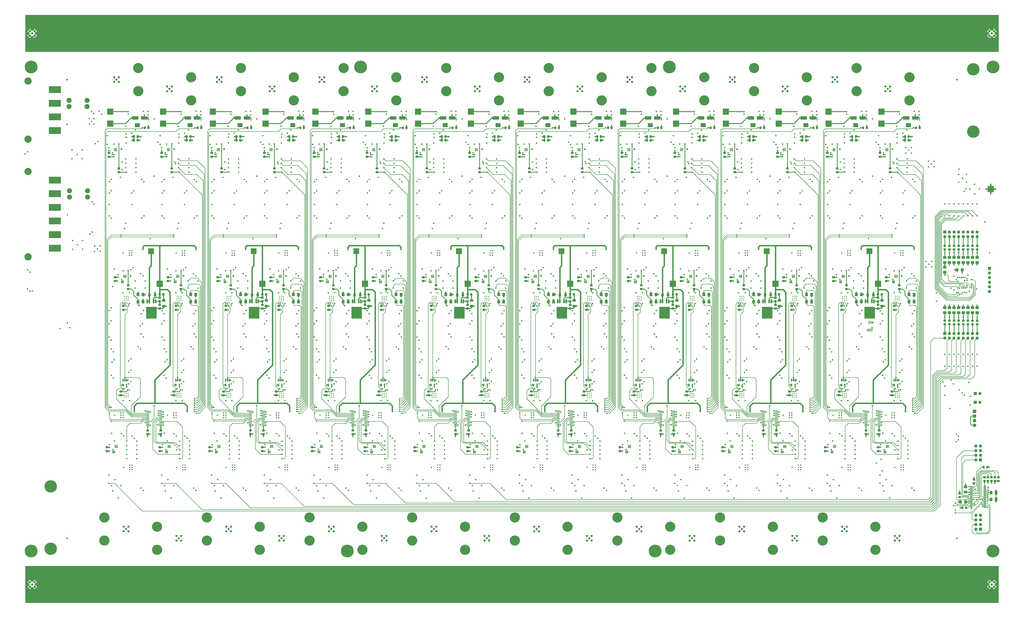
<source format=gbl>
G04 #@! TF.GenerationSoftware,KiCad,Pcbnew,8.0.6-unknown-202411051418~a3eff548b7~ubuntu20.04.1*
G04 #@! TF.CreationDate,2024-11-07T21:25:44-05:00*
G04 #@! TF.ProjectId,ARX,4152582e-6b69-4636-9164-5f7063625858,Revision I*
G04 #@! TF.SameCoordinates,Original*
G04 #@! TF.FileFunction,Copper,L6,Bot*
G04 #@! TF.FilePolarity,Positive*
%FSLAX46Y46*%
G04 Gerber Fmt 4.6, Leading zero omitted, Abs format (unit mm)*
G04 Created by KiCad (PCBNEW 8.0.6-unknown-202411051418~a3eff548b7~ubuntu20.04.1) date 2024-11-07 21:25:44*
%MOMM*%
%LPD*%
G01*
G04 APERTURE LIST*
G04 Aperture macros list*
%AMRoundRect*
0 Rectangle with rounded corners*
0 $1 Rounding radius*
0 $2 $3 $4 $5 $6 $7 $8 $9 X,Y pos of 4 corners*
0 Add a 4 corners polygon primitive as box body*
4,1,4,$2,$3,$4,$5,$6,$7,$8,$9,$2,$3,0*
0 Add four circle primitives for the rounded corners*
1,1,$1+$1,$2,$3*
1,1,$1+$1,$4,$5*
1,1,$1+$1,$6,$7*
1,1,$1+$1,$8,$9*
0 Add four rect primitives between the rounded corners*
20,1,$1+$1,$2,$3,$4,$5,0*
20,1,$1+$1,$4,$5,$6,$7,0*
20,1,$1+$1,$6,$7,$8,$9,0*
20,1,$1+$1,$8,$9,$2,$3,0*%
G04 Aperture macros list end*
G04 #@! TA.AperFunction,ComponentPad*
%ADD10C,7.000000*%
G04 #@! TD*
G04 #@! TA.AperFunction,HeatsinkPad*
%ADD11C,0.584200*%
G04 #@! TD*
G04 #@! TA.AperFunction,HeatsinkPad*
%ADD12C,0.762000*%
G04 #@! TD*
G04 #@! TA.AperFunction,ComponentPad*
%ADD13C,1.240000*%
G04 #@! TD*
G04 #@! TA.AperFunction,ComponentPad*
%ADD14C,5.588000*%
G04 #@! TD*
G04 #@! TA.AperFunction,HeatsinkPad*
%ADD15C,0.600000*%
G04 #@! TD*
G04 #@! TA.AperFunction,SMDPad,CuDef*
%ADD16R,2.800000X2.300000*%
G04 #@! TD*
G04 #@! TA.AperFunction,ComponentPad*
%ADD17C,4.000000*%
G04 #@! TD*
G04 #@! TA.AperFunction,ComponentPad*
%ADD18R,0.600000X0.600000*%
G04 #@! TD*
G04 #@! TA.AperFunction,ComponentPad*
%ADD19R,3.430000X3.780000*%
G04 #@! TD*
G04 #@! TA.AperFunction,ComponentPad*
%ADD20C,0.600000*%
G04 #@! TD*
G04 #@! TA.AperFunction,ComponentPad*
%ADD21R,1.700000X1.700000*%
G04 #@! TD*
G04 #@! TA.AperFunction,ComponentPad*
%ADD22O,1.700000X1.700000*%
G04 #@! TD*
G04 #@! TA.AperFunction,ComponentPad*
%ADD23R,1.905000X1.905000*%
G04 #@! TD*
G04 #@! TA.AperFunction,ComponentPad*
%ADD24O,1.905000X1.905000*%
G04 #@! TD*
G04 #@! TA.AperFunction,ComponentPad*
%ADD25C,2.780000*%
G04 #@! TD*
G04 #@! TA.AperFunction,ComponentPad*
%ADD26C,6.807200*%
G04 #@! TD*
G04 #@! TA.AperFunction,SMDPad,CuDef*
%ADD27RoundRect,0.250000X-0.475000X0.337500X-0.475000X-0.337500X0.475000X-0.337500X0.475000X0.337500X0*%
G04 #@! TD*
G04 #@! TA.AperFunction,SMDPad,CuDef*
%ADD28RoundRect,0.250000X-0.450000X0.350000X-0.450000X-0.350000X0.450000X-0.350000X0.450000X0.350000X0*%
G04 #@! TD*
G04 #@! TA.AperFunction,SMDPad,CuDef*
%ADD29RoundRect,0.250000X-0.337500X-0.475000X0.337500X-0.475000X0.337500X0.475000X-0.337500X0.475000X0*%
G04 #@! TD*
G04 #@! TA.AperFunction,SMDPad,CuDef*
%ADD30RoundRect,0.280000X0.520000X0.620000X-0.520000X0.620000X-0.520000X-0.620000X0.520000X-0.620000X0*%
G04 #@! TD*
G04 #@! TA.AperFunction,SMDPad,CuDef*
%ADD31RoundRect,0.280000X-0.520000X-0.620000X0.520000X-0.620000X0.520000X0.620000X-0.520000X0.620000X0*%
G04 #@! TD*
G04 #@! TA.AperFunction,SMDPad,CuDef*
%ADD32R,1.750000X0.450000*%
G04 #@! TD*
G04 #@! TA.AperFunction,SMDPad,CuDef*
%ADD33R,3.450001X3.450001*%
G04 #@! TD*
G04 #@! TA.AperFunction,SMDPad,CuDef*
%ADD34RoundRect,0.250000X0.450000X-0.350000X0.450000X0.350000X-0.450000X0.350000X-0.450000X-0.350000X0*%
G04 #@! TD*
G04 #@! TA.AperFunction,SMDPad,CuDef*
%ADD35RoundRect,0.250000X-0.350000X-0.450000X0.350000X-0.450000X0.350000X0.450000X-0.350000X0.450000X0*%
G04 #@! TD*
G04 #@! TA.AperFunction,SMDPad,CuDef*
%ADD36RoundRect,0.250000X-0.412500X-0.650000X0.412500X-0.650000X0.412500X0.650000X-0.412500X0.650000X0*%
G04 #@! TD*
G04 #@! TA.AperFunction,SMDPad,CuDef*
%ADD37RoundRect,0.250000X-1.500000X-0.650000X1.500000X-0.650000X1.500000X0.650000X-1.500000X0.650000X0*%
G04 #@! TD*
G04 #@! TA.AperFunction,SMDPad,CuDef*
%ADD38RoundRect,0.162500X-0.162500X0.617500X-0.162500X-0.617500X0.162500X-0.617500X0.162500X0.617500X0*%
G04 #@! TD*
G04 #@! TA.AperFunction,SMDPad,CuDef*
%ADD39RoundRect,0.250000X-0.650000X0.412500X-0.650000X-0.412500X0.650000X-0.412500X0.650000X0.412500X0*%
G04 #@! TD*
G04 #@! TA.AperFunction,SMDPad,CuDef*
%ADD40RoundRect,0.200000X-0.200000X0.900000X-0.200000X-0.900000X0.200000X-0.900000X0.200000X0.900000X0*%
G04 #@! TD*
G04 #@! TA.AperFunction,HeatsinkPad*
%ADD41C,0.800000*%
G04 #@! TD*
G04 #@! TA.AperFunction,SMDPad,CuDef*
%ADD42RoundRect,0.250000X-1.125000X1.275000X-1.125000X-1.275000X1.125000X-1.275000X1.125000X1.275000X0*%
G04 #@! TD*
G04 #@! TA.AperFunction,SMDPad,CuDef*
%ADD43RoundRect,0.249997X-2.650003X2.950003X-2.650003X-2.950003X2.650003X-2.950003X2.650003X2.950003X0*%
G04 #@! TD*
G04 #@! TA.AperFunction,SMDPad,CuDef*
%ADD44RoundRect,0.280000X0.620000X-0.520000X0.620000X0.520000X-0.620000X0.520000X-0.620000X-0.520000X0*%
G04 #@! TD*
G04 #@! TA.AperFunction,SMDPad,CuDef*
%ADD45RoundRect,0.280000X-0.620000X0.520000X-0.620000X-0.520000X0.620000X-0.520000X0.620000X0.520000X0*%
G04 #@! TD*
G04 #@! TA.AperFunction,SMDPad,CuDef*
%ADD46RoundRect,0.075000X-0.662500X-0.075000X0.662500X-0.075000X0.662500X0.075000X-0.662500X0.075000X0*%
G04 #@! TD*
G04 #@! TA.AperFunction,SMDPad,CuDef*
%ADD47C,1.000000*%
G04 #@! TD*
G04 #@! TA.AperFunction,SMDPad,CuDef*
%ADD48RoundRect,0.250000X0.350000X0.450000X-0.350000X0.450000X-0.350000X-0.450000X0.350000X-0.450000X0*%
G04 #@! TD*
G04 #@! TA.AperFunction,SMDPad,CuDef*
%ADD49RoundRect,0.100000X0.100000X-0.712500X0.100000X0.712500X-0.100000X0.712500X-0.100000X-0.712500X0*%
G04 #@! TD*
G04 #@! TA.AperFunction,ViaPad*
%ADD50C,0.800000*%
G04 #@! TD*
G04 #@! TA.AperFunction,ViaPad*
%ADD51C,0.800001*%
G04 #@! TD*
G04 #@! TA.AperFunction,ViaPad*
%ADD52C,1.016000*%
G04 #@! TD*
G04 #@! TA.AperFunction,ViaPad*
%ADD53C,0.762000*%
G04 #@! TD*
G04 #@! TA.AperFunction,Conductor*
%ADD54C,0.635000*%
G04 #@! TD*
G04 #@! TA.AperFunction,Conductor*
%ADD55C,0.508000*%
G04 #@! TD*
G04 #@! TA.AperFunction,Conductor*
%ADD56C,0.381000*%
G04 #@! TD*
G04 #@! TA.AperFunction,Conductor*
%ADD57C,0.250000*%
G04 #@! TD*
G04 #@! TA.AperFunction,Conductor*
%ADD58C,0.254000*%
G04 #@! TD*
G04 #@! TA.AperFunction,Conductor*
%ADD59C,0.762000*%
G04 #@! TD*
G04 #@! TA.AperFunction,Conductor*
%ADD60C,0.431800*%
G04 #@! TD*
G04 APERTURE END LIST*
D10*
X342162150Y-402443208D03*
D11*
X389639082Y-250805024D03*
X389054882Y-250805024D03*
X388470682Y-250805024D03*
X389639082Y-251389224D03*
X389054882Y-251389224D03*
X388470682Y-251389224D03*
X389639082Y-251973424D03*
X389054882Y-251973424D03*
X388470682Y-251973424D03*
D12*
X586345282Y-238589625D03*
X589710782Y-237319625D03*
X589710782Y-238589625D03*
X589710782Y-239859625D03*
X590980782Y-237319625D03*
X590980782Y-238589625D03*
X590980782Y-239859625D03*
D11*
X384896182Y-344363566D03*
X384311982Y-344363566D03*
X383727782Y-344363566D03*
X384896182Y-344947766D03*
X384311982Y-344947766D03*
X383727782Y-344947766D03*
X384896182Y-345531966D03*
X384311982Y-345531966D03*
X383727782Y-345531966D03*
X413903183Y-344363566D03*
X413318983Y-344363566D03*
X412734783Y-344363566D03*
X413903183Y-344947766D03*
X413318983Y-344947766D03*
X412734783Y-344947766D03*
X413903183Y-345531966D03*
X413318983Y-345531966D03*
X412734783Y-345531966D03*
X248704384Y-315780723D03*
X248704384Y-316796723D03*
X248704384Y-317812723D03*
X249720384Y-315780723D03*
X249720384Y-316796723D03*
X249720384Y-317812723D03*
X250736384Y-315780723D03*
X250736384Y-316796723D03*
X250736384Y-317812723D03*
D12*
X529981449Y-238589625D03*
X533346949Y-237319625D03*
X533346949Y-238589625D03*
X533346949Y-239859625D03*
X534616949Y-237319625D03*
X534616949Y-238589625D03*
X534616949Y-239859625D03*
D11*
X470267016Y-344363566D03*
X469682816Y-344363566D03*
X469098616Y-344363566D03*
X470267016Y-344947766D03*
X469682816Y-344947766D03*
X469098616Y-344947766D03*
X470267016Y-345531966D03*
X469682816Y-345531966D03*
X469098616Y-345531966D03*
D12*
X444767715Y-356495366D03*
X448133215Y-355225366D03*
X448133215Y-356495366D03*
X448133215Y-357765366D03*
X449403215Y-355225366D03*
X449403215Y-356495366D03*
X449403215Y-357765366D03*
D13*
X609968213Y-143236208D03*
X608698213Y-141966208D03*
X608698213Y-144506208D03*
X611238213Y-141966208D03*
X611238213Y-144506208D03*
D14*
X621906213Y-149586208D03*
X621906213Y-136886208D03*
D11*
X469967915Y-181183135D03*
X469383715Y-181183135D03*
X468799515Y-181183135D03*
X469967915Y-181767335D03*
X469383715Y-181767335D03*
X468799515Y-181767335D03*
X469967915Y-182351535D03*
X469383715Y-182351535D03*
X468799515Y-182351535D03*
D12*
X383503881Y-327830167D03*
X386869381Y-326560167D03*
X386869381Y-327830167D03*
X386869381Y-329100167D03*
X388139381Y-326560167D03*
X388139381Y-327830167D03*
X388139381Y-329100167D03*
D11*
X639358515Y-344363566D03*
X638774315Y-344363566D03*
X638190115Y-344363566D03*
X639358515Y-344947766D03*
X638774315Y-344947766D03*
X638190115Y-344947766D03*
X639358515Y-345531966D03*
X638774315Y-345531966D03*
X638190115Y-345531966D03*
D13*
X244428383Y-148316208D03*
X243158383Y-147046208D03*
X243158383Y-149586208D03*
X245698383Y-147046208D03*
X245698383Y-149586208D03*
D14*
X256366383Y-154666208D03*
X256366383Y-141966208D03*
D13*
X526247548Y-148316208D03*
X524977548Y-147046208D03*
X524977548Y-149586208D03*
X527517548Y-147046208D03*
X527517548Y-149586208D03*
D14*
X538185548Y-154666208D03*
X538185548Y-141966208D03*
D11*
X586887382Y-315780723D03*
X586887382Y-316796723D03*
X586887382Y-317812723D03*
X587903382Y-315780723D03*
X587903382Y-316796723D03*
X587903382Y-317812723D03*
X588919382Y-315780723D03*
X588919382Y-316796723D03*
X588919382Y-317812723D03*
X357539350Y-344363566D03*
X356955150Y-344363566D03*
X356370950Y-344363566D03*
X357539350Y-344947766D03*
X356955150Y-344947766D03*
X356370950Y-344947766D03*
X357539350Y-345531966D03*
X356955150Y-345531966D03*
X356370950Y-345531966D03*
D15*
X367794050Y-168772335D03*
X369294050Y-168772335D03*
X368544050Y-168272335D03*
D16*
X368544050Y-168272335D03*
D15*
X367794050Y-167772335D03*
X369294050Y-167772335D03*
D11*
X476191716Y-264472723D03*
X476191716Y-263456723D03*
X476191716Y-262440723D03*
X475175716Y-264472723D03*
X475175716Y-263456723D03*
X475175716Y-262440723D03*
X474159716Y-264472723D03*
X474159716Y-263456723D03*
X474159716Y-262440723D03*
D12*
X270776215Y-327830167D03*
X274141715Y-326560167D03*
X274141715Y-327830167D03*
X274141715Y-329100167D03*
X275411715Y-326560167D03*
X275411715Y-327830167D03*
X275411715Y-329100167D03*
D17*
X166783213Y-193748208D03*
X166783213Y-240698208D03*
D18*
X184358213Y-197058208D03*
X182930713Y-197058208D03*
X181503213Y-197058208D03*
X180075713Y-197058208D03*
X178648213Y-197058208D03*
D19*
X183093213Y-198498208D03*
D18*
X181503213Y-198498208D03*
D19*
X179913213Y-198498208D03*
D18*
X184358213Y-199938208D03*
X182930713Y-199938208D03*
X181503213Y-199938208D03*
X180075713Y-199938208D03*
X178648213Y-199938208D03*
D20*
X184358213Y-204548208D03*
X182930713Y-204548208D03*
X181503213Y-204548208D03*
X180075713Y-204548208D03*
X178648213Y-204548208D03*
D19*
X183093213Y-205988208D03*
D20*
X181503213Y-205988208D03*
D19*
X179913213Y-205988208D03*
D20*
X184358213Y-207428208D03*
X182930713Y-207428208D03*
X181503213Y-207428208D03*
X180075713Y-207428208D03*
X178648213Y-207428208D03*
X184358213Y-212038208D03*
X182930713Y-212038208D03*
X181503213Y-212038208D03*
X180075713Y-212038208D03*
X178648213Y-212038208D03*
D19*
X183093213Y-213478208D03*
D20*
X181503213Y-213478208D03*
D19*
X179913213Y-213478208D03*
D20*
X184358213Y-214918208D03*
X182930713Y-214918208D03*
X181503213Y-214918208D03*
X180075713Y-214918208D03*
X178648213Y-214918208D03*
X184358213Y-219528208D03*
X182930713Y-219528208D03*
X181503213Y-219528208D03*
X180075713Y-219528208D03*
X178648213Y-219528208D03*
D19*
X183093213Y-220968208D03*
D20*
X181503213Y-220968208D03*
D19*
X179913213Y-220968208D03*
D20*
X184358213Y-222408208D03*
X182930713Y-222408208D03*
X181503213Y-222408208D03*
X180075713Y-222408208D03*
X178648213Y-222408208D03*
X184358213Y-227018208D03*
X182930713Y-227018208D03*
X181503213Y-227018208D03*
X180075713Y-227018208D03*
X178648213Y-227018208D03*
D19*
X183093213Y-228458208D03*
D20*
X181503213Y-228458208D03*
D19*
X179913213Y-228458208D03*
D20*
X184358213Y-229898208D03*
X182930713Y-229898208D03*
X181503213Y-229898208D03*
X180075713Y-229898208D03*
X178648213Y-229898208D03*
X184358213Y-234508208D03*
X182930713Y-234508208D03*
X181503213Y-234508208D03*
X180075713Y-234508208D03*
X178648213Y-234508208D03*
D19*
X183093213Y-235948208D03*
D20*
X181503213Y-235948208D03*
D19*
X179913213Y-235948208D03*
D20*
X184358213Y-237388208D03*
X182930713Y-237388208D03*
X181503213Y-237388208D03*
X180075713Y-237388208D03*
X178648213Y-237388208D03*
D13*
X328149048Y-143236208D03*
X326879048Y-141966208D03*
X326879048Y-144506208D03*
X329419048Y-141966208D03*
X329419048Y-144506208D03*
D14*
X340087048Y-149586208D03*
X340087048Y-136886208D03*
D12*
X500974448Y-238589625D03*
X504339948Y-237319625D03*
X504339948Y-238589625D03*
X504339948Y-239859625D03*
X505609948Y-237319625D03*
X505609948Y-238589625D03*
X505609948Y-239859625D03*
D11*
X278093216Y-264472723D03*
X278093216Y-263456723D03*
X278093216Y-262440723D03*
X277077216Y-264472723D03*
X277077216Y-263456723D03*
X277077216Y-262440723D03*
X276061216Y-264472723D03*
X276061216Y-263456723D03*
X276061216Y-262440723D03*
D15*
X451514715Y-168772335D03*
X453014715Y-168772335D03*
X452264715Y-168272335D03*
D16*
X452264715Y-168272335D03*
D15*
X451514715Y-167772335D03*
X453014715Y-167772335D03*
D11*
X553987681Y-344363566D03*
X553403481Y-344363566D03*
X552819281Y-344363566D03*
X553987681Y-344947766D03*
X553403481Y-344947766D03*
X552819281Y-344947766D03*
X553987681Y-345531966D03*
X553403481Y-345531966D03*
X552819281Y-345531966D03*
D12*
X214412382Y-327830167D03*
X217777882Y-326560167D03*
X217777882Y-327830167D03*
X217777882Y-329100167D03*
X219047882Y-326560167D03*
X219047882Y-327830167D03*
X219047882Y-329100167D03*
D11*
X441260015Y-344363566D03*
X440675815Y-344363566D03*
X440091615Y-344363566D03*
X441260015Y-344947766D03*
X440675815Y-344947766D03*
X440091615Y-344947766D03*
X441260015Y-345531966D03*
X440675815Y-345531966D03*
X440091615Y-345531966D03*
D13*
X475082816Y-395458208D03*
X476352816Y-396728208D03*
X476352816Y-394188208D03*
X473812816Y-396728208D03*
X473812816Y-394188208D03*
D14*
X463144816Y-389108208D03*
X463144816Y-401808208D03*
D12*
X361047050Y-356495366D03*
X364412550Y-355225366D03*
X364412550Y-356495366D03*
X364412550Y-357765366D03*
X365682550Y-355225366D03*
X365682550Y-356495366D03*
X365682550Y-357765366D03*
X613859214Y-356495366D03*
X617224714Y-355225366D03*
X617224714Y-356495366D03*
X617224714Y-357765366D03*
X618494714Y-355225366D03*
X618494714Y-356495366D03*
X618494714Y-357765366D03*
D15*
X395150882Y-168772335D03*
X396650882Y-168772335D03*
X395900882Y-168272335D03*
D16*
X395900882Y-168272335D03*
D15*
X395150882Y-167772335D03*
X396650882Y-167772335D03*
D11*
X526331748Y-181183135D03*
X525747548Y-181183135D03*
X525163348Y-181183135D03*
X526331748Y-181767335D03*
X525747548Y-181767335D03*
X525163348Y-181767335D03*
X526331748Y-182351535D03*
X525747548Y-182351535D03*
X525163348Y-182351535D03*
D21*
X670284213Y-282853966D03*
D22*
X672824213Y-282853966D03*
X675364213Y-282853966D03*
X677904213Y-282853966D03*
X680444213Y-282853966D03*
X682984213Y-282853966D03*
X685524213Y-282853966D03*
X688064213Y-282853966D03*
X670284213Y-285393966D03*
X672824213Y-285393966D03*
X675364213Y-285393966D03*
X677904213Y-285393966D03*
X680444213Y-285393966D03*
X682984213Y-285393966D03*
X685524213Y-285393966D03*
X688064213Y-285393966D03*
D12*
X557338281Y-238589625D03*
X560703781Y-237319625D03*
X560703781Y-238589625D03*
X560703781Y-239859625D03*
X561973781Y-237319625D03*
X561973781Y-238589625D03*
X561973781Y-239859625D03*
D21*
X689969213Y-390416850D03*
D22*
X687429213Y-390416850D03*
X689969213Y-387876850D03*
X687429213Y-387876850D03*
X689969213Y-385336850D03*
X687429213Y-385336850D03*
X689969213Y-382796850D03*
X687429213Y-382796850D03*
D11*
X610351514Y-344363566D03*
X609767314Y-344363566D03*
X609183114Y-344363566D03*
X610351514Y-344947766D03*
X609767314Y-344947766D03*
X609183114Y-344947766D03*
X610351514Y-345531966D03*
X609767314Y-345531966D03*
X609183114Y-345531966D03*
D15*
X564242381Y-168772335D03*
X565742381Y-168772335D03*
X564992381Y-168272335D03*
D16*
X564992381Y-168272335D03*
D15*
X564242381Y-167772335D03*
X565742381Y-167772335D03*
X620606214Y-168772335D03*
X622106214Y-168772335D03*
X621356214Y-168272335D03*
D16*
X621356214Y-168272335D03*
D15*
X620606214Y-167772335D03*
X622106214Y-167772335D03*
D11*
X588919382Y-264472723D03*
X588919382Y-263456723D03*
X588919382Y-262440723D03*
X587903382Y-264472723D03*
X587903382Y-263456723D03*
X587903382Y-262440723D03*
X586887382Y-264472723D03*
X586887382Y-263456723D03*
X586887382Y-262440723D03*
D15*
X480521716Y-168772335D03*
X482021716Y-168772335D03*
X481271716Y-168272335D03*
D16*
X481271716Y-168272335D03*
D15*
X480521716Y-167772335D03*
X482021716Y-167772335D03*
D11*
X446002915Y-250805024D03*
X445418715Y-250805024D03*
X444834515Y-250805024D03*
X446002915Y-251389224D03*
X445418715Y-251389224D03*
X444834515Y-251389224D03*
X446002915Y-251973424D03*
X445418715Y-251973424D03*
X444834515Y-251973424D03*
D12*
X473617616Y-238589625D03*
X476983116Y-237319625D03*
X476983116Y-238589625D03*
X476983116Y-239859625D03*
X478253116Y-237319625D03*
X478253116Y-238589625D03*
X478253116Y-239859625D03*
X552595380Y-327830167D03*
X555960880Y-326560167D03*
X555960880Y-327830167D03*
X555960880Y-329100167D03*
X557230880Y-326560167D03*
X557230880Y-327830167D03*
X557230880Y-329100167D03*
X468874715Y-327830167D03*
X472240215Y-326560167D03*
X472240215Y-327830167D03*
X472240215Y-329100167D03*
X473510215Y-326560167D03*
X473510215Y-327830167D03*
X473510215Y-329100167D03*
D11*
X361432050Y-315780723D03*
X361432050Y-316796723D03*
X361432050Y-317812723D03*
X362448050Y-315780723D03*
X362448050Y-316796723D03*
X362448050Y-317812723D03*
X363464050Y-315780723D03*
X363464050Y-316796723D03*
X363464050Y-317812723D03*
X388788882Y-315780723D03*
X388788882Y-316796723D03*
X388788882Y-317812723D03*
X389804882Y-315780723D03*
X389804882Y-316796723D03*
X389804882Y-317812723D03*
X390820882Y-315780723D03*
X390820882Y-316796723D03*
X390820882Y-317812723D03*
D12*
X219312383Y-356495366D03*
X222677883Y-355225366D03*
X222677883Y-356495366D03*
X222677883Y-357765366D03*
X223947883Y-355225366D03*
X223947883Y-356495366D03*
X223947883Y-357765366D03*
D11*
X501516548Y-315780723D03*
X501516548Y-316796723D03*
X501516548Y-317812723D03*
X502532548Y-315780723D03*
X502532548Y-316796723D03*
X502532548Y-317812723D03*
X503548548Y-315780723D03*
X503548548Y-316796723D03*
X503548548Y-317812723D03*
D13*
X469883715Y-148316208D03*
X468613715Y-147046208D03*
X468613715Y-149586208D03*
X471153715Y-147046208D03*
X471153715Y-149586208D03*
D14*
X481821715Y-154666208D03*
X481821715Y-141966208D03*
D13*
X220620483Y-390378208D03*
X221890483Y-391648208D03*
X221890483Y-389108208D03*
X219350483Y-391648208D03*
X219350483Y-389108208D03*
D14*
X208682483Y-384028208D03*
X208682483Y-396728208D03*
D11*
X497324747Y-181183135D03*
X496740547Y-181183135D03*
X496156347Y-181183135D03*
X497324747Y-181767335D03*
X496740547Y-181767335D03*
X496156347Y-181767335D03*
X497324747Y-182351535D03*
X496740547Y-182351535D03*
X496156347Y-182351535D03*
X357240249Y-181183135D03*
X356656049Y-181183135D03*
X356071849Y-181183135D03*
X357240249Y-181767335D03*
X356656049Y-181767335D03*
X356071849Y-181767335D03*
X357240249Y-182351535D03*
X356656049Y-182351535D03*
X356071849Y-182351535D03*
D10*
X518996012Y-136251208D03*
D21*
X689969213Y-352374335D03*
D22*
X687429213Y-352374335D03*
X689969213Y-349834335D03*
X687429213Y-349834335D03*
X689969213Y-347294335D03*
X687429213Y-347294335D03*
X689969213Y-344754335D03*
X687429213Y-344754335D03*
D11*
X532555549Y-264472723D03*
X532555549Y-263456723D03*
X532555549Y-262440723D03*
X531539549Y-264472723D03*
X531539549Y-263456723D03*
X531539549Y-262440723D03*
X530523549Y-264472723D03*
X530523549Y-263456723D03*
X530523549Y-262440723D03*
D15*
X536885549Y-168772335D03*
X538385549Y-168772335D03*
X537635549Y-168272335D03*
D16*
X537635549Y-168272335D03*
D15*
X536885549Y-167772335D03*
X538385549Y-167772335D03*
D12*
X525238548Y-327830167D03*
X528604048Y-326560167D03*
X528604048Y-327830167D03*
X528604048Y-329100167D03*
X529874048Y-326560167D03*
X529874048Y-327830167D03*
X529874048Y-329100167D03*
X496231547Y-327830167D03*
X499597047Y-326560167D03*
X499597047Y-327830167D03*
X499597047Y-329100167D03*
X500867047Y-326560167D03*
X500867047Y-327830167D03*
X500867047Y-329100167D03*
D10*
X349451012Y-136251208D03*
D11*
X419827883Y-264472723D03*
X419827883Y-263456723D03*
X419827883Y-262440723D03*
X418811883Y-264472723D03*
X418811883Y-263456723D03*
X418811883Y-262440723D03*
X417795883Y-264472723D03*
X417795883Y-263456723D03*
X417795883Y-262440723D03*
X440960914Y-181183135D03*
X440376714Y-181183135D03*
X439792514Y-181183135D03*
X440960914Y-181767335D03*
X440376714Y-181767335D03*
X439792514Y-181767335D03*
X440960914Y-182351535D03*
X440376714Y-182351535D03*
X439792514Y-182351535D03*
D10*
X168476012Y-136251208D03*
D11*
X276911416Y-250805024D03*
X276327216Y-250805024D03*
X275743016Y-250805024D03*
X276911416Y-251389224D03*
X276327216Y-251389224D03*
X275743016Y-251389224D03*
X276911416Y-251973424D03*
X276327216Y-251973424D03*
X275743016Y-251973424D03*
X558730581Y-250805024D03*
X558146381Y-250805024D03*
X557562181Y-250805024D03*
X558730581Y-251389224D03*
X558146381Y-251389224D03*
X557562181Y-251389224D03*
X558730581Y-251973424D03*
X558146381Y-251973424D03*
X557562181Y-251973424D03*
D13*
X587810482Y-395458208D03*
X589080482Y-396728208D03*
X589080482Y-394188208D03*
X586540482Y-396728208D03*
X586540482Y-394188208D03*
D14*
X575872482Y-389108208D03*
X575872482Y-401808208D03*
D13*
X497240547Y-143236208D03*
X495970547Y-141966208D03*
X495970547Y-144506208D03*
X498510547Y-141966208D03*
X498510547Y-144506208D03*
D14*
X509178547Y-149586208D03*
X509178547Y-136886208D03*
D23*
X686667213Y-325682966D03*
D24*
X686667213Y-328222966D03*
X686667213Y-330762966D03*
X686667213Y-333302966D03*
D11*
X334457049Y-264472723D03*
X334457049Y-263456723D03*
X334457049Y-262440723D03*
X333441049Y-264472723D03*
X333441049Y-263456723D03*
X333441049Y-262440723D03*
X332425049Y-264472723D03*
X332425049Y-263456723D03*
X332425049Y-262440723D03*
D13*
X271785215Y-143236208D03*
X270515215Y-141966208D03*
X270515215Y-144506208D03*
X273055215Y-141966208D03*
X273055215Y-144506208D03*
D14*
X283723215Y-149586208D03*
X283723215Y-136886208D03*
D11*
X363464050Y-264472723D03*
X363464050Y-263456723D03*
X363464050Y-262440723D03*
X362448050Y-264472723D03*
X362448050Y-263456723D03*
X362448050Y-262440723D03*
X361432050Y-264472723D03*
X361432050Y-263456723D03*
X361432050Y-262440723D03*
X557880381Y-315780723D03*
X557880381Y-316796723D03*
X557880381Y-317812723D03*
X558896381Y-315780723D03*
X558896381Y-316796723D03*
X558896381Y-317812723D03*
X559912381Y-315780723D03*
X559912381Y-316796723D03*
X559912381Y-317812723D03*
X300876416Y-181183135D03*
X300292216Y-181183135D03*
X299708016Y-181183135D03*
X300876416Y-181767335D03*
X300292216Y-181767335D03*
X299708016Y-181767335D03*
X300876416Y-182351535D03*
X300292216Y-182351535D03*
X299708016Y-182351535D03*
D13*
X582611381Y-148316208D03*
X581341381Y-147046208D03*
X581341381Y-149586208D03*
X583881381Y-147046208D03*
X583881381Y-149586208D03*
D14*
X594549381Y-154666208D03*
X594549381Y-141966208D03*
D12*
X530138549Y-356495366D03*
X533504049Y-355225366D03*
X533504049Y-356495366D03*
X533504049Y-357765366D03*
X534774049Y-355225366D03*
X534774049Y-356495366D03*
X534774049Y-357765366D03*
D11*
X333275249Y-250805024D03*
X332691049Y-250805024D03*
X332106849Y-250805024D03*
X333275249Y-251389224D03*
X332691049Y-251389224D03*
X332106849Y-251389224D03*
X333275249Y-251973424D03*
X332691049Y-251973424D03*
X332106849Y-251973424D03*
D12*
X360889950Y-238589625D03*
X364255450Y-237319625D03*
X364255450Y-238589625D03*
X364255450Y-239859625D03*
X365525450Y-237319625D03*
X365525450Y-238589625D03*
X365525450Y-239859625D03*
X332040049Y-356495366D03*
X335405549Y-355225366D03*
X335405549Y-356495366D03*
X335405549Y-357765366D03*
X336675549Y-355225366D03*
X336675549Y-356495366D03*
X336675549Y-357765366D03*
D11*
X526630849Y-344363566D03*
X526046649Y-344363566D03*
X525462449Y-344363566D03*
X526630849Y-344947766D03*
X526046649Y-344947766D03*
X525462449Y-344947766D03*
X526630849Y-345531966D03*
X526046649Y-345531966D03*
X525462449Y-345531966D03*
D13*
X558803481Y-390378208D03*
X560073481Y-391648208D03*
X560073481Y-389108208D03*
X557533481Y-391648208D03*
X557533481Y-389108208D03*
D14*
X546865481Y-384028208D03*
X546865481Y-396728208D03*
D11*
X271869415Y-181183135D03*
X271285215Y-181183135D03*
X270701015Y-181183135D03*
X271869415Y-181767335D03*
X271285215Y-181767335D03*
X270701015Y-181767335D03*
X271869415Y-182351535D03*
X271285215Y-182351535D03*
X270701015Y-182351535D03*
D12*
X219155283Y-238589625D03*
X222520783Y-237319625D03*
X222520783Y-238589625D03*
X222520783Y-239859625D03*
X223790783Y-237319625D03*
X223790783Y-238589625D03*
X223790783Y-239859625D03*
X586502382Y-356495366D03*
X589867882Y-355225366D03*
X589867882Y-356495366D03*
X589867882Y-357765366D03*
X591137882Y-355225366D03*
X591137882Y-356495366D03*
X591137882Y-357765366D03*
D10*
X696796012Y-136251208D03*
D11*
X328532349Y-344363566D03*
X327948149Y-344363566D03*
X327363949Y-344363566D03*
X328532349Y-344947766D03*
X327948149Y-344947766D03*
X327363949Y-344947766D03*
X328532349Y-345531966D03*
X327948149Y-345531966D03*
X327363949Y-345531966D03*
D21*
X670284213Y-227013966D03*
D22*
X672824213Y-227013966D03*
X675364213Y-227013966D03*
X677904213Y-227013966D03*
X680444213Y-227013966D03*
X682984213Y-227013966D03*
X685524213Y-227013966D03*
X688064213Y-227013966D03*
X670284213Y-229553966D03*
X672824213Y-229553966D03*
X675364213Y-229553966D03*
X677904213Y-229553966D03*
X680444213Y-229553966D03*
X682984213Y-229553966D03*
X685524213Y-229553966D03*
X688064213Y-229553966D03*
D13*
X357156049Y-148316208D03*
X355886049Y-147046208D03*
X355886049Y-149586208D03*
X358426049Y-147046208D03*
X358426049Y-149586208D03*
D14*
X369094049Y-154666208D03*
X369094049Y-141966208D03*
D11*
X582994682Y-344363566D03*
X582410482Y-344363566D03*
X581826282Y-344363566D03*
X582994682Y-344947766D03*
X582410482Y-344947766D03*
X581826282Y-344947766D03*
X582994682Y-345531966D03*
X582410482Y-345531966D03*
X581826282Y-345531966D03*
D12*
X299783216Y-327830167D03*
X303148716Y-326560167D03*
X303148716Y-327830167D03*
X303148716Y-329100167D03*
X304418716Y-326560167D03*
X304418716Y-327830167D03*
X304418716Y-329100167D03*
D11*
X221729383Y-264472723D03*
X221729383Y-263456723D03*
X221729383Y-262440723D03*
X220713383Y-264472723D03*
X220713383Y-263456723D03*
X220713383Y-262440723D03*
X219697383Y-264472723D03*
X219697383Y-263456723D03*
X219697383Y-262440723D03*
X614244214Y-315780723D03*
X614244214Y-316796723D03*
X614244214Y-317812723D03*
X615260214Y-315780723D03*
X615260214Y-316796723D03*
X615260214Y-317812723D03*
X616276214Y-315780723D03*
X616276214Y-316796723D03*
X616276214Y-317812723D03*
X220547583Y-250805024D03*
X219963383Y-250805024D03*
X219379183Y-250805024D03*
X220547583Y-251389224D03*
X219963383Y-251389224D03*
X219379183Y-251389224D03*
X220547583Y-251973424D03*
X219963383Y-251973424D03*
X219379183Y-251973424D03*
D12*
X388403882Y-356495366D03*
X391769382Y-355225366D03*
X391769382Y-356495366D03*
X391769382Y-357765366D03*
X393039382Y-355225366D03*
X393039382Y-356495366D03*
X393039382Y-357765366D03*
D13*
X638975214Y-148316208D03*
X637705214Y-147046208D03*
X637705214Y-149586208D03*
X640245214Y-147046208D03*
X640245214Y-149586208D03*
D14*
X650913214Y-154666208D03*
X650913214Y-141966208D03*
D11*
X418646083Y-250805024D03*
X418061883Y-250805024D03*
X417477683Y-250805024D03*
X418646083Y-251389224D03*
X418061883Y-251389224D03*
X417477683Y-251389224D03*
X418646083Y-251973424D03*
X418061883Y-251973424D03*
X417477683Y-251973424D03*
X503548548Y-264472723D03*
X503548548Y-263456723D03*
X503548548Y-262440723D03*
X502532548Y-264472723D03*
X502532548Y-263456723D03*
X502532548Y-262440723D03*
X501516548Y-264472723D03*
X501516548Y-263456723D03*
X501516548Y-262440723D03*
X639059414Y-181183135D03*
X638475214Y-181183135D03*
X637891014Y-181183135D03*
X639059414Y-181767335D03*
X638475214Y-181767335D03*
X637891014Y-181767335D03*
X639059414Y-182351535D03*
X638475214Y-182351535D03*
X637891014Y-182351535D03*
D25*
X189547213Y-204389208D03*
X189547213Y-207789208D03*
X199467213Y-204389208D03*
X199467213Y-207789208D03*
D12*
X275676216Y-356495366D03*
X279041716Y-355225366D03*
X279041716Y-356495366D03*
X279041716Y-357765366D03*
X280311716Y-355225366D03*
X280311716Y-356495366D03*
X280311716Y-357765366D03*
X444610615Y-238589625D03*
X447976115Y-237319625D03*
X447976115Y-238589625D03*
X447976115Y-239859625D03*
X449246115Y-237319625D03*
X449246115Y-238589625D03*
X449246115Y-239859625D03*
D11*
X644101415Y-250805024D03*
X643517215Y-250805024D03*
X642933015Y-250805024D03*
X644101415Y-251389224D03*
X643517215Y-251389224D03*
X642933015Y-251389224D03*
X644101415Y-251973424D03*
X643517215Y-251973424D03*
X642933015Y-251973424D03*
D12*
X642709115Y-238589625D03*
X646074615Y-237319625D03*
X646074615Y-238589625D03*
X646074615Y-239859625D03*
X647344615Y-237319625D03*
X647344615Y-238589625D03*
X647344615Y-239859625D03*
X439867714Y-327830167D03*
X443233214Y-326560167D03*
X443233214Y-327830167D03*
X443233214Y-329100167D03*
X444503214Y-326560167D03*
X444503214Y-327830167D03*
X444503214Y-329100167D03*
D11*
X497623848Y-344363566D03*
X497039648Y-344363566D03*
X496455448Y-344363566D03*
X497623848Y-344947766D03*
X497039648Y-344947766D03*
X496455448Y-344947766D03*
X497623848Y-345531966D03*
X497039648Y-345531966D03*
X496455448Y-345531966D03*
D13*
X215421382Y-143236208D03*
X214151382Y-141966208D03*
X214151382Y-144506208D03*
X216691382Y-141966208D03*
X216691382Y-144506208D03*
D14*
X227359382Y-149586208D03*
X227359382Y-136886208D03*
D10*
X696796012Y-402443208D03*
D11*
X530523549Y-315780723D03*
X530523549Y-316796723D03*
X530523549Y-317812723D03*
X531539549Y-315780723D03*
X531539549Y-316796723D03*
X531539549Y-317812723D03*
X532555549Y-315780723D03*
X532555549Y-316796723D03*
X532555549Y-317812723D03*
X553688580Y-181183135D03*
X553104380Y-181183135D03*
X552520180Y-181183135D03*
X553688580Y-181767335D03*
X553104380Y-181767335D03*
X552520180Y-181767335D03*
X553688580Y-182351535D03*
X553104380Y-182351535D03*
X552520180Y-182351535D03*
X272168516Y-344363566D03*
X271584316Y-344363566D03*
X271000116Y-344363566D03*
X272168516Y-344947766D03*
X271584316Y-344947766D03*
X271000116Y-344947766D03*
X272168516Y-345531966D03*
X271584316Y-345531966D03*
X271000116Y-345531966D03*
D15*
X282423216Y-168772335D03*
X283923216Y-168772335D03*
X283173216Y-168272335D03*
D16*
X283173216Y-168272335D03*
D15*
X282423216Y-167772335D03*
X283923216Y-167772335D03*
D11*
X244512583Y-181183135D03*
X243928383Y-181183135D03*
X243344183Y-181183135D03*
X244512583Y-181767335D03*
X243928383Y-181767335D03*
X243344183Y-181767335D03*
X244512583Y-182351535D03*
X243928383Y-182351535D03*
X243344183Y-182351535D03*
D13*
X644174315Y-395458208D03*
X645444315Y-396728208D03*
X645444315Y-394188208D03*
X642904315Y-396728208D03*
X642904315Y-394188208D03*
D14*
X632236315Y-389108208D03*
X632236315Y-401808208D03*
D11*
X249554584Y-250805024D03*
X248970384Y-250805024D03*
X248386184Y-250805024D03*
X249554584Y-251389224D03*
X248970384Y-251389224D03*
X248386184Y-251389224D03*
X249554584Y-251973424D03*
X248970384Y-251973424D03*
X248386184Y-251973424D03*
D13*
X169111012Y-420858208D03*
X167841012Y-419588208D03*
X167841012Y-422128208D03*
X170381012Y-419588208D03*
X170381012Y-422128208D03*
D12*
X275519116Y-238589625D03*
X278884616Y-237319625D03*
X278884616Y-238589625D03*
X278884616Y-239859625D03*
X280154616Y-237319625D03*
X280154616Y-238589625D03*
X280154616Y-239859625D03*
X243419383Y-327830167D03*
X246784883Y-326560167D03*
X246784883Y-327830167D03*
X246784883Y-329100167D03*
X248054883Y-326560167D03*
X248054883Y-327830167D03*
X248054883Y-329100167D03*
D11*
X328233248Y-181183135D03*
X327649048Y-181183135D03*
X327064848Y-181183135D03*
X328233248Y-181767335D03*
X327649048Y-181767335D03*
X327064848Y-181767335D03*
X328233248Y-182351535D03*
X327649048Y-182351535D03*
X327064848Y-182351535D03*
D15*
X593249382Y-168772335D03*
X594749382Y-168772335D03*
X593999382Y-168272335D03*
D16*
X593999382Y-168272335D03*
D15*
X593249382Y-167772335D03*
X594749382Y-167772335D03*
D13*
X446075815Y-390378208D03*
X447345815Y-391648208D03*
X447345815Y-389108208D03*
X444805815Y-391648208D03*
X444805815Y-389108208D03*
D14*
X434137815Y-384028208D03*
X434137815Y-396728208D03*
D12*
X327140048Y-327830167D03*
X330505548Y-326560167D03*
X330505548Y-327830167D03*
X330505548Y-329100167D03*
X331775548Y-326560167D03*
X331775548Y-327830167D03*
X331775548Y-329100167D03*
D13*
X300792216Y-148316208D03*
X299522216Y-147046208D03*
X299522216Y-149586208D03*
X302062216Y-147046208D03*
X302062216Y-149586208D03*
D14*
X312730216Y-154666208D03*
X312730216Y-141966208D03*
D12*
X613702114Y-238589625D03*
X617067614Y-237319625D03*
X617067614Y-238589625D03*
X617067614Y-239859625D03*
X618337614Y-237319625D03*
X618337614Y-238589625D03*
X618337614Y-239859625D03*
D15*
X338787049Y-168772335D03*
X340287049Y-168772335D03*
X339537049Y-168272335D03*
D16*
X339537049Y-168272335D03*
D15*
X338787049Y-167772335D03*
X340287049Y-167772335D03*
D25*
X189288711Y-154639209D03*
X189288711Y-158039209D03*
X199208711Y-154639209D03*
X199208711Y-158039209D03*
D12*
X581602381Y-327830167D03*
X584967881Y-326560167D03*
X584967881Y-327830167D03*
X584967881Y-329100167D03*
X586237881Y-326560167D03*
X586237881Y-327830167D03*
X586237881Y-329100167D03*
X501131548Y-356495366D03*
X504497048Y-355225366D03*
X504497048Y-356495366D03*
X504497048Y-357765366D03*
X505767048Y-355225366D03*
X505767048Y-356495366D03*
X505767048Y-357765366D03*
D11*
X362282250Y-250805024D03*
X361698050Y-250805024D03*
X361113850Y-250805024D03*
X362282250Y-251389224D03*
X361698050Y-251389224D03*
X361113850Y-251389224D03*
X362282250Y-251973424D03*
X361698050Y-251973424D03*
X361113850Y-251973424D03*
X587737582Y-250805024D03*
X587153382Y-250805024D03*
X586569182Y-250805024D03*
X587737582Y-251389224D03*
X587153382Y-251389224D03*
X586569182Y-251389224D03*
X587737582Y-251973424D03*
X587153382Y-251973424D03*
X586569182Y-251973424D03*
D13*
X696161012Y-117836208D03*
X694891012Y-116566208D03*
X694891012Y-119106208D03*
X697431012Y-116566208D03*
X697431012Y-119106208D03*
D11*
X531373749Y-250805024D03*
X530789549Y-250805024D03*
X530205349Y-250805024D03*
X531373749Y-251389224D03*
X530789549Y-251389224D03*
X530205349Y-251389224D03*
X531373749Y-251973424D03*
X530789549Y-251973424D03*
X530205349Y-251973424D03*
D21*
X687065213Y-315893966D03*
D22*
X689605213Y-315893966D03*
D11*
X244811684Y-344363566D03*
X244227484Y-344363566D03*
X243643284Y-344363566D03*
X244811684Y-344947766D03*
X244227484Y-344947766D03*
X243643284Y-344947766D03*
X244811684Y-345531966D03*
X244227484Y-345531966D03*
X243643284Y-345531966D03*
D13*
X389711982Y-390378208D03*
X390981982Y-391648208D03*
X390981982Y-389108208D03*
X388441982Y-391648208D03*
X388441982Y-389108208D03*
D14*
X377773982Y-384028208D03*
X377773982Y-396728208D03*
D13*
X531446649Y-395458208D03*
X532716649Y-396728208D03*
X532716649Y-394188208D03*
X530176649Y-396728208D03*
X530176649Y-394188208D03*
D14*
X519508649Y-389108208D03*
X519508649Y-401808208D03*
D15*
X507878548Y-168772335D03*
X509378548Y-168772335D03*
X508628548Y-168272335D03*
D16*
X508628548Y-168272335D03*
D15*
X507878548Y-167772335D03*
X509378548Y-167772335D03*
D21*
X694823713Y-247063966D03*
D22*
X694823713Y-249603966D03*
X694823713Y-252143966D03*
X694823713Y-254683966D03*
X694823713Y-257223966D03*
X694823713Y-259763966D03*
D11*
X643251215Y-315780723D03*
X643251215Y-316796723D03*
X643251215Y-317812723D03*
X644267215Y-315780723D03*
X644267215Y-316796723D03*
X644267215Y-317812723D03*
X645283215Y-315780723D03*
X645283215Y-316796723D03*
X645283215Y-317812723D03*
X305918417Y-250805024D03*
X305334217Y-250805024D03*
X304750017Y-250805024D03*
X305918417Y-251389224D03*
X305334217Y-251389224D03*
X304750017Y-251389224D03*
X305918417Y-251973424D03*
X305334217Y-251973424D03*
X304750017Y-251973424D03*
D15*
X226059383Y-168772335D03*
X227559383Y-168772335D03*
X226809383Y-168272335D03*
D16*
X226809383Y-168272335D03*
D15*
X226059383Y-167772335D03*
X227559383Y-167772335D03*
D12*
X248319384Y-356495366D03*
X251684884Y-355225366D03*
X251684884Y-356495366D03*
X251684884Y-357765366D03*
X252954884Y-355225366D03*
X252954884Y-356495366D03*
X252954884Y-357765366D03*
D13*
X305991317Y-395458208D03*
X307261317Y-396728208D03*
X307261317Y-394188208D03*
X304721317Y-396728208D03*
X304721317Y-394188208D03*
D14*
X294053317Y-389108208D03*
X294053317Y-401808208D03*
D11*
X219697383Y-315780723D03*
X219697383Y-316796723D03*
X219697383Y-317812723D03*
X220713383Y-315780723D03*
X220713383Y-316796723D03*
X220713383Y-317812723D03*
X221729383Y-315780723D03*
X221729383Y-316796723D03*
X221729383Y-317812723D03*
X413604082Y-181183135D03*
X413019882Y-181183135D03*
X412435682Y-181183135D03*
X413604082Y-181767335D03*
X413019882Y-181767335D03*
X412435682Y-181767335D03*
X413604082Y-182351535D03*
X413019882Y-182351535D03*
X412435682Y-182351535D03*
D13*
X249627484Y-395458208D03*
X250897484Y-396728208D03*
X250897484Y-394188208D03*
X248357484Y-396728208D03*
X248357484Y-394188208D03*
D14*
X237689484Y-389108208D03*
X237689484Y-401808208D03*
D11*
X616276214Y-264472723D03*
X616276214Y-263456723D03*
X616276214Y-262440723D03*
X615260214Y-264472723D03*
X615260214Y-263456723D03*
X615260214Y-262440723D03*
X614244214Y-264472723D03*
X614244214Y-263456723D03*
X614244214Y-262440723D03*
D12*
X642866215Y-356495366D03*
X646231715Y-355225366D03*
X646231715Y-356495366D03*
X646231715Y-357765366D03*
X647501715Y-355225366D03*
X647501715Y-356495366D03*
X647501715Y-357765366D03*
D26*
X686001012Y-171811208D03*
D13*
X362355150Y-395458208D03*
X363625150Y-396728208D03*
X363625150Y-394188208D03*
X361085150Y-396728208D03*
X361085150Y-394188208D03*
D14*
X350417150Y-389108208D03*
X350417150Y-401808208D03*
D12*
X412510882Y-327830167D03*
X415876382Y-326560167D03*
X415876382Y-327830167D03*
X415876382Y-329100167D03*
X417146382Y-326560167D03*
X417146382Y-327830167D03*
X417146382Y-329100167D03*
D15*
X311430217Y-168772335D03*
X312930217Y-168772335D03*
X312180217Y-168272335D03*
D16*
X312180217Y-168272335D03*
D15*
X311430217Y-167772335D03*
X312930217Y-167772335D03*
D11*
X384597081Y-181183135D03*
X384012881Y-181183135D03*
X383428681Y-181183135D03*
X384597081Y-181767335D03*
X384012881Y-181767335D03*
X383428681Y-181767335D03*
X384597081Y-182351535D03*
X384012881Y-182351535D03*
X383428681Y-182351535D03*
X215505582Y-181183135D03*
X214921382Y-181183135D03*
X214337182Y-181183135D03*
X215505582Y-181767335D03*
X214921382Y-181767335D03*
X214337182Y-181767335D03*
X215505582Y-182351535D03*
X214921382Y-182351535D03*
X214337182Y-182351535D03*
D10*
X511253649Y-402443208D03*
D11*
X417795883Y-315780723D03*
X417795883Y-316796723D03*
X417795883Y-317812723D03*
X418811883Y-315780723D03*
X418811883Y-316796723D03*
X418811883Y-317812723D03*
X419827883Y-315780723D03*
X419827883Y-316796723D03*
X419827883Y-317812723D03*
X305068217Y-315780723D03*
X305068217Y-316796723D03*
X305068217Y-317812723D03*
X306084217Y-315780723D03*
X306084217Y-316796723D03*
X306084217Y-317812723D03*
X307100217Y-315780723D03*
X307100217Y-316796723D03*
X307100217Y-317812723D03*
X610052413Y-181183135D03*
X609468213Y-181183135D03*
X608884013Y-181183135D03*
X610052413Y-181767335D03*
X609468213Y-181767335D03*
X608884013Y-181767335D03*
X610052413Y-182351535D03*
X609468213Y-182351535D03*
X608884013Y-182351535D03*
D13*
X413519882Y-148316208D03*
X412249882Y-147046208D03*
X412249882Y-149586208D03*
X414789882Y-147046208D03*
X414789882Y-149586208D03*
D14*
X425457882Y-154666208D03*
X425457882Y-141966208D03*
D26*
X179271012Y-401173208D03*
D12*
X557495381Y-356495366D03*
X560860881Y-355225366D03*
X560860881Y-356495366D03*
X560860881Y-357765366D03*
X562130881Y-355225366D03*
X562130881Y-356495366D03*
X562130881Y-357765366D03*
D15*
X255066384Y-168772335D03*
X256566384Y-168772335D03*
X255816384Y-168272335D03*
D16*
X255816384Y-168272335D03*
D15*
X255066384Y-167772335D03*
X256566384Y-167772335D03*
D12*
X356147049Y-327830167D03*
X359512549Y-326560167D03*
X359512549Y-327830167D03*
X359512549Y-329100167D03*
X360782549Y-326560167D03*
X360782549Y-327830167D03*
X360782549Y-329100167D03*
D11*
X390820882Y-264472723D03*
X390820882Y-263456723D03*
X390820882Y-262440723D03*
X389804882Y-264472723D03*
X389804882Y-263456723D03*
X389804882Y-262440723D03*
X388788882Y-264472723D03*
X388788882Y-263456723D03*
X388788882Y-262440723D03*
X502366748Y-250805024D03*
X501782548Y-250805024D03*
X501198348Y-250805024D03*
X502366748Y-251389224D03*
X501782548Y-251389224D03*
X501198348Y-251389224D03*
X502366748Y-251973424D03*
X501782548Y-251973424D03*
X501198348Y-251973424D03*
X215804683Y-344363566D03*
X215220483Y-344363566D03*
X214636283Y-344363566D03*
X215804683Y-344947766D03*
X215220483Y-344947766D03*
X214636283Y-344947766D03*
X215804683Y-345531966D03*
X215220483Y-345531966D03*
X214636283Y-345531966D03*
X559912381Y-264472723D03*
X559912381Y-263456723D03*
X559912381Y-262440723D03*
X558896381Y-264472723D03*
X558896381Y-263456723D03*
X558896381Y-262440723D03*
X557880381Y-264472723D03*
X557880381Y-263456723D03*
X557880381Y-262440723D03*
X474159716Y-315780723D03*
X474159716Y-316796723D03*
X474159716Y-317812723D03*
X475175716Y-315780723D03*
X475175716Y-316796723D03*
X475175716Y-317812723D03*
X476191716Y-315780723D03*
X476191716Y-316796723D03*
X476191716Y-317812723D03*
D21*
X687065213Y-320719966D03*
D22*
X689605213Y-320719966D03*
D12*
X248162284Y-238589625D03*
X251527784Y-237319625D03*
X251527784Y-238589625D03*
X251527784Y-239859625D03*
X252797784Y-237319625D03*
X252797784Y-238589625D03*
X252797784Y-239859625D03*
D11*
X445152715Y-315780723D03*
X445152715Y-316796723D03*
X445152715Y-317812723D03*
X446168715Y-315780723D03*
X446168715Y-316796723D03*
X446168715Y-317812723D03*
X447184715Y-315780723D03*
X447184715Y-316796723D03*
X447184715Y-317812723D03*
D13*
X333348149Y-390378208D03*
X334618149Y-391648208D03*
X334618149Y-389108208D03*
X332078149Y-391648208D03*
X332078149Y-389108208D03*
D14*
X321410149Y-384028208D03*
X321410149Y-396728208D03*
D11*
X475009916Y-250805024D03*
X474425716Y-250805024D03*
X473841516Y-250805024D03*
X475009916Y-251389224D03*
X474425716Y-251389224D03*
X473841516Y-251389224D03*
X475009916Y-251973424D03*
X474425716Y-251973424D03*
X473841516Y-251973424D03*
X582695581Y-181183135D03*
X582111381Y-181183135D03*
X581527181Y-181183135D03*
X582695581Y-181767335D03*
X582111381Y-181767335D03*
X581527181Y-181767335D03*
X582695581Y-182351535D03*
X582111381Y-182351535D03*
X581527181Y-182351535D03*
D12*
X608959213Y-327830167D03*
X612324713Y-326560167D03*
X612324713Y-327830167D03*
X612324713Y-329100167D03*
X613594713Y-326560167D03*
X613594713Y-327830167D03*
X613594713Y-329100167D03*
X637966214Y-327830167D03*
X641331714Y-326560167D03*
X641331714Y-327830167D03*
X641331714Y-329100167D03*
X642601714Y-326560167D03*
X642601714Y-327830167D03*
X642601714Y-329100167D03*
D11*
X301175517Y-344363566D03*
X300591317Y-344363566D03*
X300007117Y-344363566D03*
X301175517Y-344947766D03*
X300591317Y-344947766D03*
X300007117Y-344947766D03*
X301175517Y-345531966D03*
X300591317Y-345531966D03*
X300007117Y-345531966D03*
D12*
X388246782Y-238589625D03*
X391612282Y-237319625D03*
X391612282Y-238589625D03*
X391612282Y-239859625D03*
X392882282Y-237319625D03*
X392882282Y-238589625D03*
X392882282Y-239859625D03*
D13*
X276984316Y-390378208D03*
X278254316Y-391648208D03*
X278254316Y-389108208D03*
X275714316Y-391648208D03*
X275714316Y-389108208D03*
D14*
X265046316Y-384028208D03*
X265046316Y-396728208D03*
D17*
X166783213Y-143998208D03*
X166783213Y-175968208D03*
D18*
X184358213Y-147308208D03*
X182930713Y-147308208D03*
X181503213Y-147308208D03*
X180075713Y-147308208D03*
X178648213Y-147308208D03*
D19*
X183093213Y-148748208D03*
D18*
X181503213Y-148748208D03*
D19*
X179913213Y-148748208D03*
D18*
X184358213Y-150188208D03*
X182930713Y-150188208D03*
X181503213Y-150188208D03*
X180075713Y-150188208D03*
X178648213Y-150188208D03*
D20*
X184358213Y-154798208D03*
X182930713Y-154798208D03*
X181503213Y-154798208D03*
X180075713Y-154798208D03*
X178648213Y-154798208D03*
D19*
X183093213Y-156238208D03*
D20*
X181503213Y-156238208D03*
D19*
X179913213Y-156238208D03*
D20*
X184358213Y-157678208D03*
X182930713Y-157678208D03*
X181503213Y-157678208D03*
X180075713Y-157678208D03*
X178648213Y-157678208D03*
X184358213Y-162288208D03*
X182930713Y-162288208D03*
X181503213Y-162288208D03*
X180075713Y-162288208D03*
X178648213Y-162288208D03*
D19*
X183093213Y-163728208D03*
D20*
X181503213Y-163728208D03*
D19*
X179913213Y-163728208D03*
D20*
X184358213Y-165168208D03*
X182930713Y-165168208D03*
X181503213Y-165168208D03*
X180075713Y-165168208D03*
X178648213Y-165168208D03*
X184358213Y-169778208D03*
X182930713Y-169778208D03*
X181503213Y-169778208D03*
X180075713Y-169778208D03*
X178648213Y-169778208D03*
D19*
X183093213Y-171218208D03*
D20*
X181503213Y-171218208D03*
D19*
X179913213Y-171218208D03*
D20*
X184358213Y-172658208D03*
X182930713Y-172658208D03*
X181503213Y-172658208D03*
X180075713Y-172658208D03*
X178648213Y-172658208D03*
D11*
X447184715Y-264472723D03*
X447184715Y-263456723D03*
X447184715Y-262440723D03*
X446168715Y-264472723D03*
X446168715Y-263456723D03*
X446168715Y-262440723D03*
X445152715Y-264472723D03*
X445152715Y-263456723D03*
X445152715Y-262440723D03*
D26*
X686001012Y-137521208D03*
D12*
X473774716Y-356495366D03*
X477140216Y-355225366D03*
X477140216Y-356495366D03*
X477140216Y-357765366D03*
X478410216Y-355225366D03*
X478410216Y-356495366D03*
X478410216Y-357765366D03*
X331882949Y-238589625D03*
X335248449Y-237319625D03*
X335248449Y-238589625D03*
X335248449Y-239859625D03*
X336518449Y-237319625D03*
X336518449Y-238589625D03*
X336518449Y-239859625D03*
D15*
X424157883Y-168772335D03*
X425657883Y-168772335D03*
X424907883Y-168272335D03*
D16*
X424907883Y-168272335D03*
D15*
X424157883Y-167772335D03*
X425657883Y-167772335D03*
D12*
X304526117Y-238589625D03*
X307891617Y-237319625D03*
X307891617Y-238589625D03*
X307891617Y-239859625D03*
X309161617Y-237319625D03*
X309161617Y-238589625D03*
X309161617Y-239859625D03*
D13*
X615167314Y-390378208D03*
X616437314Y-391648208D03*
X616437314Y-389108208D03*
X613897314Y-391648208D03*
X613897314Y-389108208D03*
D14*
X603229314Y-384028208D03*
X603229314Y-396728208D03*
D12*
X417253783Y-238589625D03*
X420619283Y-237319625D03*
X420619283Y-238589625D03*
X420619283Y-239859625D03*
X421889283Y-237319625D03*
X421889283Y-238589625D03*
X421889283Y-239859625D03*
D11*
X645283215Y-264472723D03*
X645283215Y-263456723D03*
X645283215Y-262440723D03*
X644267215Y-264472723D03*
X644267215Y-263456723D03*
X644267215Y-262440723D03*
X643251215Y-264472723D03*
X643251215Y-263456723D03*
X643251215Y-262440723D03*
D10*
X168476012Y-402443208D03*
D13*
X384512881Y-143236208D03*
X383242881Y-141966208D03*
X383242881Y-144506208D03*
X385782881Y-141966208D03*
X385782881Y-144506208D03*
D14*
X396450881Y-149586208D03*
X396450881Y-136886208D03*
D11*
X332425049Y-315780723D03*
X332425049Y-316796723D03*
X332425049Y-317812723D03*
X333441049Y-315780723D03*
X333441049Y-316796723D03*
X333441049Y-317812723D03*
X334457049Y-315780723D03*
X334457049Y-316796723D03*
X334457049Y-317812723D03*
X276061216Y-315780723D03*
X276061216Y-316796723D03*
X276061216Y-317812723D03*
X277077216Y-315780723D03*
X277077216Y-316796723D03*
X277077216Y-317812723D03*
X278093216Y-315780723D03*
X278093216Y-316796723D03*
X278093216Y-317812723D03*
D12*
X417410883Y-356495366D03*
X420776383Y-355225366D03*
X420776383Y-356495366D03*
X420776383Y-357765366D03*
X422046383Y-355225366D03*
X422046383Y-356495366D03*
X422046383Y-357765366D03*
D13*
X502439648Y-390378208D03*
X503709648Y-391648208D03*
X503709648Y-389108208D03*
X501169648Y-391648208D03*
X501169648Y-389108208D03*
D14*
X490501648Y-384028208D03*
X490501648Y-396728208D03*
D13*
X418718983Y-395458208D03*
X419988983Y-396728208D03*
X419988983Y-394188208D03*
X417448983Y-396728208D03*
X417448983Y-394188208D03*
D14*
X406780983Y-389108208D03*
X406780983Y-401808208D03*
D11*
X250736384Y-264472723D03*
X250736384Y-263456723D03*
X250736384Y-262440723D03*
X249720384Y-264472723D03*
X249720384Y-263456723D03*
X249720384Y-262440723D03*
X248704384Y-264472723D03*
X248704384Y-263456723D03*
X248704384Y-262440723D03*
X615094414Y-250805024D03*
X614510214Y-250805024D03*
X613926014Y-250805024D03*
X615094414Y-251389224D03*
X614510214Y-251389224D03*
X613926014Y-251389224D03*
X615094414Y-251973424D03*
X614510214Y-251973424D03*
X613926014Y-251973424D03*
D13*
X553604380Y-143236208D03*
X552334380Y-141966208D03*
X552334380Y-144506208D03*
X554874380Y-141966208D03*
X554874380Y-144506208D03*
D14*
X565542380Y-149586208D03*
X565542380Y-136886208D03*
D15*
X649613215Y-168772335D03*
X651113215Y-168772335D03*
X650363215Y-168272335D03*
D16*
X650363215Y-168272335D03*
D15*
X649613215Y-167772335D03*
X651113215Y-167772335D03*
D13*
X696161012Y-420858208D03*
X694891012Y-419588208D03*
X694891012Y-422128208D03*
X697431012Y-419588208D03*
X697431012Y-422128208D03*
D26*
X179271012Y-366883208D03*
D13*
X440876714Y-143236208D03*
X439606714Y-141966208D03*
X439606714Y-144506208D03*
X442146714Y-141966208D03*
X442146714Y-144506208D03*
D14*
X452814714Y-149586208D03*
X452814714Y-136886208D03*
D11*
X307100217Y-264472723D03*
X307100217Y-263456723D03*
X307100217Y-262440723D03*
X306084217Y-264472723D03*
X306084217Y-263456723D03*
X306084217Y-262440723D03*
X305068217Y-264472723D03*
X305068217Y-263456723D03*
X305068217Y-262440723D03*
D12*
X304683217Y-356495366D03*
X308048717Y-355225366D03*
X308048717Y-356495366D03*
X308048717Y-357765366D03*
X309318717Y-355225366D03*
X309318717Y-356495366D03*
X309318717Y-357765366D03*
D13*
X169111012Y-117836208D03*
X167841012Y-116566208D03*
X167841012Y-119106208D03*
X170381012Y-116566208D03*
X170381012Y-119106208D03*
D27*
X352965049Y-183537335D03*
X352965049Y-185612335D03*
D28*
X288846014Y-336141297D03*
X288846014Y-338141297D03*
D29*
X592094382Y-174590335D03*
X594169382Y-174590335D03*
D30*
X653495215Y-261438224D03*
X650695215Y-261438224D03*
D28*
X633671012Y-263147208D03*
X633671012Y-265147208D03*
D27*
X356394049Y-251906335D03*
X356394049Y-253981335D03*
D28*
X692128213Y-361947335D03*
X692128213Y-363947335D03*
D31*
X695718612Y-370408335D03*
X698518612Y-370408335D03*
D29*
X648458215Y-176622335D03*
X650533215Y-176622335D03*
D32*
X232482181Y-333833228D03*
X232482181Y-333183228D03*
X232482181Y-332533228D03*
X232482181Y-331883228D03*
X232482181Y-331233228D03*
X232482181Y-330583228D03*
X232482181Y-329933228D03*
X232482181Y-329283228D03*
X232482181Y-328633228D03*
X232482181Y-327983228D03*
X232482181Y-327333228D03*
X232482181Y-326683228D03*
X232482181Y-326033228D03*
X232482181Y-325383228D03*
X239682181Y-325383228D03*
X239682181Y-326033228D03*
X239682181Y-326683228D03*
X239682181Y-327333228D03*
X239682181Y-327983228D03*
X239682181Y-328633228D03*
X239682181Y-329283228D03*
X239682181Y-329933228D03*
X239682181Y-330583228D03*
X239682181Y-331233228D03*
X239682181Y-331883228D03*
X239682181Y-332533228D03*
X239682181Y-333183228D03*
X239682181Y-333833228D03*
D29*
X648458215Y-174590335D03*
X650533215Y-174590335D03*
D27*
X304445217Y-267696223D03*
X304445217Y-269771223D03*
D33*
X579100381Y-167477208D03*
D27*
X555940980Y-314721723D03*
X555940980Y-316796723D03*
D30*
X371676050Y-265375224D03*
X368876050Y-265375224D03*
D27*
X296046014Y-336143197D03*
X296046014Y-338218197D03*
D34*
X682984213Y-236633965D03*
X682984213Y-234633965D03*
X685524213Y-236633965D03*
X685524213Y-234633965D03*
D35*
X598097179Y-169747335D03*
X600097179Y-169747335D03*
D28*
X351851847Y-267084208D03*
X351851847Y-269084208D03*
D27*
X586264382Y-267696223D03*
X586264382Y-269771223D03*
X577865179Y-336143197D03*
X577865179Y-338218197D03*
D32*
X627029012Y-333833228D03*
X627029012Y-333183228D03*
X627029012Y-332533228D03*
X627029012Y-331883228D03*
X627029012Y-331233228D03*
X627029012Y-330583228D03*
X627029012Y-329933228D03*
X627029012Y-329283228D03*
X627029012Y-328633228D03*
X627029012Y-327983228D03*
X627029012Y-327333228D03*
X627029012Y-326683228D03*
X627029012Y-326033228D03*
X627029012Y-325383228D03*
X634229012Y-325383228D03*
X634229012Y-326033228D03*
X634229012Y-326683228D03*
X634229012Y-327333228D03*
X634229012Y-327983228D03*
X634229012Y-328633228D03*
X634229012Y-329283228D03*
X634229012Y-329933228D03*
X634229012Y-330583228D03*
X634229012Y-331233228D03*
X634229012Y-331883228D03*
X634229012Y-332533228D03*
X634229012Y-333183228D03*
X634229012Y-333833228D03*
D35*
X456352715Y-169737538D03*
X458352715Y-169737538D03*
D36*
X571601179Y-261654208D03*
X574726179Y-261654208D03*
D34*
X273055215Y-194102335D03*
X273055215Y-192102335D03*
D35*
X485369513Y-169747335D03*
X487369513Y-169747335D03*
D37*
X507430548Y-164335335D03*
X512430548Y-164335335D03*
D35*
X691630612Y-356327335D03*
X693630612Y-356327335D03*
D27*
X549413380Y-183537335D03*
X549413380Y-185612335D03*
D38*
X417091954Y-308532369D03*
X418041954Y-308532369D03*
X418991954Y-308532369D03*
X418991954Y-311232369D03*
X417091954Y-311232369D03*
D35*
X351860847Y-261337208D03*
X353860847Y-261337208D03*
D27*
X525485548Y-251906335D03*
X525485548Y-253981335D03*
X409328882Y-183537335D03*
X409328882Y-185612335D03*
D35*
X625444214Y-169737538D03*
X627444214Y-169737538D03*
D38*
X642547286Y-308532369D03*
X643497286Y-308532369D03*
X644447286Y-308532369D03*
X644447286Y-311232369D03*
X642547286Y-311232369D03*
D29*
X535730549Y-176622335D03*
X537805549Y-176622335D03*
D34*
X278097216Y-258358224D03*
X278097216Y-256358224D03*
X675364213Y-236633965D03*
X675364213Y-234633965D03*
D28*
X633671012Y-267084208D03*
X633671012Y-269084208D03*
D29*
X310275217Y-174590335D03*
X312350217Y-174590335D03*
X253911384Y-176622335D03*
X255986384Y-176622335D03*
D28*
X685524213Y-275773966D03*
X685524213Y-277773966D03*
D39*
X410383680Y-264600708D03*
X410383680Y-267725708D03*
D34*
X611238213Y-194102335D03*
X611238213Y-192102335D03*
D37*
X281975216Y-164335335D03*
X286975216Y-164335335D03*
D28*
X351851847Y-263147208D03*
X351851847Y-265147208D03*
D29*
X337632049Y-174590335D03*
X339707049Y-174590335D03*
D27*
X412757882Y-251906335D03*
X412757882Y-253981335D03*
D29*
X393995882Y-176622335D03*
X396070882Y-176622335D03*
D33*
X464585513Y-255504208D03*
D34*
X334461049Y-258358224D03*
X334461049Y-256358224D03*
D35*
X512716548Y-169737538D03*
X514716548Y-169737538D03*
D33*
X633677012Y-255504208D03*
D27*
X300030216Y-251906335D03*
X300030216Y-253981335D03*
D33*
X353645049Y-167477208D03*
X466372715Y-160873208D03*
D40*
X626825012Y-265147208D03*
X627965012Y-265147208D03*
D41*
X631010012Y-269552208D03*
X629105012Y-269552208D03*
X627200012Y-269552208D03*
D42*
X630630012Y-269772208D03*
X627580012Y-269772208D03*
D41*
X629105012Y-271447208D03*
D43*
X629105012Y-271447208D03*
D41*
X631010012Y-271457208D03*
X627200012Y-271457208D03*
D42*
X630630012Y-273122208D03*
X627580012Y-273122208D03*
D41*
X631010012Y-273362208D03*
X629105012Y-273362208D03*
X627200012Y-273362208D03*
D40*
X630245012Y-265147208D03*
X631385012Y-265147208D03*
D33*
X211910382Y-160873208D03*
D38*
X473455787Y-308532369D03*
X474405787Y-308532369D03*
X475355787Y-308532369D03*
X475355787Y-311232369D03*
X473455787Y-311232369D03*
D33*
X522736548Y-160873208D03*
D30*
X653495215Y-265375224D03*
X650695215Y-265375224D03*
D37*
X254618384Y-164335335D03*
X259618384Y-164335335D03*
D40*
X514097346Y-265147208D03*
X515237346Y-265147208D03*
D41*
X518282346Y-269552208D03*
X516377346Y-269552208D03*
X514472346Y-269552208D03*
D42*
X517902346Y-269772208D03*
X514852346Y-269772208D03*
D41*
X516377346Y-271447208D03*
D43*
X516377346Y-271447208D03*
D41*
X518282346Y-271457208D03*
X514472346Y-271457208D03*
D42*
X517902346Y-273122208D03*
X514852346Y-273122208D03*
D41*
X518282346Y-273362208D03*
X516377346Y-273362208D03*
X514472346Y-273362208D03*
D40*
X517517346Y-265147208D03*
X518657346Y-265147208D03*
D33*
X493729547Y-160873208D03*
D38*
X586183453Y-308532369D03*
X587133453Y-308532369D03*
X588083453Y-308532369D03*
X588083453Y-311232369D03*
X586183453Y-311232369D03*
D37*
X423709883Y-164335335D03*
X428709883Y-164335335D03*
D34*
X680444213Y-236633965D03*
X680444213Y-234633965D03*
D27*
X214659382Y-251906335D03*
X214659382Y-253981335D03*
X243666383Y-251906335D03*
X243666383Y-253981335D03*
D44*
X680444213Y-243780965D03*
X680444213Y-240980965D03*
D40*
X288642014Y-265147208D03*
X289782014Y-265147208D03*
D41*
X292827014Y-269552208D03*
X290922014Y-269552208D03*
X289017014Y-269552208D03*
D42*
X292447014Y-269772208D03*
X289397014Y-269772208D03*
D41*
X290922014Y-271447208D03*
D43*
X290922014Y-271447208D03*
D41*
X292827014Y-271457208D03*
X289017014Y-271457208D03*
D42*
X292447014Y-273122208D03*
X289397014Y-273122208D03*
D41*
X292827014Y-273362208D03*
X290922014Y-273362208D03*
X289017014Y-273362208D03*
D40*
X292062014Y-265147208D03*
X293202014Y-265147208D03*
D36*
X515237346Y-261654208D03*
X518362346Y-261654208D03*
D45*
X680444214Y-268626967D03*
X680444214Y-271426967D03*
D29*
X592094382Y-176622335D03*
X594169382Y-176622335D03*
D27*
X521501346Y-336143197D03*
X521501346Y-338218197D03*
D34*
X588923382Y-258358224D03*
X588923382Y-256358224D03*
D30*
X286305216Y-261438224D03*
X283505216Y-261438224D03*
D44*
X670284213Y-243780964D03*
X670284213Y-240980964D03*
D38*
X500812619Y-308532369D03*
X501762619Y-308532369D03*
X502712619Y-308532369D03*
X502712619Y-311232369D03*
X500812619Y-311232369D03*
D29*
X224904383Y-176622335D03*
X226979383Y-176622335D03*
D30*
X540767549Y-265375224D03*
X537967549Y-265375224D03*
D31*
X695718612Y-374091335D03*
X698518612Y-374091335D03*
D40*
X401369680Y-265147208D03*
X402509680Y-265147208D03*
D41*
X405554680Y-269552208D03*
X403649680Y-269552208D03*
X401744680Y-269552208D03*
D42*
X405174680Y-269772208D03*
X402124680Y-269772208D03*
D41*
X403649680Y-271447208D03*
D43*
X403649680Y-271447208D03*
D41*
X405554680Y-271457208D03*
X401744680Y-271457208D03*
D42*
X405174680Y-273122208D03*
X402124680Y-273122208D03*
D41*
X405554680Y-273362208D03*
X403649680Y-273362208D03*
X401744680Y-273362208D03*
D40*
X404789680Y-265147208D03*
X405929680Y-265147208D03*
D27*
X473536716Y-267696223D03*
X473536716Y-269771223D03*
D34*
X583881381Y-194102335D03*
X583881381Y-192102335D03*
D28*
X464579513Y-263147208D03*
X464579513Y-265147208D03*
D27*
X331802049Y-267696223D03*
X331802049Y-269771223D03*
D30*
X540767549Y-261438224D03*
X537967549Y-261438224D03*
D29*
X281268216Y-176622335D03*
X283343216Y-176622335D03*
D37*
X563794381Y-164335335D03*
X568794381Y-164335335D03*
D27*
X271023215Y-251906335D03*
X271023215Y-253981335D03*
X275438216Y-267696223D03*
X275438216Y-269771223D03*
D33*
X550093380Y-167477208D03*
D30*
X258948384Y-261438224D03*
X256148384Y-261438224D03*
D29*
X310275217Y-176622335D03*
X312350217Y-176622335D03*
D35*
X654461012Y-169747335D03*
X656461012Y-169747335D03*
D33*
X295494014Y-255504208D03*
D28*
X408215680Y-267084208D03*
X408215680Y-269084208D03*
D27*
X499577147Y-314721723D03*
X499577147Y-316796723D03*
D28*
X682984213Y-275773966D03*
X682984213Y-277773966D03*
X577307179Y-263147208D03*
X577307179Y-265147208D03*
X464579513Y-267084208D03*
X464579513Y-269084208D03*
D27*
X210132482Y-345447766D03*
X210132482Y-347522766D03*
D28*
X239124181Y-263147208D03*
X239124181Y-265147208D03*
D27*
X465692715Y-183537335D03*
X465692715Y-185612335D03*
X472220315Y-314721723D03*
X472220315Y-316796723D03*
D40*
X345005847Y-265147208D03*
X346145847Y-265147208D03*
D41*
X349190847Y-269552208D03*
X347285847Y-269552208D03*
X345380847Y-269552208D03*
D42*
X348810847Y-269772208D03*
X345760847Y-269772208D03*
D41*
X347285847Y-271447208D03*
D43*
X347285847Y-271447208D03*
D41*
X349190847Y-271457208D03*
X345380847Y-271457208D03*
D42*
X348810847Y-273122208D03*
X345760847Y-273122208D03*
D41*
X349190847Y-273362208D03*
X347285847Y-273362208D03*
X345380847Y-273362208D03*
D40*
X348425847Y-265147208D03*
X349565847Y-265147208D03*
D35*
X287261216Y-169737538D03*
X289261216Y-169737538D03*
D27*
X274121815Y-314721723D03*
X274121815Y-316796723D03*
D28*
X694033213Y-361947335D03*
X694033213Y-363947335D03*
D37*
X649165215Y-164335335D03*
X654165215Y-164335335D03*
D28*
X408215680Y-263147208D03*
X408215680Y-265147208D03*
D30*
X229941383Y-265375224D03*
X227141383Y-265375224D03*
D27*
X380321881Y-183537335D03*
X380321881Y-185612335D03*
D32*
X288846014Y-333833228D03*
X288846014Y-333183228D03*
X288846014Y-332533228D03*
X288846014Y-331883228D03*
X288846014Y-331233228D03*
X288846014Y-330583228D03*
X288846014Y-329933228D03*
X288846014Y-329283228D03*
X288846014Y-328633228D03*
X288846014Y-327983228D03*
X288846014Y-327333228D03*
X288846014Y-326683228D03*
X288846014Y-326033228D03*
X288846014Y-325383228D03*
X296046014Y-325383228D03*
X296046014Y-326033228D03*
X296046014Y-326683228D03*
X296046014Y-327333228D03*
X296046014Y-327983228D03*
X296046014Y-328633228D03*
X296046014Y-329283228D03*
X296046014Y-329933228D03*
X296046014Y-330583228D03*
X296046014Y-331233228D03*
X296046014Y-331883228D03*
X296046014Y-332533228D03*
X296046014Y-333183228D03*
X296046014Y-333833228D03*
D33*
X635464214Y-167477208D03*
D45*
X688064214Y-268626966D03*
X688064214Y-271426966D03*
D29*
X506723548Y-174590335D03*
X508798548Y-174590335D03*
D33*
X408221680Y-255504208D03*
D27*
X217757982Y-314721723D03*
X217757982Y-316796723D03*
D34*
X302062216Y-194102335D03*
X302062216Y-192102335D03*
D29*
X450359715Y-176622335D03*
X452434715Y-176622335D03*
D27*
X295503316Y-345447766D03*
X295503316Y-347522766D03*
D34*
X245698383Y-194102335D03*
X245698383Y-192102335D03*
D29*
X393995882Y-174590335D03*
X396070882Y-174590335D03*
D27*
X296601216Y-183537335D03*
X296601216Y-185612335D03*
X322860148Y-345447766D03*
X322860148Y-347522766D03*
X609206213Y-251906335D03*
X609206213Y-253981335D03*
D29*
X366639050Y-176622335D03*
X368714050Y-176622335D03*
X281268216Y-174590335D03*
X283343216Y-174590335D03*
D46*
X684867612Y-378504335D03*
X684867612Y-378004335D03*
X684867612Y-377504335D03*
X684867612Y-377004335D03*
X684867612Y-376504335D03*
X684867612Y-376004335D03*
X684867612Y-375504335D03*
X684867612Y-375004335D03*
X684867612Y-374504335D03*
X684867612Y-374004335D03*
X684867612Y-373504335D03*
X684867612Y-373004335D03*
X684867612Y-372504335D03*
X684867612Y-372004335D03*
X684867612Y-371504335D03*
X684867612Y-371004335D03*
X684867612Y-370504335D03*
X684867612Y-370004335D03*
X684867612Y-369504335D03*
X684867612Y-369004335D03*
X684867612Y-368504335D03*
X684867612Y-368004335D03*
X684867612Y-367504335D03*
X684867612Y-367004335D03*
X692292612Y-367004335D03*
X692292612Y-367504335D03*
X692292612Y-368004335D03*
X692292612Y-368504335D03*
X692292612Y-369004335D03*
X692292612Y-369504335D03*
X692292612Y-370004335D03*
X692292612Y-370504335D03*
X692292612Y-371004335D03*
X692292612Y-371504335D03*
X692292612Y-372004335D03*
X692292612Y-372504335D03*
X692292612Y-373004335D03*
X692292612Y-373504335D03*
X692292612Y-374004335D03*
X692292612Y-374504335D03*
X692292612Y-375004335D03*
X692292612Y-375504335D03*
X692292612Y-376004335D03*
X692292612Y-376504335D03*
X692292612Y-377004335D03*
X692292612Y-377504335D03*
X692292612Y-378004335D03*
X692292612Y-378504335D03*
D27*
X435587814Y-345447766D03*
X435587814Y-347522766D03*
D35*
X372641847Y-169747335D03*
X374641847Y-169747335D03*
D30*
X315312217Y-261438224D03*
X312512217Y-261438224D03*
D28*
X232482181Y-336141297D03*
X232482181Y-338141297D03*
D35*
X259914181Y-169747335D03*
X261914181Y-169747335D03*
D30*
X597131382Y-261438224D03*
X594331382Y-261438224D03*
D33*
X240917383Y-167477208D03*
D47*
X188161012Y-395458208D03*
D30*
X597131382Y-265375224D03*
X594331382Y-265375224D03*
X342669049Y-265375224D03*
X339869049Y-265375224D03*
D29*
X224904383Y-174590335D03*
X226979383Y-174590335D03*
D35*
X316278014Y-169747335D03*
X318278014Y-169747335D03*
D33*
X520949346Y-255504208D03*
D28*
X295488014Y-267084208D03*
X295488014Y-269084208D03*
D27*
X417172883Y-267696223D03*
X417172883Y-269771223D03*
X613621214Y-267696223D03*
X613621214Y-269771223D03*
D45*
X670284214Y-268626967D03*
X670284214Y-271426967D03*
D27*
X577322481Y-345447766D03*
X577322481Y-347522766D03*
X638213214Y-251906335D03*
X638213214Y-253981335D03*
D33*
X381001881Y-167477208D03*
D37*
X480073716Y-164335335D03*
X485073716Y-164335335D03*
X310982217Y-164335335D03*
X315982217Y-164335335D03*
D29*
X535730549Y-174590335D03*
X537805549Y-174590335D03*
D28*
X295488014Y-263147208D03*
X295488014Y-265147208D03*
D44*
X675364213Y-243780966D03*
X675364213Y-240980966D03*
D36*
X346145847Y-261654208D03*
X349270847Y-261654208D03*
D27*
X581849381Y-251906335D03*
X581849381Y-253981335D03*
D30*
X428039883Y-261438224D03*
X425239883Y-261438224D03*
X679833714Y-247904965D03*
X677033714Y-247904965D03*
X511760548Y-261438224D03*
X508960548Y-261438224D03*
D44*
X672824213Y-243780966D03*
X672824213Y-240980966D03*
D33*
X211910382Y-167477208D03*
X381001881Y-160873208D03*
D35*
X399988882Y-169737538D03*
X401988882Y-169737538D03*
D34*
X414789882Y-194102335D03*
X414789882Y-192102335D03*
D28*
X688064213Y-275773966D03*
X688064213Y-277773966D03*
X680444213Y-275773966D03*
X680444213Y-277773966D03*
D33*
X268274215Y-160873208D03*
D38*
X388084953Y-308532369D03*
X389034953Y-308532369D03*
X389984953Y-308532369D03*
X389984953Y-311232369D03*
X388084953Y-311232369D03*
D30*
X399032882Y-265375224D03*
X396232882Y-265375224D03*
D38*
X218993454Y-308532369D03*
X219943454Y-308532369D03*
X220893454Y-308532369D03*
X220893454Y-311232369D03*
X218993454Y-311232369D03*
D29*
X423002883Y-174590335D03*
X425077883Y-174590335D03*
D39*
X466747513Y-264600708D03*
X466747513Y-267725708D03*
D38*
X444448786Y-308532369D03*
X445398786Y-308532369D03*
X446348786Y-308532369D03*
X446348786Y-311232369D03*
X444448786Y-311232369D03*
D27*
X641311814Y-314721723D03*
X641311814Y-316796723D03*
X248081384Y-267696223D03*
X248081384Y-269771223D03*
X266496315Y-345447766D03*
X266496315Y-347522766D03*
X303128816Y-314721723D03*
X303128816Y-316796723D03*
D38*
X613540285Y-308532369D03*
X614490285Y-308532369D03*
X615440285Y-308532369D03*
X615440285Y-311232369D03*
X613540285Y-311232369D03*
D34*
X419831883Y-258358224D03*
X419831883Y-256358224D03*
D40*
X232278181Y-265147208D03*
X233418181Y-265147208D03*
D41*
X236463181Y-269552208D03*
X234558181Y-269552208D03*
X232653181Y-269552208D03*
D42*
X236083181Y-269772208D03*
X233033181Y-269772208D03*
D41*
X234558181Y-271447208D03*
D43*
X234558181Y-271447208D03*
D41*
X236463181Y-271457208D03*
X232653181Y-271457208D03*
D42*
X236083181Y-273122208D03*
X233033181Y-273122208D03*
D41*
X236463181Y-273362208D03*
X234558181Y-273362208D03*
X232653181Y-273362208D03*
D40*
X235698181Y-265147208D03*
X236838181Y-265147208D03*
D27*
X436685714Y-183537335D03*
X436685714Y-185612335D03*
D47*
X677111012Y-143236208D03*
D35*
X230897383Y-169737538D03*
X232897383Y-169737538D03*
D30*
X484403716Y-261438224D03*
X481603716Y-261438224D03*
X258948384Y-265375224D03*
X256148384Y-265375224D03*
D27*
X604679313Y-345447766D03*
X604679313Y-347522766D03*
D30*
X624488214Y-261438224D03*
X621688214Y-261438224D03*
D38*
X529819620Y-308532369D03*
X530769620Y-308532369D03*
X531719620Y-308532369D03*
X531719620Y-311232369D03*
X529819620Y-311232369D03*
D28*
X670284213Y-275773966D03*
X670284213Y-277773966D03*
D35*
X343625049Y-169737538D03*
X345625049Y-169737538D03*
D33*
X466372715Y-167477208D03*
D34*
X476195716Y-258358224D03*
X476195716Y-256358224D03*
D30*
X511760548Y-265375224D03*
X508960548Y-265375224D03*
D28*
X695938213Y-361947335D03*
X695938213Y-363947335D03*
D29*
X337632049Y-176622335D03*
X339707049Y-176622335D03*
D27*
X634229012Y-336143197D03*
X634229012Y-338218197D03*
D40*
X457733513Y-265147208D03*
X458873513Y-265147208D03*
D41*
X461918513Y-269552208D03*
X460013513Y-269552208D03*
X458108513Y-269552208D03*
D42*
X461538513Y-269772208D03*
X458488513Y-269772208D03*
D41*
X460013513Y-271447208D03*
D43*
X460013513Y-271447208D03*
D41*
X461918513Y-271457208D03*
X458108513Y-271457208D03*
D42*
X461538513Y-273122208D03*
X458488513Y-273122208D03*
D41*
X461918513Y-273362208D03*
X460013513Y-273362208D03*
X458108513Y-273362208D03*
D40*
X461153513Y-265147208D03*
X462293513Y-265147208D03*
D28*
X577307179Y-267084208D03*
X577307179Y-269084208D03*
D27*
X352409847Y-336143197D03*
X352409847Y-338218197D03*
X552842380Y-251906335D03*
X552842380Y-253981335D03*
D37*
X592801382Y-164335335D03*
X597801382Y-164335335D03*
D35*
X429005680Y-169747335D03*
X431005680Y-169747335D03*
D47*
X188161012Y-143236208D03*
D27*
X211230382Y-183537335D03*
X211230382Y-185612335D03*
D36*
X458873513Y-261654208D03*
X461998513Y-261654208D03*
D30*
X371676050Y-261438224D03*
X368876050Y-261438224D03*
D34*
X385782881Y-194102335D03*
X385782881Y-192102335D03*
D27*
X491951647Y-345447766D03*
X491951647Y-347522766D03*
D29*
X563087381Y-176622335D03*
X565162381Y-176622335D03*
D27*
X444529715Y-267696223D03*
X444529715Y-269771223D03*
X557257381Y-267696223D03*
X557257381Y-269771223D03*
D30*
X484403716Y-265375224D03*
X481603716Y-265375224D03*
D44*
X681692612Y-370004336D03*
X681692612Y-367204336D03*
D38*
X275357287Y-308532369D03*
X276307287Y-308532369D03*
X277257287Y-308532369D03*
X277257287Y-311232369D03*
X275357287Y-311232369D03*
D29*
X450359715Y-174590335D03*
X452434715Y-174590335D03*
D30*
X455396715Y-265375224D03*
X452596715Y-265375224D03*
D47*
X677111012Y-395458208D03*
D33*
X577313179Y-255504208D03*
D34*
X672824213Y-236633965D03*
X672824213Y-234633965D03*
D27*
X415856482Y-314721723D03*
X415856482Y-316796723D03*
D28*
X677904213Y-275773966D03*
X677904213Y-277773966D03*
D29*
X619451214Y-174590335D03*
X621526214Y-174590335D03*
D27*
X267594215Y-183537335D03*
X267594215Y-185612335D03*
X219074383Y-267696223D03*
X219074383Y-269771223D03*
D36*
X289782014Y-261654208D03*
X292907014Y-261654208D03*
D28*
X345209847Y-336141297D03*
X345209847Y-338141297D03*
D33*
X522736548Y-167477208D03*
D28*
X520943346Y-267084208D03*
X520943346Y-269084208D03*
D29*
X506723548Y-176622335D03*
X508798548Y-176622335D03*
D38*
X360728121Y-308532369D03*
X361678121Y-308532369D03*
X362628121Y-308532369D03*
X362628121Y-311232369D03*
X360728121Y-311232369D03*
D39*
X523111346Y-264600708D03*
X523111346Y-267725708D03*
D34*
X442146714Y-194102335D03*
X442146714Y-192102335D03*
X471153715Y-194102335D03*
X471153715Y-192102335D03*
X532559549Y-258358224D03*
X532559549Y-256358224D03*
D27*
X239139483Y-345447766D03*
X239139483Y-347522766D03*
X529900549Y-267696223D03*
X529900549Y-269771223D03*
X386849481Y-314721723D03*
X386849481Y-316796723D03*
X360809050Y-267696223D03*
X360809050Y-269771223D03*
D34*
X677904213Y-236633965D03*
X677904213Y-234633965D03*
X686323612Y-365185335D03*
X686323612Y-363185335D03*
D28*
X697843213Y-361947335D03*
X697843213Y-363947335D03*
D34*
X250740384Y-258358224D03*
X250740384Y-256358224D03*
D27*
X388165882Y-267696223D03*
X388165882Y-269771223D03*
D33*
X606457213Y-160873208D03*
D30*
X428039883Y-265375224D03*
X425239883Y-265375224D03*
D29*
X563087381Y-174590335D03*
X565162381Y-174590335D03*
D38*
X557176452Y-308532369D03*
X558126452Y-308532369D03*
X559076452Y-308532369D03*
X559076452Y-311232369D03*
X557176452Y-311232369D03*
D45*
X685524214Y-268626967D03*
X685524214Y-271426967D03*
D33*
X437365714Y-167477208D03*
D44*
X677904213Y-243780966D03*
X677904213Y-240980966D03*
D27*
X633686314Y-345447766D03*
X633686314Y-347522766D03*
D39*
X354019847Y-264600708D03*
X354019847Y-267725708D03*
D38*
X304364288Y-308532369D03*
X305314288Y-308532369D03*
X306264288Y-308532369D03*
X306264288Y-311232369D03*
X304364288Y-311232369D03*
D28*
X699748213Y-361947335D03*
X699748213Y-363947335D03*
D30*
X455396715Y-261438224D03*
X452596715Y-261438224D03*
D27*
X408773680Y-336143197D03*
X408773680Y-338218197D03*
D34*
X307104217Y-258358224D03*
X307104217Y-256358224D03*
X554874380Y-194102335D03*
X554874380Y-192102335D03*
D29*
X423002883Y-176622335D03*
X425077883Y-176622335D03*
D34*
X640245214Y-194102335D03*
X640245214Y-192102335D03*
D27*
X351867149Y-345447766D03*
X351867149Y-347522766D03*
D34*
X503552548Y-258358224D03*
X503552548Y-256358224D03*
D28*
X672824213Y-275773966D03*
X672824213Y-277773966D03*
D32*
X457937513Y-333833228D03*
X457937513Y-333183228D03*
X457937513Y-332533228D03*
X457937513Y-331883228D03*
X457937513Y-331233228D03*
X457937513Y-330583228D03*
X457937513Y-329933228D03*
X457937513Y-329283228D03*
X457937513Y-328633228D03*
X457937513Y-327983228D03*
X457937513Y-327333228D03*
X457937513Y-326683228D03*
X457937513Y-326033228D03*
X457937513Y-325383228D03*
X465137513Y-325383228D03*
X465137513Y-326033228D03*
X465137513Y-326683228D03*
X465137513Y-327333228D03*
X465137513Y-327983228D03*
X465137513Y-328633228D03*
X465137513Y-329283228D03*
X465137513Y-329933228D03*
X465137513Y-330583228D03*
X465137513Y-331233228D03*
X465137513Y-331883228D03*
X465137513Y-332533228D03*
X465137513Y-333183228D03*
X465137513Y-333833228D03*
D33*
X695526012Y-203388208D03*
D27*
X493049547Y-183537335D03*
X493049547Y-185612335D03*
D44*
X685524213Y-243780965D03*
X685524213Y-240980965D03*
D28*
X570665179Y-336141297D03*
X570665179Y-338141297D03*
D48*
X681946612Y-378679335D03*
X679946612Y-378679335D03*
D27*
X496478547Y-251906335D03*
X496478547Y-253981335D03*
X500893548Y-267696223D03*
X500893548Y-269771223D03*
X359492649Y-314721723D03*
X359492649Y-316796723D03*
D35*
X520952346Y-261337208D03*
X522952346Y-261337208D03*
D30*
X624488214Y-265375224D03*
X621688214Y-265375224D03*
D28*
X401573680Y-336141297D03*
X401573680Y-338141297D03*
D29*
X479366716Y-174590335D03*
X481441716Y-174590335D03*
D33*
X410008882Y-167477208D03*
D45*
X675364214Y-268626967D03*
X675364214Y-271426967D03*
D34*
X678390612Y-372795336D03*
X678390612Y-370795336D03*
D27*
X323958048Y-183537335D03*
X323958048Y-185612335D03*
D35*
X239133181Y-261337208D03*
X241133181Y-261337208D03*
D27*
X605777213Y-183537335D03*
X605777213Y-185612335D03*
D29*
X479366716Y-176622335D03*
X481441716Y-176622335D03*
D35*
X633680012Y-261337208D03*
X635680012Y-261337208D03*
D37*
X451066715Y-164335335D03*
X456066715Y-164335335D03*
D33*
X240917383Y-160873208D03*
D34*
X363468050Y-258358224D03*
X363468050Y-256358224D03*
D27*
X522056548Y-183537335D03*
X522056548Y-185612335D03*
D33*
X437365714Y-160873208D03*
D34*
X447188715Y-258358224D03*
X447188715Y-256358224D03*
D27*
X465137513Y-336143197D03*
X465137513Y-338218197D03*
D33*
X579100381Y-160873208D03*
D35*
X464588513Y-261337208D03*
X466588513Y-261337208D03*
D33*
X297281216Y-160873208D03*
D34*
X688064213Y-236633965D03*
X688064213Y-234633965D03*
D27*
X440114714Y-251906335D03*
X440114714Y-253981335D03*
X443213314Y-314721723D03*
X443213314Y-316796723D03*
D35*
X541733346Y-169747335D03*
X543733346Y-169747335D03*
D34*
X498510547Y-194102335D03*
X498510547Y-192102335D03*
D29*
X366639050Y-174590335D03*
X368714050Y-174590335D03*
D33*
X268274215Y-167477208D03*
D49*
X630334012Y-280984708D03*
X629684012Y-280984708D03*
X629034012Y-280984708D03*
X628384012Y-280984708D03*
X628384012Y-276759708D03*
X629034012Y-276759708D03*
X629684012Y-276759708D03*
X630334012Y-276759708D03*
D27*
X240237383Y-183537335D03*
X240237383Y-185612335D03*
D38*
X331721120Y-308532369D03*
X332671120Y-308532369D03*
X333621120Y-308532369D03*
X333621120Y-311232369D03*
X331721120Y-311232369D03*
D27*
X578420381Y-183537335D03*
X578420381Y-185612335D03*
D45*
X682984214Y-268626967D03*
X682984214Y-271426967D03*
D27*
X548315480Y-345447766D03*
X548315480Y-347522766D03*
D30*
X286305216Y-265375224D03*
X283505216Y-265375224D03*
D45*
X670308713Y-246380965D03*
X670308713Y-249180965D03*
D33*
X606457213Y-167477208D03*
D29*
X619451214Y-176622335D03*
X621526214Y-176622335D03*
D28*
X675364213Y-275773966D03*
X675364213Y-277773966D03*
D39*
X297656014Y-264600708D03*
X297656014Y-267725708D03*
D33*
X297281216Y-167477208D03*
D39*
X635839012Y-264600708D03*
X635839012Y-267725708D03*
D28*
X457937513Y-336141297D03*
X457937513Y-338141297D03*
D27*
X246764983Y-314721723D03*
X246764983Y-316796723D03*
D34*
X216691382Y-194102335D03*
X216691382Y-192102335D03*
D28*
X520943346Y-263147208D03*
X520943346Y-265147208D03*
D32*
X401573680Y-333833228D03*
X401573680Y-333183228D03*
X401573680Y-332533228D03*
X401573680Y-331883228D03*
X401573680Y-331233228D03*
X401573680Y-330583228D03*
X401573680Y-329933228D03*
X401573680Y-329283228D03*
X401573680Y-328633228D03*
X401573680Y-327983228D03*
X401573680Y-327333228D03*
X401573680Y-326683228D03*
X401573680Y-326033228D03*
X401573680Y-325383228D03*
X408773680Y-325383228D03*
X408773680Y-326033228D03*
X408773680Y-326683228D03*
X408773680Y-327333228D03*
X408773680Y-327983228D03*
X408773680Y-328633228D03*
X408773680Y-329283228D03*
X408773680Y-329933228D03*
X408773680Y-330583228D03*
X408773680Y-331233228D03*
X408773680Y-331883228D03*
X408773680Y-332533228D03*
X408773680Y-333183228D03*
X408773680Y-333833228D03*
D36*
X233418181Y-261654208D03*
X236543181Y-261654208D03*
D33*
X324638048Y-160873208D03*
D27*
X327387048Y-251906335D03*
X327387048Y-253981335D03*
D35*
X295497014Y-261337208D03*
X297497014Y-261337208D03*
D27*
X528584148Y-314721723D03*
X528584148Y-316796723D03*
D33*
X353645049Y-160873208D03*
D30*
X568124381Y-265375224D03*
X565324381Y-265375224D03*
D39*
X241292181Y-264600708D03*
X241292181Y-267725708D03*
D37*
X367346050Y-164335335D03*
X372346050Y-164335335D03*
D30*
X399032882Y-261438224D03*
X396232882Y-261438224D03*
D38*
X248000455Y-308532369D03*
X248950455Y-308532369D03*
X249900455Y-308532369D03*
X249900455Y-311232369D03*
X248000455Y-311232369D03*
D28*
X514301346Y-336141297D03*
X514301346Y-338141297D03*
D27*
X239682181Y-336143197D03*
X239682181Y-338218197D03*
X584947981Y-314721723D03*
X584947981Y-316796723D03*
D33*
X635464214Y-160873208D03*
D35*
X569080381Y-169737538D03*
X571080381Y-169737538D03*
D39*
X579475179Y-264600708D03*
X579475179Y-267725708D03*
D34*
X527517548Y-194102335D03*
X527517548Y-192102335D03*
D44*
X682984213Y-243780965D03*
X682984213Y-240980965D03*
D34*
X559916381Y-258358224D03*
X559916381Y-256358224D03*
D30*
X315312217Y-265375224D03*
X312512217Y-265375224D03*
D37*
X536437549Y-164335335D03*
X541437549Y-164335335D03*
D27*
X408230982Y-345447766D03*
X408230982Y-347522766D03*
D32*
X514301346Y-333833228D03*
X514301346Y-333183228D03*
X514301346Y-332533228D03*
X514301346Y-331883228D03*
X514301346Y-331233228D03*
X514301346Y-330583228D03*
X514301346Y-329933228D03*
X514301346Y-329283228D03*
X514301346Y-328633228D03*
X514301346Y-327983228D03*
X514301346Y-327333228D03*
X514301346Y-326683228D03*
X514301346Y-326033228D03*
X514301346Y-325383228D03*
X521501346Y-325383228D03*
X521501346Y-326033228D03*
X521501346Y-326683228D03*
X521501346Y-327333228D03*
X521501346Y-327983228D03*
X521501346Y-328633228D03*
X521501346Y-329283228D03*
X521501346Y-329933228D03*
X521501346Y-330583228D03*
X521501346Y-331233228D03*
X521501346Y-331883228D03*
X521501346Y-332533228D03*
X521501346Y-333183228D03*
X521501346Y-333833228D03*
D33*
X493729547Y-167477208D03*
D27*
X464594815Y-345447766D03*
X464594815Y-347522766D03*
D32*
X345209847Y-333833228D03*
X345209847Y-333183228D03*
X345209847Y-332533228D03*
X345209847Y-331883228D03*
X345209847Y-331233228D03*
X345209847Y-330583228D03*
X345209847Y-329933228D03*
X345209847Y-329283228D03*
X345209847Y-328633228D03*
X345209847Y-327983228D03*
X345209847Y-327333228D03*
X345209847Y-326683228D03*
X345209847Y-326033228D03*
X345209847Y-325383228D03*
X352409847Y-325383228D03*
X352409847Y-326033228D03*
X352409847Y-326683228D03*
X352409847Y-327333228D03*
X352409847Y-327983228D03*
X352409847Y-328633228D03*
X352409847Y-329283228D03*
X352409847Y-329933228D03*
X352409847Y-330583228D03*
X352409847Y-331233228D03*
X352409847Y-331883228D03*
X352409847Y-332533228D03*
X352409847Y-333183228D03*
X352409847Y-333833228D03*
D28*
X239124181Y-267084208D03*
X239124181Y-269084208D03*
D32*
X570665179Y-333833228D03*
X570665179Y-333183228D03*
X570665179Y-332533228D03*
X570665179Y-331883228D03*
X570665179Y-331233228D03*
X570665179Y-330583228D03*
X570665179Y-329933228D03*
X570665179Y-329283228D03*
X570665179Y-328633228D03*
X570665179Y-327983228D03*
X570665179Y-327333228D03*
X570665179Y-326683228D03*
X570665179Y-326033228D03*
X570665179Y-325383228D03*
X577865179Y-325383228D03*
X577865179Y-326033228D03*
X577865179Y-326683228D03*
X577865179Y-327333228D03*
X577865179Y-327983228D03*
X577865179Y-328633228D03*
X577865179Y-329283228D03*
X577865179Y-329933228D03*
X577865179Y-330583228D03*
X577865179Y-331233228D03*
X577865179Y-331883228D03*
X577865179Y-332533228D03*
X577865179Y-333183228D03*
X577865179Y-333833228D03*
D33*
X410008882Y-160873208D03*
D34*
X670284213Y-236633965D03*
X670284213Y-234633965D03*
D40*
X570461179Y-265147208D03*
X571601179Y-265147208D03*
D41*
X574646179Y-269552208D03*
X572741179Y-269552208D03*
X570836179Y-269552208D03*
D42*
X574266179Y-269772208D03*
X571216179Y-269772208D03*
D41*
X572741179Y-271447208D03*
D43*
X572741179Y-271447208D03*
D41*
X574646179Y-271457208D03*
X570836179Y-271457208D03*
D42*
X574266179Y-273122208D03*
X571216179Y-273122208D03*
D41*
X574646179Y-273362208D03*
X572741179Y-273362208D03*
X570836179Y-273362208D03*
D40*
X573881179Y-265147208D03*
X575021179Y-265147208D03*
D27*
X642628215Y-267696223D03*
X642628215Y-269771223D03*
X383750881Y-251906335D03*
X383750881Y-253981335D03*
X612304813Y-314721723D03*
X612304813Y-316796723D03*
D36*
X627965012Y-261654208D03*
X631090012Y-261654208D03*
D27*
X330485648Y-314721723D03*
X330485648Y-316796723D03*
D30*
X568124381Y-261438224D03*
X565324381Y-261438224D03*
D36*
X402509680Y-261654208D03*
X405634680Y-261654208D03*
D45*
X677904214Y-268626967D03*
X677904214Y-271426967D03*
D27*
X634784214Y-183537335D03*
X634784214Y-185612335D03*
D30*
X681692612Y-375504335D03*
X678892612Y-375504335D03*
X229941383Y-261438224D03*
X227141383Y-261438224D03*
D34*
X221733383Y-258358224D03*
X221733383Y-256358224D03*
D33*
X351857847Y-255504208D03*
D27*
X379223981Y-345447766D03*
X379223981Y-347522766D03*
D30*
X342669049Y-261438224D03*
X339869049Y-261438224D03*
D35*
X577316179Y-261337208D03*
X579316179Y-261337208D03*
D37*
X620158214Y-164335335D03*
X625158214Y-164335335D03*
D34*
X329419048Y-194102335D03*
X329419048Y-192102335D03*
D35*
X408224680Y-261337208D03*
X410224680Y-261337208D03*
D37*
X338339049Y-164335335D03*
X343339049Y-164335335D03*
D34*
X616280214Y-258358224D03*
X616280214Y-256358224D03*
D33*
X550093380Y-160873208D03*
X239130181Y-255504208D03*
D34*
X390824882Y-258358224D03*
X390824882Y-256358224D03*
D44*
X688064213Y-243780964D03*
X688064213Y-240980964D03*
D45*
X672824214Y-268626967D03*
X672824214Y-271426967D03*
D37*
X225611383Y-164335335D03*
X230611383Y-164335335D03*
D34*
X645287215Y-258358224D03*
X645287215Y-256358224D03*
D29*
X253911384Y-174590335D03*
X255986384Y-174590335D03*
D28*
X627029012Y-336141297D03*
X627029012Y-338141297D03*
D34*
X358426049Y-194102335D03*
X358426049Y-192102335D03*
D33*
X324638048Y-167477208D03*
D27*
X469121715Y-251906335D03*
X469121715Y-253981335D03*
X520958648Y-345447766D03*
X520958648Y-347522766D03*
D37*
X394702882Y-164335335D03*
X399702882Y-164335335D03*
D50*
X288846014Y-339360498D03*
D51*
X587003382Y-225124027D03*
D50*
X363829048Y-310563274D03*
X352409847Y-339437398D03*
X523374549Y-198092135D03*
D51*
X480533716Y-186863335D03*
D50*
X297885213Y-291267774D03*
D51*
X529789549Y-254072224D03*
X213434482Y-348392766D03*
D50*
X436871715Y-211884335D03*
D51*
X558716379Y-178132335D03*
X211230382Y-360758276D03*
X458225715Y-164335335D03*
X267850315Y-347522766D03*
X327273249Y-363183966D03*
D50*
X653972913Y-218170836D03*
D51*
X557146381Y-313862223D03*
D50*
X510410548Y-249970225D03*
D51*
X299292216Y-185612335D03*
D50*
X653415215Y-251189425D03*
D51*
X579862082Y-366485966D03*
X298506216Y-185612335D03*
D52*
X448585715Y-251151224D03*
D50*
X510567648Y-367875966D03*
X608193210Y-292915292D03*
X315710215Y-199311335D03*
D51*
X338799049Y-191689335D03*
X436685714Y-360758276D03*
X214220482Y-347630766D03*
X340850049Y-176622335D03*
X508261646Y-349297766D03*
D50*
X399109982Y-369095166D03*
D51*
X372346050Y-162684335D03*
X482584716Y-176622335D03*
D50*
X252233382Y-309344074D03*
D51*
X252232385Y-247754224D03*
X417061883Y-319731224D03*
X620989312Y-349297766D03*
D50*
X597208482Y-369095166D03*
D51*
X362268048Y-178132335D03*
X649625215Y-186863335D03*
X504282548Y-266391224D03*
X637315512Y-267725708D03*
X623380214Y-174538335D03*
D50*
X296787217Y-205597835D03*
D51*
X429214883Y-257882224D03*
X359912050Y-253132424D03*
X500782548Y-260522222D03*
X458098715Y-162684335D03*
X477687717Y-247754224D03*
X646017215Y-313862222D03*
X445268715Y-225124027D03*
X532690549Y-162303335D03*
D50*
X605963214Y-218170835D03*
X392826882Y-205597835D03*
D51*
X304568315Y-339153766D03*
X167828012Y-259641208D03*
X580951679Y-267725708D03*
X276177216Y-225124027D03*
D50*
X420192882Y-297990274D03*
X421324881Y-309344074D03*
D51*
X627766271Y-280984708D03*
D50*
X238412180Y-338218197D03*
X370276051Y-278701556D03*
D51*
X220679182Y-175004334D03*
D50*
X466911716Y-271941491D03*
X410547881Y-286445256D03*
D51*
X399702882Y-162684335D03*
X438590714Y-183510535D03*
X304334217Y-319731224D03*
X274541216Y-254834224D03*
X167968010Y-249063708D03*
X533289549Y-319731224D03*
D50*
X653572315Y-369095166D03*
D51*
X438889814Y-346690966D03*
X464803715Y-174054334D03*
X529003549Y-254834224D03*
X408471882Y-178894334D03*
D50*
X457937513Y-339360498D03*
X213646382Y-307419058D03*
D51*
X402927280Y-333183228D03*
X368177148Y-349297766D03*
X331925147Y-339153766D03*
D50*
X559838452Y-308532369D03*
D51*
X593629481Y-344447766D03*
X323958048Y-360758276D03*
X261650384Y-160652335D03*
D50*
X566724382Y-278701556D03*
D51*
X634784214Y-360758276D03*
D50*
X563050380Y-204378635D03*
X325276049Y-198092135D03*
X309106217Y-205597835D03*
D51*
X401988882Y-165351335D03*
X654670215Y-257882224D03*
D50*
X466911715Y-275898337D03*
D51*
X248204482Y-339153766D03*
X495740547Y-184450335D03*
X641576314Y-337978767D03*
D52*
X279494216Y-251151224D03*
D51*
X607981313Y-346690966D03*
X480904814Y-349297766D03*
X686323612Y-362036334D03*
X243227483Y-347630766D03*
D50*
X240324382Y-284797737D03*
D52*
X387179881Y-181529335D03*
D51*
X613510214Y-319731224D03*
D50*
X524908547Y-297300456D03*
D51*
X220679182Y-173104334D03*
X418561883Y-222232026D03*
X397213882Y-174590335D03*
X417061883Y-313862223D03*
X642517215Y-313862223D03*
X395162882Y-189276335D03*
D50*
X532481620Y-308532369D03*
D51*
X335953050Y-247754224D03*
D50*
X285571215Y-198092138D03*
X392939981Y-339210767D03*
D51*
X507890548Y-189276335D03*
X218963383Y-313862223D03*
D50*
X645648214Y-297990274D03*
X396417880Y-290135773D03*
D51*
X335191049Y-313862222D03*
X333009249Y-168872335D03*
X261777384Y-164335335D03*
X333406848Y-173104334D03*
D50*
X597299384Y-270230474D03*
X286473218Y-270230474D03*
D51*
X498350147Y-316796723D03*
X299132514Y-267725708D03*
X617010214Y-319731224D03*
D50*
X494769546Y-298519656D03*
X257984387Y-283086720D03*
D51*
X474806716Y-269771223D03*
X382525981Y-348392766D03*
X444418715Y-319731224D03*
X688064212Y-211519968D03*
D50*
X550697379Y-305771539D03*
D51*
X275327216Y-260522222D03*
X326948148Y-347630766D03*
X480904814Y-351710766D03*
X270909416Y-363183966D03*
D50*
X561409379Y-309344074D03*
X230109386Y-284734239D03*
D51*
X270584315Y-347630766D03*
X644233014Y-173104334D03*
X523961548Y-185612335D03*
X620986313Y-344447766D03*
X693943612Y-373424335D03*
D50*
X636068211Y-291267774D03*
X634871213Y-270293973D03*
X409415881Y-284797737D03*
D51*
X610476213Y-253981335D03*
X276827216Y-222232026D03*
D50*
X467010716Y-219390035D03*
D51*
X385622481Y-316796723D03*
D50*
X510360549Y-278701556D03*
X258206883Y-219302835D03*
D51*
X395533980Y-349297766D03*
X495253647Y-348392766D03*
X388054882Y-254834224D03*
X247970384Y-254072224D03*
X242204084Y-369467966D03*
X358265649Y-316796723D03*
X690866642Y-374278319D03*
X678390612Y-369646335D03*
X296857316Y-347522766D03*
X612724214Y-254072224D03*
D50*
X505667647Y-339210767D03*
D51*
X641731215Y-254834224D03*
X287480216Y-257882224D03*
X304334217Y-254072224D03*
X388054882Y-254072224D03*
X412338883Y-247341224D03*
X620618214Y-191689335D03*
D50*
X383173880Y-297300456D03*
D51*
X580624481Y-347630766D03*
D50*
X252742384Y-205597835D03*
D51*
X318014217Y-162684335D03*
D50*
X354249046Y-291267774D03*
D51*
X564254381Y-186863335D03*
D50*
X398291381Y-219302835D03*
X561409378Y-303057574D03*
D51*
X642517215Y-266391224D03*
D50*
X524472545Y-292915292D03*
D51*
X420561883Y-313862222D03*
X529789549Y-319731224D03*
X313493217Y-174590335D03*
X332541049Y-225124027D03*
X637774314Y-348392766D03*
X495016248Y-369467966D03*
D50*
X646780212Y-303057574D03*
D51*
X538948549Y-174590335D03*
X683699212Y-367004335D03*
X399194882Y-160652335D03*
X420561883Y-319731224D03*
D50*
X381540880Y-286445256D03*
D51*
X412019882Y-185612335D03*
X242441483Y-347630766D03*
X557146381Y-254072224D03*
X593261382Y-191689335D03*
X524587846Y-267725708D03*
D50*
X370483150Y-367875966D03*
D51*
X299591316Y-348392766D03*
X476925716Y-319731224D03*
D50*
X455316715Y-251189425D03*
X268912216Y-219390035D03*
D52*
X218088382Y-181529335D03*
D51*
X346608289Y-230685226D03*
X360698050Y-319731224D03*
X326649048Y-185612335D03*
X495740547Y-185612335D03*
D50*
X534052546Y-303057574D03*
X268813215Y-275898337D03*
D51*
X693943612Y-371424335D03*
X355496347Y-267725708D03*
D50*
X466911714Y-286445256D03*
D52*
X443543714Y-181529335D03*
D51*
X338799049Y-194102335D03*
X691022612Y-377004335D03*
D50*
X653663217Y-270230474D03*
D51*
X443632715Y-254834224D03*
X464835715Y-178894334D03*
X343844050Y-253945224D03*
X682984214Y-267359967D03*
X242928383Y-184450335D03*
X531107749Y-168872335D03*
D50*
X299017216Y-307419058D03*
D51*
X451894814Y-344447766D03*
D50*
X455794713Y-199311335D03*
D51*
X383012881Y-185612335D03*
D50*
X503474619Y-308532369D03*
D51*
X369857050Y-176622335D03*
X502163548Y-269771223D03*
D50*
X314570716Y-219302835D03*
D51*
X501016646Y-339153766D03*
X346563447Y-333183228D03*
D50*
X503913546Y-310563274D03*
X286382316Y-369095166D03*
X467010716Y-198092135D03*
D51*
X494954547Y-183510535D03*
D50*
X337846148Y-340429967D03*
X549500379Y-270293973D03*
X270446214Y-297300456D03*
D51*
X315982217Y-162684335D03*
D50*
X212548383Y-204378635D03*
X484135717Y-277482356D03*
D51*
X564254381Y-191689335D03*
D50*
X438003715Y-198092135D03*
X230018483Y-369095166D03*
D51*
X255078384Y-194102335D03*
D50*
X363829048Y-304276774D03*
D52*
X335858049Y-251151224D03*
D51*
X298567917Y-369467966D03*
X348809847Y-164826210D03*
X480533716Y-189276335D03*
D50*
X342837051Y-270230474D03*
D51*
X552104380Y-185612335D03*
D50*
X294776013Y-338218197D03*
D51*
X504282548Y-319731224D03*
D50*
X421833883Y-205597835D03*
D51*
X627444214Y-165351335D03*
X558862180Y-175004334D03*
D50*
X595735580Y-291267774D03*
D51*
X564622480Y-344447766D03*
D50*
X354283050Y-219390035D03*
X326374048Y-307419058D03*
D51*
X380321881Y-360758276D03*
X255449483Y-342042766D03*
X444418715Y-260522222D03*
D50*
X223226382Y-296771074D03*
X230419081Y-218170836D03*
X523275547Y-286445256D03*
D51*
X637774314Y-347630766D03*
X362016250Y-168872335D03*
X270584315Y-348392766D03*
X551380081Y-369467966D03*
D50*
X280212315Y-339210767D03*
D51*
X395533981Y-346884766D03*
X213434482Y-346690966D03*
X360932148Y-339153766D03*
X585367382Y-254072224D03*
D50*
X325177047Y-286445256D03*
D51*
X472639716Y-254072224D03*
D50*
X590925382Y-211884335D03*
D51*
X613510214Y-254072224D03*
X524747548Y-185612335D03*
X249351384Y-269771223D03*
X286975216Y-162684335D03*
X382226881Y-185612335D03*
X451526715Y-186863335D03*
X697843213Y-365090335D03*
D50*
X410547883Y-271941491D03*
X335954046Y-303057574D03*
X428116983Y-369095166D03*
D51*
X316487218Y-253945224D03*
X330905049Y-253132424D03*
D50*
X241555384Y-219390035D03*
X450573814Y-340429967D03*
D51*
X438652415Y-369467966D03*
X215929382Y-253981335D03*
X564625480Y-346884766D03*
D50*
X242653380Y-292915292D03*
X493235548Y-218170835D03*
D51*
X213921382Y-185612335D03*
D50*
X335954048Y-296771074D03*
D51*
X595312382Y-176622335D03*
X617010214Y-266391224D03*
X374505050Y-164335335D03*
X607981313Y-348392766D03*
X367806050Y-194102335D03*
X401734882Y-162684335D03*
D50*
X437969711Y-291267774D03*
D51*
X326968049Y-247341224D03*
X343844049Y-261438224D03*
D50*
X382737878Y-292915292D03*
X534561549Y-211884335D03*
D51*
X298043316Y-337724767D03*
D50*
X510796551Y-283086720D03*
D51*
X258948384Y-264200225D03*
X669412213Y-309416966D03*
X255078384Y-186863335D03*
D50*
X594516380Y-290135773D03*
X589284381Y-297990274D03*
X449190715Y-211884335D03*
X532920547Y-310563274D03*
X341273247Y-291267774D03*
X495465547Y-307419058D03*
X252233383Y-296771074D03*
D51*
X497748547Y-253981335D03*
X446134514Y-173104334D03*
X593632481Y-342042766D03*
D50*
X448681714Y-296771074D03*
X211317381Y-277545856D03*
D51*
X564625479Y-351710766D03*
X243552584Y-363183966D03*
X695526012Y-200767208D03*
D50*
X549599381Y-211884335D03*
D51*
X514462548Y-162684335D03*
D50*
X270010215Y-307419058D03*
X364961049Y-296771074D03*
D51*
X222463383Y-319731224D03*
D50*
X567390380Y-198092138D03*
D51*
X537265648Y-344447766D03*
D50*
X522242549Y-218170835D03*
D51*
X484565716Y-160652335D03*
X391554882Y-266391224D03*
X698518612Y-372824335D03*
X247970384Y-319731224D03*
D50*
X380408880Y-284797737D03*
D51*
X694033213Y-365090335D03*
D50*
X522143547Y-277545856D03*
X354685048Y-298519656D03*
D51*
X618947214Y-246579225D03*
X444652813Y-339153766D03*
X580624481Y-348392766D03*
D50*
X580836378Y-292915292D03*
D51*
X226071383Y-194102335D03*
X580325381Y-184450335D03*
X508261646Y-351710766D03*
D50*
X549599380Y-199311335D03*
X477688715Y-296771074D03*
X310238216Y-204378635D03*
D51*
X233835781Y-333183228D03*
X239348383Y-174054334D03*
D50*
X436871714Y-199311335D03*
D51*
X236082181Y-164826210D03*
X272293215Y-253981335D03*
X412019882Y-184450335D03*
X614360214Y-225124027D03*
D50*
X380507882Y-218170835D03*
D51*
X360698050Y-254072224D03*
X408439882Y-174054334D03*
D50*
X354249048Y-305771539D03*
X483439718Y-271877992D03*
X552265379Y-297300456D03*
X297820215Y-286445256D03*
X494367548Y-198092135D03*
X534561549Y-205597835D03*
D51*
X579862481Y-337724767D03*
D50*
X646780213Y-309344074D03*
D51*
X632752215Y-177719335D03*
D50*
X560277379Y-304276774D03*
X392317879Y-303057574D03*
D51*
X439695715Y-247341224D03*
X467134815Y-337724767D03*
X510652548Y-174538335D03*
X589653382Y-260522222D03*
D50*
X561918381Y-211884335D03*
X467010716Y-204378635D03*
D51*
X693689612Y-378504335D03*
D52*
X472550715Y-181529335D03*
D50*
X624408214Y-251189425D03*
D51*
X652387215Y-174538335D03*
X360698050Y-254834224D03*
X191217213Y-231661209D03*
X475141515Y-175004334D03*
X334592049Y-162303335D03*
D50*
X623092412Y-291267774D03*
X382041880Y-298519656D03*
X222094381Y-304276774D03*
D51*
X303548217Y-253132424D03*
D50*
X401573680Y-339360498D03*
D51*
X533289549Y-260522222D03*
D50*
X438003715Y-219390035D03*
D51*
X210341382Y-174054334D03*
X216530982Y-316796723D03*
X364198050Y-313862222D03*
D50*
X588845453Y-308532369D03*
X363829049Y-297990274D03*
X436772713Y-284797737D03*
D51*
X585367382Y-254834224D03*
D50*
X325242047Y-305771539D03*
D51*
X447918715Y-260522222D03*
X331691049Y-319731224D03*
D50*
X561918381Y-205597835D03*
X370712053Y-283086720D03*
D51*
X275327216Y-313862223D03*
X253407384Y-246579225D03*
X382525981Y-347630766D03*
X441986314Y-316796723D03*
X570826381Y-162684335D03*
X214545583Y-363183966D03*
X276708216Y-269771223D03*
X418777682Y-175004334D03*
X689384012Y-203388208D03*
X680088213Y-197525208D03*
X335191049Y-266391224D03*
X411532982Y-346690966D03*
D50*
X315389317Y-369095166D03*
D51*
X557146381Y-319731224D03*
D50*
X286782914Y-218170836D03*
D51*
X625663214Y-257882224D03*
X474925716Y-222232026D03*
D50*
X577865179Y-339437398D03*
X535944648Y-340429967D03*
D51*
X383637082Y-363183966D03*
D50*
X483003717Y-278701556D03*
D51*
X538948549Y-176622335D03*
X439376714Y-184450335D03*
D52*
X274452215Y-181529335D03*
D51*
X278228216Y-162303335D03*
X607219313Y-337724767D03*
X307834217Y-260522222D03*
D50*
X581272380Y-297300456D03*
X297919217Y-204378635D03*
X380507881Y-199311335D03*
D51*
X480533716Y-191689335D03*
D50*
X258680385Y-277482356D03*
X310489316Y-340429967D03*
D51*
X649625215Y-191689335D03*
D50*
X381540881Y-275898337D03*
D51*
X569299381Y-257882224D03*
X523961548Y-184450335D03*
X531359547Y-178132335D03*
X439675814Y-347630766D03*
X261904384Y-165351335D03*
X304334217Y-254834224D03*
X686137613Y-374004335D03*
X487105716Y-162684335D03*
X255449482Y-349297766D03*
D50*
X370280248Y-291267774D03*
X465779714Y-277545856D03*
X483439719Y-283086720D03*
D51*
X530639549Y-225124027D03*
X218177383Y-254834224D03*
X564254381Y-194102335D03*
D50*
X535693548Y-204378635D03*
D51*
X272894815Y-316796723D03*
X536897549Y-194102335D03*
D50*
X393958881Y-204378635D03*
X476556715Y-297990274D03*
X278458214Y-310563274D03*
D51*
X269560916Y-369467966D03*
D50*
X353052048Y-270293973D03*
D51*
X453577715Y-176622335D03*
X417295981Y-339153766D03*
X587723380Y-178132335D03*
X537268647Y-349297766D03*
D50*
X340054047Y-290135773D03*
X427075886Y-283086720D03*
D51*
X541437549Y-162684335D03*
X642517215Y-319731224D03*
X552423381Y-247341224D03*
X303548217Y-254072224D03*
X472484815Y-337978767D03*
D50*
X297885215Y-305771539D03*
D51*
X636226314Y-337724767D03*
X636750915Y-369467966D03*
X514716548Y-165351335D03*
X653657215Y-160652335D03*
X473425716Y-319731224D03*
D50*
X652531217Y-271877992D03*
D51*
X191217214Y-236511208D03*
X627444214Y-168526335D03*
X278827216Y-260522222D03*
X343339049Y-162684335D03*
X574726179Y-260257208D03*
D50*
X354283050Y-204378635D03*
X495465544Y-292915292D03*
D51*
X585212481Y-337978767D03*
X508261647Y-346884766D03*
D50*
X579639381Y-275898337D03*
X624220215Y-277482356D03*
D51*
X388054882Y-319731224D03*
X308596218Y-247754224D03*
X218177383Y-254072224D03*
D50*
X412180881Y-297300456D03*
D51*
X467896815Y-348392766D03*
X597293382Y-160652335D03*
X449855715Y-246579225D03*
D50*
X427771884Y-277482356D03*
D51*
X355656049Y-185612335D03*
X415573611Y-196973619D03*
X625663214Y-261438224D03*
D50*
X223226380Y-303057574D03*
X324144049Y-218170835D03*
D51*
X444418715Y-254072224D03*
X325400148Y-337724767D03*
D50*
X426644081Y-291267774D03*
D51*
X682247213Y-199684208D03*
X587869181Y-173104334D03*
D50*
X560277379Y-310563274D03*
D51*
X487232716Y-164335335D03*
X276897214Y-178132335D03*
D50*
X550632379Y-286445256D03*
D51*
X282806315Y-342042766D03*
D50*
X579738382Y-219390035D03*
D51*
X564254381Y-189276335D03*
D50*
X314578216Y-198092138D03*
X634871213Y-277545856D03*
D51*
X395533981Y-342042766D03*
X405634680Y-260257208D03*
X368177149Y-346884766D03*
D50*
X391185880Y-310563274D03*
X454662714Y-198092138D03*
D51*
X656197215Y-160652335D03*
X251470384Y-266391224D03*
X226442481Y-349297766D03*
X190958712Y-181911210D03*
X311442217Y-191689335D03*
D50*
X428207885Y-270230474D03*
X242653383Y-307419058D03*
X353151050Y-205597835D03*
D51*
X295744216Y-178894334D03*
D50*
X478197716Y-205597835D03*
X597051382Y-251189425D03*
D51*
X269798315Y-348392766D03*
X680444213Y-300887965D03*
X687827213Y-258318965D03*
X643835415Y-168872335D03*
D50*
X241521382Y-305771539D03*
X212449381Y-286445256D03*
X315480220Y-284734239D03*
D51*
X298506216Y-184450335D03*
D52*
X504949548Y-251151224D03*
D51*
X499996548Y-254834224D03*
X473659814Y-339153766D03*
X443632715Y-253132424D03*
X354870049Y-185612335D03*
X315312217Y-264200225D03*
X482584716Y-174590335D03*
X543469549Y-162684335D03*
X193733712Y-184336209D03*
X691022612Y-378004335D03*
X611077813Y-316796723D03*
D50*
X371844052Y-270230474D03*
D51*
X391554882Y-313862222D03*
D50*
X606996212Y-268646455D03*
X580140380Y-298519656D03*
D51*
X389435882Y-269771223D03*
X463660716Y-177719335D03*
X552403480Y-348392766D03*
D50*
X571935180Y-338141297D03*
X342837052Y-284734239D03*
X380408880Y-277545856D03*
X354184049Y-275898337D03*
X437904713Y-268646455D03*
X550632380Y-275898337D03*
D51*
X244936383Y-253981335D03*
X360698050Y-266391224D03*
X607218914Y-366485966D03*
D50*
X257552582Y-291267774D03*
D51*
X511922548Y-160652335D03*
X323101048Y-178894334D03*
X520024549Y-177719335D03*
D50*
X365470050Y-205597835D03*
X465779714Y-284797737D03*
D51*
X326162148Y-347630766D03*
D50*
X607061212Y-305771539D03*
D51*
X298805316Y-346690966D03*
D50*
X476556714Y-310563274D03*
D52*
X364865050Y-251151224D03*
D51*
X247970384Y-313862223D03*
D50*
X286703214Y-199311335D03*
X313916415Y-291267774D03*
D51*
X473425716Y-260522222D03*
D50*
X270010212Y-292915292D03*
D51*
X523498249Y-366485966D03*
X326948148Y-348392766D03*
X315312217Y-262613223D03*
X628382612Y-333183228D03*
D50*
X411048881Y-298519656D03*
D51*
X213135382Y-185612335D03*
X220463383Y-222232026D03*
X409584982Y-347522766D03*
D50*
X596167385Y-283086720D03*
D51*
X608767313Y-347630766D03*
D50*
X549599381Y-205597835D03*
D51*
X326162148Y-348392766D03*
X203070213Y-211726209D03*
X261650384Y-162684335D03*
X289134216Y-164335335D03*
X417061883Y-254834224D03*
D52*
X303459216Y-181529335D03*
D50*
X229199882Y-219302835D03*
X230339381Y-199311335D03*
X420192881Y-310563274D03*
X607095214Y-204378635D03*
D51*
X551318380Y-183510535D03*
X654165215Y-162684335D03*
D50*
X465779714Y-270293973D03*
D51*
X607682213Y-185612335D03*
D50*
X421946982Y-339210767D03*
X493235547Y-199311335D03*
D51*
X586153382Y-319731224D03*
X311442217Y-186863335D03*
D50*
X647289215Y-205597835D03*
D51*
X698447012Y-375389208D03*
X258948384Y-262613223D03*
X269036315Y-337724767D03*
X188499213Y-217602208D03*
X692128213Y-365090335D03*
X492160547Y-174054334D03*
X439376714Y-185612335D03*
X277043015Y-173104334D03*
D50*
X308597214Y-303057574D03*
X296688215Y-284797737D03*
X645648213Y-304276774D03*
X342589049Y-251189425D03*
D51*
X249288584Y-168872335D03*
X314204217Y-174538335D03*
D50*
X241456382Y-286445256D03*
D51*
X255449483Y-346884766D03*
X531505348Y-173104334D03*
D50*
X283690214Y-290135773D03*
X511026547Y-198092138D03*
D51*
X615226013Y-173104334D03*
D50*
X353052048Y-277545856D03*
X592308481Y-340429967D03*
X211317381Y-270293973D03*
D51*
X587534382Y-269771223D03*
X275327216Y-254072224D03*
X360698050Y-313862223D03*
D50*
X634871213Y-284797737D03*
D51*
X465692715Y-360758276D03*
X411233882Y-185612335D03*
X531505348Y-175004334D03*
X441384714Y-253981335D03*
X571080381Y-168526335D03*
X188240712Y-167852209D03*
X331691049Y-313862223D03*
D50*
X595938482Y-367875966D03*
X366853149Y-340429967D03*
X268878214Y-305771539D03*
D51*
X636988314Y-346690966D03*
D50*
X439101711Y-292915292D03*
D51*
X213135382Y-184450335D03*
X515654946Y-333183228D03*
X617010214Y-260522222D03*
X196508712Y-186761209D03*
X581735582Y-363183966D03*
D50*
X365583149Y-339210767D03*
D51*
X367806050Y-189276335D03*
X467597715Y-185612335D03*
X656197215Y-162684335D03*
D50*
X637636213Y-297300456D03*
D51*
X614828414Y-168872335D03*
X395162882Y-194102335D03*
D50*
X465878716Y-205597835D03*
D51*
X247184384Y-254072224D03*
X507890548Y-191689335D03*
X574265179Y-164826210D03*
X298805316Y-348392766D03*
X243227483Y-348392766D03*
X282435216Y-191689335D03*
D50*
X392317880Y-309344074D03*
D51*
X483295716Y-174538335D03*
X677904213Y-300887965D03*
D52*
X359823049Y-181529335D03*
D50*
X578606382Y-218170835D03*
X251101383Y-297990274D03*
X372153748Y-218170836D03*
X421833883Y-211884335D03*
X232482181Y-339360498D03*
X211416383Y-205597835D03*
D51*
X242142383Y-184450335D03*
X417061883Y-266391224D03*
X274541216Y-253132424D03*
X646017215Y-260522222D03*
X218963383Y-266391224D03*
X607682213Y-184450335D03*
X196767213Y-231661208D03*
X528848648Y-337978767D03*
X222463383Y-313862222D03*
X478862716Y-246579225D03*
D50*
X511492549Y-277482356D03*
D51*
X646017215Y-319731224D03*
D50*
X314348219Y-271877992D03*
D51*
X294569217Y-177719335D03*
X480904815Y-342042766D03*
D50*
X493136546Y-284797737D03*
D51*
X524260648Y-348392766D03*
X395162882Y-186863335D03*
X302845945Y-196973619D03*
D50*
X580836381Y-307419058D03*
D51*
X670284213Y-245047965D03*
X230611383Y-162684335D03*
D50*
X595731383Y-278701556D03*
X539574649Y-367875966D03*
D51*
X620618214Y-194102335D03*
X345625049Y-165351335D03*
D50*
X493136546Y-270293973D03*
D51*
X558464581Y-168872335D03*
X502282548Y-222232026D03*
D50*
X410646883Y-198092135D03*
D51*
X558646381Y-222232026D03*
X638099415Y-363183966D03*
D50*
X335954047Y-309344074D03*
D51*
X438590714Y-184450335D03*
X307834217Y-319731224D03*
X521199548Y-178894334D03*
X202077012Y-227011209D03*
D50*
X394209981Y-340429967D03*
X279590214Y-309344074D03*
X534674648Y-339210767D03*
X623138214Y-249970225D03*
X579639382Y-271941491D03*
D51*
X599960382Y-164335335D03*
X470391715Y-253981335D03*
X543723549Y-168526335D03*
X589653382Y-266391224D03*
D52*
X612635213Y-181529335D03*
D51*
X569299382Y-253945224D03*
X282435216Y-194102335D03*
D50*
X428517581Y-218170836D03*
X523275548Y-275898337D03*
D51*
X627190214Y-162684335D03*
X631090012Y-260257208D03*
D50*
X307026288Y-308532369D03*
D51*
X476925716Y-260522222D03*
X649625215Y-194102335D03*
D50*
X540026048Y-219302835D03*
D51*
X484403716Y-264200225D03*
X251470384Y-313862222D03*
D50*
X252742384Y-211884335D03*
D51*
X436941814Y-347522766D03*
X508258647Y-344447766D03*
D50*
X565509379Y-290135773D03*
D51*
X583119381Y-253981335D03*
D50*
X619414213Y-204378635D03*
X437904713Y-286445256D03*
D51*
X587653382Y-222232026D03*
D50*
X410646883Y-204378635D03*
X390746953Y-308532369D03*
D52*
X308501217Y-251151224D03*
D51*
X443632715Y-254072224D03*
D50*
X353052048Y-284797737D03*
D51*
X517901346Y-164826210D03*
D50*
X281482315Y-340429967D03*
D51*
X451526715Y-194102335D03*
D50*
X326810047Y-297300456D03*
X267681214Y-277545856D03*
D51*
X685524213Y-300887965D03*
D50*
X296787217Y-211884335D03*
D51*
X417061883Y-260522222D03*
D50*
X596397381Y-198092138D03*
D51*
X213135382Y-183510535D03*
X633927214Y-178894334D03*
X240493483Y-347522766D03*
X554112380Y-253981335D03*
D50*
X257598384Y-249970225D03*
X521501346Y-339437398D03*
D51*
X282806314Y-351710766D03*
X515699788Y-230685226D03*
X304334217Y-266391224D03*
X468224013Y-267725708D03*
X289007216Y-162684335D03*
X424169883Y-194102335D03*
X518362346Y-260257208D03*
D50*
X568044381Y-251189425D03*
X409514883Y-218170835D03*
D51*
X444418715Y-254834224D03*
X608468213Y-184450335D03*
X473425716Y-254072224D03*
D50*
X562031480Y-339210767D03*
X392317881Y-296771074D03*
D51*
X570826381Y-160652335D03*
D50*
X466976712Y-291267774D03*
D51*
X430995883Y-165351335D03*
X311442217Y-194102335D03*
D50*
X522242549Y-205597835D03*
D51*
X598306382Y-257882224D03*
D50*
X240324382Y-277545856D03*
X597609080Y-218170836D03*
X427298382Y-219302835D03*
D51*
X587471582Y-168872335D03*
X411233882Y-183510535D03*
X438127415Y-366485966D03*
X578420381Y-360758276D03*
X213921382Y-184450335D03*
X315474217Y-160652335D03*
X644017215Y-222232026D03*
D50*
X624565314Y-369095166D03*
D51*
X580325381Y-183510535D03*
X277043015Y-175004334D03*
D50*
X422965882Y-204378635D03*
D51*
X586387480Y-339153766D03*
X269499215Y-185612335D03*
D50*
X596863383Y-277482356D03*
D51*
X636988314Y-347630766D03*
X485578716Y-257882224D03*
D50*
X466976714Y-305771539D03*
X428437881Y-199311335D03*
D51*
X593632481Y-346884766D03*
D50*
X314119317Y-367875966D03*
X336576148Y-339210767D03*
D51*
X589653382Y-319731224D03*
D50*
X296046014Y-339437398D03*
D51*
X514589548Y-164335335D03*
D52*
X223130383Y-251151224D03*
D51*
X632731472Y-354102708D03*
D50*
X494333546Y-305771539D03*
D51*
X409328882Y-360758276D03*
X598306383Y-253945224D03*
D50*
X578507380Y-277545856D03*
D51*
X502498347Y-173104334D03*
X447319715Y-162303335D03*
D50*
X251101382Y-304276774D03*
X241957382Y-298519656D03*
X411744879Y-292915292D03*
D51*
X509941548Y-176622335D03*
X543469549Y-160652335D03*
D50*
X605864212Y-277545856D03*
X627029012Y-339360498D03*
D51*
X597131382Y-264200225D03*
X507890548Y-186863335D03*
X231116384Y-253945224D03*
X355169149Y-346690966D03*
D50*
X550632379Y-268646455D03*
D51*
X261904384Y-168526335D03*
X339170147Y-349297766D03*
D50*
X402843681Y-338141297D03*
X267780216Y-211884335D03*
D51*
X581111381Y-185612335D03*
X540767549Y-264200225D03*
D52*
X392221882Y-251151224D03*
D50*
X278019287Y-308532369D03*
D51*
X530023647Y-339153766D03*
D50*
X551829377Y-292915292D03*
X494333544Y-291267774D03*
X563301480Y-340429967D03*
X452781713Y-290135773D03*
X523340547Y-305771539D03*
D52*
X330816048Y-181529335D03*
D50*
X522242548Y-199311335D03*
D51*
X615010214Y-222232026D03*
D50*
X449303814Y-339210767D03*
D51*
X374632050Y-168526335D03*
D50*
X228591383Y-249970225D03*
D51*
X585367382Y-253132424D03*
X257840384Y-174538335D03*
D50*
X624656216Y-270230474D03*
D51*
X282435216Y-189276335D03*
X504282548Y-313862222D03*
D50*
X596389881Y-219302835D03*
D51*
X646017215Y-266391224D03*
X465948815Y-347522766D03*
D50*
X315480219Y-270230474D03*
X637200211Y-292915292D03*
D51*
X367806050Y-191689335D03*
X625158214Y-162684335D03*
X345498049Y-164335335D03*
D50*
X290116015Y-338141297D03*
X341319049Y-249970225D03*
X224867382Y-204378635D03*
D51*
X529789549Y-266391224D03*
D50*
X341927548Y-219302835D03*
D51*
X453577715Y-174590335D03*
X549413380Y-360758276D03*
X514716548Y-168526335D03*
X218963383Y-319731224D03*
X485578717Y-253945224D03*
D50*
X494268546Y-286445256D03*
X267780216Y-205597835D03*
X241456383Y-275898337D03*
D51*
X259618384Y-162684335D03*
D50*
X268912216Y-198092135D03*
X213646379Y-292915292D03*
D51*
X368177149Y-342042766D03*
D50*
X568292383Y-270230474D03*
D51*
X593261382Y-189276335D03*
X560646381Y-266391224D03*
D50*
X427959883Y-251189425D03*
X343146747Y-218170836D03*
D51*
X416120982Y-337978767D03*
X551617480Y-346690966D03*
D50*
X425424881Y-290135773D03*
X223848482Y-339210767D03*
D51*
X496364748Y-363183966D03*
X681000213Y-204658208D03*
D50*
X484323716Y-251189425D03*
D51*
X226442482Y-342042766D03*
X500782548Y-266391224D03*
D50*
X592057381Y-204378635D03*
X447110786Y-308532369D03*
D51*
X581111381Y-184450335D03*
X636689214Y-185612335D03*
X395162882Y-191689335D03*
D50*
X398298881Y-198092138D03*
X285341219Y-283086720D03*
D51*
X247184384Y-253132424D03*
D50*
X503913546Y-304276774D03*
D51*
X224400383Y-246579225D03*
X166571012Y-182933208D03*
D50*
X353151050Y-211884335D03*
D51*
X242441483Y-348392766D03*
D50*
X567160383Y-271877992D03*
X309106217Y-211884335D03*
D51*
X303393316Y-337978767D03*
D50*
X511928551Y-284734239D03*
X578606381Y-199311335D03*
D51*
X395533980Y-351710766D03*
X428201883Y-160652335D03*
D50*
X523374549Y-219390035D03*
D51*
X586153382Y-266391224D03*
D50*
X505554548Y-211884335D03*
D51*
X476925716Y-313862222D03*
D50*
X454000913Y-291267774D03*
D51*
X387268882Y-254072224D03*
X550855081Y-366485966D03*
D50*
X539417549Y-249970225D03*
X399200885Y-284734239D03*
D51*
X605777213Y-360758276D03*
X355656049Y-184450335D03*
X693943612Y-372424335D03*
X480904815Y-346884766D03*
X683699212Y-368504335D03*
X342669049Y-264200225D03*
X232643383Y-160652335D03*
X525066549Y-247341224D03*
X500782548Y-254072224D03*
D50*
X617773213Y-296771074D03*
D51*
X418631881Y-178132335D03*
D50*
X278458215Y-297990274D03*
D51*
X201668711Y-160672210D03*
X523961548Y-183510535D03*
D50*
X551829380Y-307419058D03*
X540687549Y-251189425D03*
X579704378Y-291267774D03*
X570665179Y-339360498D03*
D51*
X558862180Y-173104334D03*
X424169883Y-189276335D03*
X451897814Y-342042766D03*
X428039883Y-264200225D03*
D50*
X212548383Y-219390035D03*
D51*
X480901815Y-344447766D03*
D50*
X423216982Y-340429967D03*
D51*
X620618214Y-186863335D03*
X636689214Y-184450335D03*
X468383715Y-185612335D03*
X604920213Y-178894334D03*
X340850049Y-174590335D03*
X430995883Y-168526335D03*
D50*
X524472548Y-307419058D03*
X342401050Y-277482356D03*
D51*
X670284214Y-267359968D03*
D50*
X447549713Y-310563274D03*
D51*
X468702716Y-247341224D03*
X527357148Y-316796723D03*
D50*
X230109385Y-270230474D03*
X617773212Y-309344074D03*
D51*
X389373082Y-168872335D03*
X318014217Y-160652335D03*
X468682815Y-348392766D03*
D50*
X540935552Y-284734239D03*
X645209286Y-308532369D03*
D51*
X339170147Y-351710766D03*
X330202777Y-196973619D03*
X305715217Y-269771223D03*
X241679084Y-366485966D03*
X670301213Y-316782966D03*
D50*
X484571719Y-284734239D03*
X652099413Y-291267774D03*
D51*
X287480217Y-253945224D03*
X355955149Y-348392766D03*
X613510214Y-254834224D03*
X679333713Y-251986967D03*
D50*
X494367548Y-204378635D03*
D51*
X422498883Y-246579225D03*
D50*
X465137513Y-339437398D03*
X566728579Y-291267774D03*
D51*
X364960051Y-247754224D03*
X656451215Y-168526335D03*
X260123384Y-257882224D03*
D50*
X595781382Y-249970225D03*
D51*
X417061883Y-254072224D03*
X512935548Y-257882224D03*
X647954215Y-246579225D03*
D50*
X397632883Y-278701556D03*
D51*
X257129384Y-176622335D03*
X495253647Y-347630766D03*
D50*
X381639882Y-204378635D03*
D51*
X557146381Y-260522222D03*
X386566610Y-196973619D03*
D50*
X398764883Y-277482356D03*
D51*
X556360381Y-254072224D03*
X503683548Y-162303335D03*
D50*
X468108715Y-307419058D03*
D51*
X473425716Y-313862223D03*
X339170148Y-346884766D03*
X205748711Y-160579209D03*
X581410481Y-347630766D03*
X430741883Y-160652335D03*
X446134514Y-175004334D03*
X593261382Y-194102335D03*
X612569313Y-337978767D03*
X383012881Y-184450335D03*
D50*
X439537713Y-297300456D03*
D51*
X692292612Y-366321335D03*
D50*
X605963214Y-205597835D03*
X307465215Y-310563274D03*
D51*
X560646381Y-313862222D03*
D50*
X267681214Y-284797737D03*
D51*
X383331882Y-247341224D03*
D50*
X268912216Y-204378635D03*
D51*
X637475214Y-184450335D03*
X613510214Y-313862223D03*
X622669214Y-176622335D03*
D50*
X463867512Y-338218197D03*
D51*
X606033313Y-347522766D03*
X496039647Y-347630766D03*
D50*
X307465215Y-304276774D03*
X309219316Y-339210767D03*
D51*
X577531381Y-174054334D03*
D50*
X607095214Y-219390035D03*
D51*
X374378050Y-160652335D03*
D50*
X240423384Y-211884335D03*
X370326050Y-249970225D03*
X381540880Y-268646455D03*
D51*
X196767213Y-236511208D03*
X535226549Y-246579225D03*
X541942550Y-253945224D03*
D50*
X355817048Y-297300456D03*
D51*
X214220482Y-348392766D03*
X552728581Y-363183966D03*
D50*
X636102215Y-198092135D03*
X539803552Y-283086720D03*
D51*
X698147012Y-203388208D03*
X698518612Y-369141335D03*
X241679483Y-337724767D03*
X624488214Y-264200225D03*
D50*
X409514883Y-205597835D03*
X634970214Y-199311335D03*
D51*
X571080381Y-165351335D03*
X683500213Y-309797966D03*
X500782548Y-254834224D03*
D50*
X225118482Y-340429967D03*
D51*
X355169149Y-348392766D03*
X581410481Y-348392766D03*
X412644083Y-363183966D03*
X451526715Y-189276335D03*
X576388382Y-177719335D03*
X456571715Y-261438224D03*
X613510214Y-266391224D03*
X193992213Y-234086208D03*
D50*
X483662215Y-219302835D03*
D51*
X411532982Y-348392766D03*
X304334217Y-260522222D03*
X540929549Y-160652335D03*
X299292216Y-184450335D03*
X512935548Y-261438224D03*
X568124381Y-264200225D03*
X368177148Y-351710766D03*
X247029483Y-337978767D03*
X572063621Y-230685226D03*
D50*
X636003214Y-275898337D03*
D51*
X656451215Y-165351335D03*
X278827216Y-313862222D03*
X301901816Y-316796723D03*
X306050016Y-173104334D03*
X644233014Y-175004334D03*
D50*
X227326381Y-290135773D03*
D51*
X350933050Y-177719335D03*
X599833382Y-162684335D03*
D50*
X618282214Y-205597835D03*
D51*
X525046648Y-348392766D03*
X540767549Y-262613223D03*
D50*
X253874383Y-204378635D03*
D51*
X620989313Y-342042766D03*
X238205384Y-177719335D03*
X324214148Y-347522766D03*
D50*
X605963213Y-199311335D03*
D51*
X230103383Y-160652335D03*
X580387082Y-369467966D03*
D50*
X550697377Y-291267774D03*
D51*
X326649048Y-184450335D03*
X397213882Y-176622335D03*
X411860180Y-267725708D03*
D50*
X212514381Y-305771539D03*
D51*
X426220883Y-176622335D03*
X333072049Y-269771223D03*
X529789549Y-313862223D03*
X448680716Y-247754224D03*
D50*
X426689883Y-249970225D03*
D51*
X456571715Y-257882224D03*
X296601216Y-360758276D03*
X562583381Y-246579225D03*
D50*
X426846983Y-367875966D03*
D51*
X355955149Y-347630766D03*
X410770583Y-366485966D03*
X387113981Y-337978767D03*
X401734882Y-160652335D03*
X165174013Y-184076208D03*
X682984213Y-245047965D03*
D50*
X409415881Y-270293973D03*
D51*
X468383715Y-184450335D03*
X364198050Y-319731224D03*
D50*
X538152547Y-290135773D03*
X578507380Y-284797737D03*
X624656217Y-284734239D03*
D51*
X680444214Y-267359967D03*
D50*
X606996213Y-275898337D03*
D51*
X639483214Y-253981335D03*
X506219548Y-246579225D03*
X335191049Y-260522222D03*
X677904214Y-267359967D03*
X249686183Y-173104334D03*
X458098715Y-160652335D03*
X607981313Y-347630766D03*
X438127814Y-337724767D03*
X428709883Y-162684335D03*
X255078384Y-189276335D03*
D50*
X354184050Y-271941491D03*
D51*
X604888213Y-174054334D03*
D50*
X634970215Y-205597835D03*
X568201481Y-369095166D03*
D51*
X305904215Y-178132335D03*
D50*
X493136546Y-277545856D03*
X436772713Y-277545856D03*
D51*
X529789549Y-260522222D03*
X694359142Y-369100335D03*
X584665110Y-196973619D03*
X269499215Y-183510535D03*
X494954547Y-184450335D03*
X524260648Y-346690966D03*
D50*
X312697215Y-290135773D03*
D51*
X333191049Y-222232026D03*
X683699212Y-371504335D03*
D50*
X354184048Y-286445256D03*
D51*
X454288715Y-174538335D03*
X331691049Y-266391224D03*
D50*
X334822048Y-297990274D03*
D51*
X226442482Y-346884766D03*
X282806314Y-349297766D03*
X499996548Y-254072224D03*
X487359716Y-168526335D03*
X504282548Y-260522222D03*
X342831049Y-160652335D03*
X625663215Y-253945224D03*
X270285215Y-184450335D03*
D52*
X421228883Y-251151224D03*
D51*
X426931883Y-174538335D03*
D50*
X370934549Y-219302835D03*
X259116387Y-284734239D03*
D51*
X536897549Y-186863335D03*
X305652417Y-168872335D03*
D50*
X314348220Y-283086720D03*
D51*
X537268648Y-342042766D03*
X355169149Y-347630766D03*
X388054882Y-266391224D03*
D50*
X616641213Y-297990274D03*
D51*
X414629482Y-316796723D03*
D50*
X532920547Y-304276774D03*
D51*
X379464881Y-178894334D03*
D50*
X228541384Y-278701556D03*
D51*
X688064213Y-300887965D03*
D50*
X421324880Y-303057574D03*
X605864212Y-270293973D03*
X568602079Y-218170836D03*
D51*
X245537983Y-316796723D03*
X612724214Y-253132424D03*
X282803315Y-344447766D03*
D50*
X258868384Y-251189425D03*
D51*
X196508712Y-181911209D03*
X411233882Y-184450335D03*
X512935549Y-253945224D03*
D50*
X567382880Y-219302835D03*
D51*
X289261216Y-165351335D03*
X502100748Y-168872335D03*
D50*
X591038481Y-339210767D03*
X268878212Y-291267774D03*
X511928550Y-270230474D03*
X410612881Y-305771539D03*
X550731381Y-219390035D03*
D51*
X467896815Y-347630766D03*
X388288980Y-339153766D03*
D50*
X398068884Y-271877992D03*
X381639882Y-219390035D03*
X428207886Y-284734239D03*
D51*
X232643383Y-162684335D03*
X226071383Y-186863335D03*
X257129384Y-174590335D03*
X586153382Y-260522222D03*
D50*
X336463049Y-205597835D03*
D51*
X549669480Y-347522766D03*
D50*
X634229012Y-339437398D03*
D51*
X357664049Y-253981335D03*
D50*
X510796550Y-271877992D03*
X239682181Y-339437398D03*
D51*
X217475111Y-196973619D03*
D50*
X450322714Y-204378635D03*
X286473219Y-284734239D03*
X532920548Y-297990274D03*
D51*
X371838050Y-160652335D03*
X278827216Y-266391224D03*
D50*
X455128716Y-277482356D03*
D51*
X383311981Y-348392766D03*
D50*
X297820216Y-275898337D03*
D51*
X651676215Y-176622335D03*
X381763582Y-366485966D03*
D50*
X391185881Y-297990274D03*
X211416383Y-211884335D03*
X364961048Y-309344074D03*
D51*
X232897383Y-165351335D03*
D50*
X326374045Y-292915292D03*
X252855483Y-339210767D03*
D51*
X642517215Y-260522222D03*
X617010214Y-313862222D03*
X359912050Y-254072224D03*
X270285215Y-185612335D03*
D50*
X325177048Y-275898337D03*
D51*
X534051550Y-247754224D03*
D50*
X284905217Y-278701556D03*
X285341218Y-271877992D03*
X366602049Y-204378635D03*
X478197716Y-211884335D03*
D51*
X242768681Y-267725708D03*
X424169883Y-191689335D03*
X213197083Y-369467966D03*
X303548217Y-254834224D03*
D50*
X324045047Y-277545856D03*
X522242549Y-211884335D03*
D51*
X292907014Y-260257208D03*
X387268882Y-253132424D03*
X339170148Y-342042766D03*
X412318982Y-347630766D03*
D50*
X212950381Y-298519656D03*
X411744882Y-307419058D03*
D51*
X458352715Y-165351335D03*
X382226881Y-184450335D03*
D50*
X268813214Y-286445256D03*
D51*
X543723549Y-165351335D03*
X677904212Y-211519967D03*
X418777682Y-173104334D03*
D50*
X568522379Y-199311335D03*
X636102215Y-204378635D03*
D51*
X548524380Y-174054334D03*
D52*
X556271380Y-181529335D03*
D51*
X309771217Y-246579225D03*
X684255213Y-317398966D03*
D50*
X607497212Y-298519656D03*
D51*
X511760548Y-264200225D03*
X354870049Y-183510535D03*
X366135050Y-246579225D03*
X279589217Y-247754224D03*
X364198050Y-266391224D03*
D50*
X392826882Y-211884335D03*
X465878716Y-211884335D03*
D51*
X368174149Y-344447766D03*
X651676215Y-174590335D03*
D50*
X325276049Y-204378635D03*
D51*
X407296883Y-177719335D03*
D50*
X453996716Y-278701556D03*
D51*
X608767313Y-348392766D03*
D50*
X618395313Y-339210767D03*
X652145215Y-249970225D03*
D51*
X523498648Y-337724767D03*
D50*
X372074048Y-199311335D03*
X505045546Y-309344074D03*
X285112316Y-367875966D03*
D51*
X470993315Y-316796723D03*
D50*
X454432717Y-271877992D03*
D51*
X325863048Y-183510535D03*
D50*
X522143547Y-270293973D03*
X550731381Y-204378635D03*
D51*
X298042917Y-366485966D03*
X345371049Y-160652335D03*
D50*
X648672314Y-340429967D03*
D51*
X416275883Y-254834224D03*
X645418215Y-162303335D03*
X251470384Y-260522222D03*
X468682815Y-347630766D03*
D50*
X228977385Y-271877992D03*
D51*
X301300216Y-253981335D03*
X439675814Y-348392766D03*
D50*
X483210816Y-367875966D03*
D51*
X577563381Y-178894334D03*
D50*
X468544714Y-297300456D03*
X495901546Y-297300456D03*
X448681713Y-309344074D03*
D51*
X269035916Y-366485966D03*
X299591316Y-347630766D03*
X242142383Y-183510535D03*
D50*
X353151049Y-199311335D03*
D51*
X259110384Y-160652335D03*
X222463383Y-260522222D03*
X675364213Y-245047965D03*
D50*
X279590215Y-296771074D03*
D51*
X612021942Y-196973619D03*
X615080212Y-178132335D03*
D50*
X409514882Y-199311335D03*
D51*
X228122383Y-176622335D03*
X476925716Y-266391224D03*
D50*
X240423383Y-199311335D03*
D51*
X411532982Y-347630766D03*
X311813315Y-351710766D03*
X242142383Y-185612335D03*
X682247213Y-195366208D03*
X531170549Y-269771223D03*
X430868883Y-164335335D03*
X363599050Y-162303335D03*
X529003549Y-254072224D03*
X608787214Y-247341224D03*
D50*
X477688714Y-309344074D03*
X267780215Y-199311335D03*
X617773211Y-303057574D03*
X284955216Y-249970225D03*
D51*
X354407149Y-337724767D03*
X355975050Y-247341224D03*
X218022482Y-337978767D03*
X552104380Y-184450335D03*
X213434482Y-347630766D03*
X541942549Y-257882224D03*
X566305381Y-174590335D03*
D50*
X369061048Y-290135773D03*
D51*
X349270847Y-260257208D03*
D50*
X523776547Y-298519656D03*
X479329715Y-204378635D03*
D51*
X505044549Y-247754224D03*
X266737215Y-178894334D03*
D50*
X523275549Y-271941491D03*
D51*
X539659549Y-174538335D03*
X642517215Y-254834224D03*
X476326716Y-162303335D03*
X269499215Y-184450335D03*
D50*
X229207382Y-198092138D03*
X455564717Y-270230474D03*
D51*
X447918715Y-266391224D03*
X622669214Y-174590335D03*
X654670216Y-253945224D03*
D50*
X578606382Y-211884335D03*
X380408880Y-270293973D03*
D51*
X330905049Y-254072224D03*
X388904882Y-225124027D03*
X289007216Y-160652335D03*
X682016213Y-203388208D03*
D50*
X647402314Y-339210767D03*
X286225216Y-251189425D03*
X523340545Y-291267774D03*
X438405713Y-298519656D03*
D51*
X537268648Y-346884766D03*
X242441483Y-346690966D03*
X218963383Y-254072224D03*
X681099213Y-316764468D03*
D50*
X324045047Y-284797737D03*
D51*
X670284213Y-300887965D03*
X474995714Y-178132335D03*
X445799715Y-269771223D03*
X494491647Y-337724767D03*
D50*
X345209847Y-339360498D03*
D51*
X557380479Y-339153766D03*
D50*
X579639380Y-286445256D03*
D51*
X500782548Y-319731224D03*
D50*
X484881414Y-218170836D03*
X618282214Y-211884335D03*
D51*
X247970384Y-260522222D03*
D50*
X447549714Y-297990274D03*
D51*
X430741883Y-162684335D03*
X333261047Y-178132335D03*
X249540382Y-178132335D03*
D50*
X484801714Y-199311335D03*
X211416383Y-218170835D03*
D51*
X564625479Y-349297766D03*
X459335955Y-230685226D03*
X345625049Y-168526335D03*
X311442217Y-189276335D03*
X354870049Y-184450335D03*
X543596549Y-164335335D03*
X533289549Y-313862222D03*
D52*
X416186882Y-181529335D03*
D50*
X399200884Y-270230474D03*
D51*
X531289549Y-222232026D03*
X270604216Y-247341224D03*
X556360381Y-254834224D03*
X304334217Y-313862223D03*
X557996381Y-225124027D03*
D52*
X247095383Y-181529335D03*
D51*
X500782548Y-313862223D03*
X681692612Y-365836335D03*
X617772215Y-247754224D03*
X335191049Y-319731224D03*
D50*
X576595178Y-338218197D03*
D51*
X593632480Y-351710766D03*
X359209778Y-196973619D03*
X567016381Y-174538335D03*
X442930443Y-196973619D03*
X305834217Y-222232026D03*
X529789549Y-254834224D03*
X443477814Y-337978767D03*
X612724214Y-254834224D03*
D50*
X652095216Y-278701556D03*
D51*
X556360381Y-253132424D03*
D50*
X365470050Y-211884335D03*
D51*
X269798315Y-347630766D03*
X614891214Y-269771223D03*
D50*
X522143547Y-284797737D03*
D51*
X232770383Y-164335335D03*
X583720981Y-316796723D03*
D50*
X436772713Y-270293973D03*
X566931481Y-367875966D03*
D51*
X247970384Y-254834224D03*
D50*
X299017213Y-292915292D03*
D51*
X331691049Y-254072224D03*
X417911883Y-225124027D03*
D50*
X256333382Y-290135773D03*
D51*
X275327216Y-254834224D03*
D50*
X520231345Y-338218197D03*
D51*
X473425716Y-254834224D03*
X389770681Y-173104334D03*
X275561314Y-339153766D03*
X593632480Y-349297766D03*
X289261216Y-168526335D03*
X570953381Y-164335335D03*
D50*
X438003715Y-204378635D03*
X324144049Y-205597835D03*
X634970215Y-211884335D03*
X241555384Y-198092135D03*
X355381046Y-292915292D03*
X636102215Y-219390035D03*
X476556714Y-304276774D03*
D51*
X641731215Y-254072224D03*
D50*
X228545581Y-291267774D03*
D51*
X352965049Y-360758276D03*
X325399749Y-366485966D03*
D50*
X296787216Y-199311335D03*
D51*
X685524214Y-267359968D03*
D50*
X398068885Y-283086720D03*
X421324882Y-296771074D03*
X397839982Y-367875966D03*
D51*
X242928383Y-185612335D03*
X677929213Y-195366208D03*
X620618214Y-189276335D03*
X644087213Y-178132335D03*
X201927212Y-210422207D03*
X435796714Y-174054334D03*
X557146381Y-254834224D03*
X220344383Y-269771223D03*
X328657048Y-253981335D03*
X380577981Y-347522766D03*
D50*
X228748483Y-367875966D03*
X539367550Y-278701556D03*
D51*
X282806315Y-346884766D03*
D50*
X459207514Y-338141297D03*
D51*
X459291113Y-333183228D03*
X494954547Y-185612335D03*
D52*
X499907547Y-181529335D03*
D51*
X356280250Y-363183966D03*
X472639716Y-254834224D03*
X370568050Y-174538335D03*
X694646612Y-356327335D03*
X613510214Y-260522222D03*
X499996548Y-253132424D03*
X495253647Y-346690966D03*
X627190214Y-160652335D03*
D50*
X652761214Y-198092138D03*
X211416382Y-199311335D03*
X597529380Y-199311335D03*
D51*
X325863048Y-184450335D03*
X536897549Y-191689335D03*
X416275883Y-254072224D03*
X390955882Y-162303335D03*
D50*
X540844649Y-369095166D03*
D51*
X326162148Y-346690966D03*
D50*
X436871715Y-205597835D03*
X267681214Y-270293973D03*
D51*
X526755548Y-253981335D03*
X260123385Y-253945224D03*
X318141217Y-164335335D03*
D50*
X325177047Y-268646455D03*
D51*
X360698050Y-260522222D03*
D50*
X341476149Y-367875966D03*
D51*
X445736915Y-168872335D03*
D50*
X212548383Y-198092135D03*
D51*
X461537513Y-164826210D03*
X420561883Y-266391224D03*
X307235217Y-162303335D03*
X251470384Y-319731224D03*
X615226013Y-175004334D03*
D50*
X447549713Y-304276774D03*
D51*
X593261382Y-186863335D03*
D50*
X597299385Y-284734239D03*
X370942049Y-198092138D03*
D51*
X223225384Y-247754224D03*
X330905049Y-254834224D03*
D50*
X298321215Y-298519656D03*
D51*
X389624880Y-178132335D03*
X451897813Y-351710766D03*
D50*
X259346382Y-199311335D03*
D51*
X493305647Y-347522766D03*
X447918715Y-313862222D03*
X203734711Y-178404209D03*
D50*
X540499550Y-277482356D03*
X280099216Y-211884335D03*
D51*
X243247384Y-247341224D03*
D50*
X636003215Y-271941491D03*
D51*
X286305216Y-264200225D03*
D50*
X534052547Y-309344074D03*
X510364746Y-291267774D03*
D51*
X472639716Y-253132424D03*
D50*
X624965912Y-218170836D03*
X241456384Y-271941491D03*
D51*
X383311981Y-347630766D03*
X484403716Y-262613223D03*
D50*
X381605878Y-291267774D03*
D51*
X359912050Y-254834224D03*
X435828714Y-178894334D03*
X493049547Y-360758276D03*
X236543181Y-260257208D03*
X686763012Y-206009208D03*
D50*
X484480816Y-369095166D03*
D51*
X551318380Y-185612335D03*
X684255213Y-322224966D03*
X487105716Y-160652335D03*
D52*
X641642214Y-181529335D03*
D51*
X429214884Y-253945224D03*
X226442481Y-351710766D03*
D50*
X624886212Y-199311335D03*
D51*
X381763981Y-337724767D03*
X389770681Y-175004334D03*
X536897549Y-189276335D03*
D50*
X596167384Y-271877992D03*
X229861383Y-251189425D03*
D51*
X496059548Y-247341224D03*
X607682213Y-183510535D03*
X273838944Y-196973619D03*
D52*
X252137384Y-251151224D03*
D51*
X649996314Y-342042766D03*
X240237383Y-360758276D03*
D52*
X646684215Y-251151224D03*
D51*
X299916417Y-363183966D03*
D50*
X590416379Y-303057574D03*
D51*
X414027882Y-253981335D03*
X200773012Y-228154208D03*
X438889814Y-347630766D03*
X352076049Y-174054334D03*
X524747548Y-184450335D03*
X688064213Y-245047965D03*
D50*
X439101714Y-307419058D03*
D51*
X642751313Y-339153766D03*
D50*
X285563715Y-219302835D03*
X325678047Y-298519656D03*
D51*
X274386315Y-337978767D03*
X166571012Y-247920708D03*
X502498347Y-175004334D03*
D50*
X607095214Y-198092135D03*
D51*
X222463383Y-266391224D03*
D50*
X634970215Y-218170835D03*
D51*
X560047381Y-162303335D03*
D50*
X351139846Y-338218197D03*
D51*
X438590714Y-185612335D03*
X589054382Y-162303335D03*
D50*
X549599381Y-218170835D03*
D51*
X352108049Y-178894334D03*
X586153382Y-254834224D03*
D50*
X483669715Y-198092138D03*
D51*
X589653382Y-313862222D03*
D50*
X578507380Y-270293973D03*
D51*
X675364213Y-300887965D03*
D50*
X509145546Y-290135773D03*
X380507882Y-205597835D03*
D51*
X212672482Y-337724767D03*
X596023382Y-174538335D03*
D50*
X259426082Y-218170836D03*
X653663218Y-284734239D03*
D51*
X382288582Y-369467966D03*
X371676050Y-264200225D03*
X371676050Y-262613223D03*
X680444212Y-211519967D03*
X649993314Y-344447766D03*
D50*
X324144048Y-199311335D03*
X268813214Y-268646455D03*
D51*
X564625480Y-342042766D03*
X451897813Y-349297766D03*
X424540981Y-351710766D03*
D50*
X324144049Y-211884335D03*
X467412714Y-298519656D03*
D51*
X557146381Y-266391224D03*
D50*
X409415881Y-277545856D03*
D51*
X305184217Y-225124027D03*
X374378050Y-162684335D03*
X369857050Y-174590335D03*
X325863048Y-185612335D03*
X387268882Y-254834224D03*
D52*
X528914548Y-181529335D03*
D50*
X476117787Y-308532369D03*
D51*
X331691049Y-254834224D03*
D50*
X296688215Y-277545856D03*
X483053716Y-249970225D03*
D52*
X477592716Y-251151224D03*
D50*
X511680548Y-251189425D03*
X427075885Y-271877992D03*
D52*
X533956549Y-251151224D03*
D50*
X397637080Y-291267774D03*
D51*
X670284212Y-211519966D03*
D50*
X579738382Y-204378635D03*
X337595048Y-204378635D03*
D51*
X389554882Y-222232026D03*
D50*
X243089382Y-297300456D03*
X541245247Y-218170836D03*
D51*
X307834217Y-313862222D03*
D50*
X354283050Y-198092135D03*
D51*
X458352715Y-168526335D03*
D50*
X252233381Y-303057574D03*
X382737881Y-307419058D03*
X568292384Y-284734239D03*
X346479848Y-338141297D03*
D51*
X591590382Y-246579225D03*
X445918715Y-222232026D03*
X656324215Y-164335335D03*
D50*
X212449382Y-275898337D03*
D51*
X636225915Y-366485966D03*
D50*
X399430880Y-199311335D03*
X241555384Y-204378635D03*
D51*
X226071383Y-189276335D03*
X292446014Y-164826210D03*
X226071383Y-191689335D03*
X362198050Y-222232026D03*
X426220883Y-174590335D03*
X295712216Y-174054334D03*
X686763012Y-200767208D03*
D50*
X632959011Y-338218197D03*
D51*
X219197481Y-339153766D03*
X640084814Y-316796723D03*
D50*
X511019047Y-219302835D03*
D51*
X467597715Y-184450335D03*
X287480216Y-261438224D03*
X316487217Y-257882224D03*
D50*
X623295314Y-367875966D03*
D51*
X228122383Y-174590335D03*
X558527381Y-269771223D03*
X379432881Y-174054334D03*
X522056548Y-360758276D03*
D50*
X297919217Y-219390035D03*
D51*
X649996314Y-346884766D03*
D50*
X454432718Y-283086720D03*
X299453215Y-297300456D03*
X616641212Y-310563274D03*
X223735383Y-205597835D03*
D51*
X400207882Y-257882224D03*
X399032882Y-264200225D03*
D50*
X652531218Y-283086720D03*
X410612879Y-291267774D03*
D51*
X595312382Y-174590335D03*
X628427454Y-230685226D03*
X473425716Y-266391224D03*
D50*
X551133379Y-298519656D03*
X650880213Y-290135773D03*
D51*
X411295583Y-369467966D03*
D50*
X257984386Y-271877992D03*
D51*
X354931750Y-369467966D03*
X410770982Y-337724767D03*
D50*
X334383120Y-308532369D03*
D51*
X445988713Y-178132335D03*
D50*
X483007914Y-291267774D03*
X286037217Y-277482356D03*
D51*
X568794381Y-162684335D03*
X633895214Y-174054334D03*
D50*
X399510580Y-218170836D03*
D51*
X451897814Y-346884766D03*
X205038712Y-177261210D03*
D50*
X506686547Y-204378635D03*
X567160384Y-283086720D03*
X455874413Y-218170836D03*
D51*
X451526715Y-191689335D03*
D50*
X648421214Y-204378635D03*
D51*
X672824214Y-267359968D03*
D50*
X371844053Y-284734239D03*
D51*
X630629012Y-164826210D03*
X494491248Y-366485966D03*
X331691049Y-260522222D03*
D50*
X636068213Y-305771539D03*
D51*
X440000915Y-363183966D03*
D50*
X579738382Y-198092135D03*
D51*
X548556380Y-178894334D03*
D50*
X279590213Y-303057574D03*
D51*
X400207883Y-253945224D03*
X202811711Y-161976210D03*
D50*
X436871715Y-218170835D03*
D51*
X672824212Y-211519968D03*
X649996313Y-349297766D03*
X467896815Y-346690966D03*
D50*
X494268546Y-268646455D03*
D51*
X507890548Y-194102335D03*
D50*
X653227216Y-277482356D03*
D51*
X338799049Y-186863335D03*
D50*
X223226381Y-309344074D03*
D51*
X616411214Y-162303335D03*
X418380083Y-168872335D03*
D50*
X493235548Y-211884335D03*
X477688713Y-303057574D03*
X540033548Y-198092138D03*
D51*
X212672083Y-366485966D03*
D50*
X408773680Y-339437398D03*
D51*
X367806050Y-186863335D03*
X290199614Y-333183228D03*
X580624481Y-346690966D03*
X597131382Y-262613223D03*
X188415012Y-277019967D03*
X323069048Y-174054334D03*
D50*
X228977386Y-283086720D03*
D51*
X345371049Y-162684335D03*
X524260648Y-347630766D03*
X190958712Y-186761209D03*
D50*
X420192881Y-304276774D03*
X221655454Y-308532369D03*
X647289215Y-211884335D03*
X645648213Y-310563274D03*
D51*
X311813316Y-346884766D03*
X274541216Y-254072224D03*
D50*
X623754213Y-198092138D03*
D51*
X586153382Y-313862223D03*
D50*
X579704380Y-305771539D03*
D51*
X306050016Y-175004334D03*
D50*
X454655214Y-219302835D03*
X315232217Y-251189425D03*
D52*
X617677214Y-251151224D03*
D51*
X229941383Y-264200225D03*
D50*
X534052548Y-296771074D03*
X407503679Y-338218197D03*
D51*
X333406848Y-175004334D03*
X402972122Y-230685226D03*
X231116383Y-261438224D03*
D50*
X296688215Y-270293973D03*
D51*
X455396715Y-264200225D03*
X388054882Y-313862223D03*
D50*
X381605880Y-305771539D03*
D51*
X337128049Y-246579225D03*
D50*
X652302315Y-367875966D03*
D51*
X424540981Y-349297766D03*
X362079050Y-269771223D03*
X608468213Y-185612335D03*
X590415383Y-247754224D03*
X388054882Y-260522222D03*
X382525981Y-346690966D03*
X552403480Y-347630766D03*
X695938213Y-365090335D03*
X221864383Y-162303335D03*
X325924749Y-369467966D03*
X226439482Y-344447766D03*
X492192547Y-178894334D03*
D50*
X240423384Y-218170835D03*
X308597216Y-296771074D03*
D51*
X447918715Y-319731224D03*
D50*
X539371747Y-291267774D03*
X503913547Y-297990274D03*
D51*
X620989312Y-351710766D03*
X641731215Y-253132424D03*
D50*
X646780214Y-296771074D03*
X623524217Y-283086720D03*
D51*
X276645416Y-168872335D03*
X232897383Y-168526335D03*
X405173680Y-164826210D03*
X418442883Y-269771223D03*
X499294276Y-196973619D03*
X637475214Y-185612335D03*
X285197216Y-174538335D03*
X218963383Y-260522222D03*
X330750148Y-337978767D03*
D50*
X549500379Y-277545856D03*
X605963214Y-211884335D03*
D51*
X424537982Y-344447766D03*
X214240383Y-247341224D03*
X620989313Y-346884766D03*
X677743612Y-375504335D03*
D50*
X313912218Y-278701556D03*
X419753954Y-308532369D03*
D51*
X372851050Y-257882224D03*
D50*
X550731381Y-198092135D03*
D51*
X684867612Y-379187335D03*
D50*
X652753714Y-219302835D03*
X566774381Y-249970225D03*
D51*
X646779216Y-247754224D03*
X247184384Y-254834224D03*
D50*
X616202285Y-308532369D03*
X637200214Y-307419058D03*
D51*
X374632050Y-165351335D03*
X580325381Y-185612335D03*
D50*
X505554548Y-205597835D03*
D51*
X362413849Y-175004334D03*
D50*
X250662455Y-308532369D03*
D51*
X424540982Y-342042766D03*
X512430548Y-162684335D03*
X382226881Y-183510535D03*
X682984212Y-211519966D03*
D52*
X561313381Y-251151224D03*
D50*
X619665313Y-340429967D03*
X623524216Y-271877992D03*
X325276049Y-219390035D03*
X636003213Y-286445256D03*
D51*
X278827216Y-319731224D03*
X613744312Y-339153766D03*
X643898215Y-269771223D03*
X255446483Y-344447766D03*
X568286381Y-160652335D03*
D50*
X606996212Y-286445256D03*
X315789915Y-218170836D03*
D51*
X412318982Y-348392766D03*
D50*
X506937647Y-340429967D03*
X484571718Y-270230474D03*
X561409380Y-296771074D03*
D51*
X444418715Y-313862223D03*
X688064214Y-267359966D03*
D50*
X605864212Y-284797737D03*
D51*
X467659416Y-369467966D03*
D50*
X539803551Y-271877992D03*
X380507882Y-211884335D03*
X523374549Y-204378635D03*
D51*
X485073716Y-162684335D03*
D50*
X567856382Y-277482356D03*
X623088215Y-278701556D03*
D51*
X207145710Y-162294210D03*
D50*
X448681712Y-303057574D03*
X409514883Y-211884335D03*
X465878715Y-199311335D03*
D51*
X474275716Y-225124027D03*
D50*
X549500379Y-284797737D03*
D51*
X502352546Y-178132335D03*
X525046648Y-347630766D03*
X250871384Y-162303335D03*
X284486216Y-176622335D03*
D50*
X540935551Y-270230474D03*
D51*
X424540982Y-346884766D03*
X397924882Y-174538335D03*
D50*
X410646883Y-219390035D03*
D51*
X255078384Y-191689335D03*
X385020881Y-253981335D03*
X311813316Y-342042766D03*
D50*
X336463049Y-211884335D03*
X653893213Y-199311335D03*
D52*
X590320382Y-251151224D03*
D51*
X581430382Y-247341224D03*
D50*
X589284380Y-304276774D03*
D51*
X311813315Y-349297766D03*
X220281583Y-168872335D03*
X649996313Y-351710766D03*
X609092414Y-363183966D03*
X551318380Y-184450335D03*
X267594215Y-360758276D03*
D50*
X494367548Y-219390035D03*
X628299013Y-338141297D03*
D51*
X679561429Y-261122965D03*
D50*
X621873212Y-290135773D03*
D51*
X524023249Y-369467966D03*
X555658109Y-196973619D03*
X698518612Y-371675335D03*
X635040314Y-347522766D03*
D50*
X370712052Y-271877992D03*
D51*
X636988314Y-348392766D03*
X682984213Y-300887965D03*
X219813383Y-225124027D03*
D50*
X454203815Y-367875966D03*
D51*
X566305381Y-176622335D03*
X624650214Y-160652335D03*
X600087382Y-165351335D03*
X496039647Y-348392766D03*
X233880623Y-230685226D03*
D50*
X334822047Y-310563274D03*
D51*
X569299381Y-261438224D03*
D50*
X355381049Y-307419058D03*
D51*
X362413849Y-173104334D03*
D50*
X616641212Y-304276774D03*
D51*
X641028943Y-196973619D03*
D50*
X254125483Y-340429967D03*
D51*
X649625215Y-189276335D03*
X298805316Y-347630766D03*
X282435216Y-186863335D03*
D50*
X281231215Y-204378635D03*
D51*
X239380383Y-178894334D03*
X684142012Y-203388208D03*
X597801382Y-162684335D03*
X556205480Y-337978767D03*
X361548050Y-225124027D03*
D50*
X397682882Y-249970225D03*
D51*
X692323713Y-221469966D03*
X210373382Y-178894334D03*
D50*
X578606382Y-205597835D03*
D51*
X228833383Y-174538335D03*
D50*
X455473815Y-369095166D03*
X449190715Y-205597835D03*
X222094382Y-297990274D03*
D51*
X372851051Y-253945224D03*
D50*
X259116386Y-270230474D03*
X241521380Y-291267774D03*
D51*
X280764216Y-246579225D03*
D52*
X585278381Y-181529335D03*
D50*
X391185880Y-304276774D03*
D51*
X421323884Y-247754224D03*
X695526012Y-206009208D03*
X416275883Y-253132424D03*
D50*
X257548385Y-278701556D03*
X515571347Y-338141297D03*
D51*
X537268647Y-351710766D03*
X572018779Y-333183228D03*
X533289549Y-266391224D03*
X675364212Y-211519967D03*
D50*
X437969713Y-305771539D03*
X297919217Y-198092135D03*
X398952882Y-251189425D03*
D51*
X529003549Y-253132424D03*
D50*
X341935048Y-198092138D03*
X479580815Y-340429967D03*
D51*
X637794215Y-247341224D03*
X499841647Y-337978767D03*
X528301277Y-196973619D03*
X600087382Y-168526335D03*
X471937444Y-196973619D03*
X438889814Y-348392766D03*
D50*
X505045545Y-303057574D03*
D51*
X299611217Y-247341224D03*
X675364214Y-267359966D03*
D50*
X269314214Y-298519656D03*
D51*
X284486216Y-174590335D03*
X501632548Y-225124027D03*
D50*
X512238246Y-218170836D03*
X623746713Y-219302835D03*
X371753150Y-369095166D03*
X251101382Y-310563274D03*
D51*
X672824213Y-300887965D03*
D50*
X426639884Y-278701556D03*
D51*
X560646381Y-260522222D03*
X680444213Y-245047965D03*
D50*
X608629212Y-297300456D03*
X512158546Y-199311335D03*
D51*
X318268217Y-165351335D03*
D50*
X590925382Y-205597835D03*
X465878716Y-218170835D03*
X541165547Y-199311335D03*
D51*
X561408382Y-247754224D03*
D50*
X296787217Y-218170835D03*
X437904714Y-275898337D03*
X608193213Y-307419058D03*
D51*
X455558715Y-160652335D03*
X586153382Y-254072224D03*
X393491882Y-246579225D03*
X672824213Y-245047965D03*
X341561049Y-174538335D03*
X678102213Y-192423208D03*
D50*
X371596050Y-251189425D03*
X240324382Y-270293973D03*
D51*
X401988882Y-168526335D03*
D50*
X233752182Y-338141297D03*
D51*
X248820384Y-225124027D03*
D50*
X381639882Y-198092135D03*
D51*
X424169883Y-186863335D03*
X522312648Y-347522766D03*
D50*
X371408051Y-277482356D03*
D51*
X359757149Y-337978767D03*
X554713980Y-316796723D03*
X508261647Y-342042766D03*
D50*
X341705052Y-283086720D03*
D51*
X474743916Y-168872335D03*
X307834217Y-266391224D03*
X550855480Y-337724767D03*
D50*
X511837648Y-369095166D03*
D51*
X467134416Y-366485966D03*
X677904213Y-245047965D03*
X653495215Y-264200225D03*
X246482112Y-196973619D03*
D50*
X259025484Y-369095166D03*
D51*
X587869181Y-175004334D03*
X269798315Y-346690966D03*
X218963383Y-254834224D03*
X298506216Y-183510535D03*
X487359716Y-165351335D03*
D50*
X590416380Y-309344074D03*
X315044218Y-277482356D03*
D51*
X653495215Y-262613223D03*
X467597715Y-183510535D03*
X392316883Y-247754224D03*
D50*
X589284380Y-310563274D03*
X607061210Y-291267774D03*
X267780216Y-218170835D03*
X223735383Y-211884335D03*
X494268547Y-275898337D03*
X280099216Y-205597835D03*
X341269050Y-278701556D03*
D51*
X275327216Y-319731224D03*
X560646381Y-319731224D03*
D50*
X342746149Y-369095166D03*
D51*
X525371749Y-363183966D03*
D50*
X212449381Y-268646455D03*
D51*
X400207882Y-261438224D03*
D50*
X478310815Y-339210767D03*
D51*
X456066715Y-162684335D03*
D50*
X313962217Y-249970225D03*
D51*
X679832213Y-315497468D03*
D50*
X590416381Y-296771074D03*
X353151050Y-218170835D03*
X214082381Y-297300456D03*
X505045547Y-296771074D03*
X229673384Y-277482356D03*
D51*
X678797612Y-378679335D03*
X642517215Y-254072224D03*
X255449482Y-351710766D03*
X509941548Y-174590335D03*
D50*
X325242045Y-291267774D03*
X284909414Y-291267774D03*
D51*
X286467216Y-160652335D03*
X456571716Y-253945224D03*
D50*
X493235548Y-205597835D03*
D51*
X220533381Y-178132335D03*
X675716214Y-247904965D03*
X339167148Y-344447766D03*
X311810316Y-344447766D03*
D50*
X454046715Y-249970225D03*
X211317381Y-284797737D03*
D51*
X480533716Y-194102335D03*
D50*
X222094381Y-310563274D03*
X324045047Y-270293973D03*
D51*
X329258648Y-316796723D03*
X318268217Y-168526335D03*
X343844049Y-257882224D03*
X636689214Y-183510535D03*
X643367215Y-225124027D03*
X338799049Y-189276335D03*
X420561883Y-260522222D03*
D50*
X341705051Y-271877992D03*
D51*
X391554882Y-319731224D03*
D50*
X636504213Y-298519656D03*
D51*
X211486482Y-347522766D03*
D50*
X468108712Y-292915292D03*
D51*
X218177383Y-253132424D03*
X514462548Y-160652335D03*
D50*
X560277380Y-297990274D03*
D51*
X677929213Y-199684208D03*
D50*
X257755484Y-367875966D03*
D51*
X354406750Y-366485966D03*
X692905012Y-203388208D03*
D50*
X278458214Y-304276774D03*
D51*
X673095213Y-324097466D03*
X627317214Y-164335335D03*
X521167548Y-174054334D03*
D50*
X307465216Y-297990274D03*
D51*
X275327216Y-266391224D03*
X249686183Y-175004334D03*
D50*
X297820217Y-271941491D03*
D51*
X686682466Y-376672743D03*
X685524213Y-245047965D03*
X475141515Y-173104334D03*
D50*
X427305882Y-198092138D03*
D51*
X313493217Y-176622335D03*
D50*
X343067047Y-199311335D03*
D51*
X395530981Y-344447766D03*
D50*
X308597215Y-309344074D03*
D51*
X444418715Y-266391224D03*
D50*
X364961047Y-303057574D03*
D51*
X166571012Y-258371208D03*
D50*
X212514379Y-291267774D03*
D51*
X578676481Y-347522766D03*
D50*
X514301346Y-339360498D03*
D51*
X685524212Y-211519968D03*
X290244456Y-230685226D03*
X551617480Y-347630766D03*
X391554882Y-260522222D03*
X364198050Y-260522222D03*
D50*
X363390121Y-308532369D03*
D51*
X247970384Y-266391224D03*
D50*
X334822047Y-304276774D03*
D51*
X428039883Y-262613223D03*
X607743914Y-369467966D03*
D50*
X481788714Y-290135773D03*
X410547882Y-275898337D03*
D51*
X551617480Y-348392766D03*
X266705215Y-174054334D03*
X353221149Y-347522766D03*
X401861882Y-164335335D03*
D50*
X455564718Y-284734239D03*
D51*
X599833382Y-160652335D03*
D50*
X240423384Y-205597835D03*
D51*
X419962883Y-162303335D03*
D50*
X258214383Y-198092138D03*
D51*
X231116383Y-257882224D03*
X469007916Y-363183966D03*
X249470384Y-222232026D03*
X461998513Y-260257208D03*
X534611550Y-172717335D03*
X225809383Y-170939335D03*
X423907883Y-170939335D03*
X200414711Y-164770209D03*
X449343716Y-176622335D03*
X647442216Y-176622335D03*
X534714550Y-176622335D03*
X254816384Y-170939335D03*
X202954711Y-167818209D03*
X252792385Y-172717335D03*
X590975383Y-172717335D03*
X421986884Y-174590335D03*
X202827711Y-164770209D03*
X562071382Y-174590335D03*
X336616050Y-176622335D03*
X223888384Y-176622335D03*
X618332215Y-172717335D03*
X647442216Y-174590335D03*
X562071382Y-176622335D03*
X647339216Y-172717335D03*
X592999382Y-170939335D03*
X392979883Y-176622335D03*
X478350717Y-174590335D03*
X338537049Y-170939335D03*
X252895385Y-176622335D03*
X449240716Y-172717335D03*
X561968382Y-172717335D03*
X280252217Y-176622335D03*
X336616050Y-174590335D03*
X505604549Y-172717335D03*
X252895385Y-174590335D03*
X280149217Y-172717335D03*
X478350717Y-176622335D03*
X480271716Y-170939335D03*
X478247717Y-172717335D03*
X563992381Y-170939335D03*
X394900882Y-170939335D03*
X449343716Y-174590335D03*
X505707549Y-174590335D03*
X392876883Y-172717335D03*
X365623051Y-174590335D03*
X618435215Y-176622335D03*
X392979883Y-174590335D03*
X591078383Y-174590335D03*
X591078383Y-176622335D03*
X536635549Y-170939335D03*
X309259218Y-176622335D03*
X367544050Y-170939335D03*
X311180217Y-170939335D03*
X620356214Y-170939335D03*
X309156218Y-172717335D03*
X200541711Y-167818209D03*
X618435215Y-174590335D03*
X534714550Y-174590335D03*
X280252217Y-174590335D03*
X421883884Y-172717335D03*
X201684711Y-166294209D03*
X505707549Y-176622335D03*
X365623051Y-176622335D03*
X223785384Y-172717335D03*
X336513050Y-172717335D03*
X649363215Y-170939335D03*
X282173216Y-170939335D03*
X223888384Y-174590335D03*
X365520051Y-172717335D03*
X451264715Y-170939335D03*
X309259218Y-174590335D03*
X507628548Y-170939335D03*
X421986884Y-176622335D03*
X628954213Y-237633208D03*
X204925012Y-236293208D03*
X289755215Y-238522208D03*
X404387881Y-238522208D03*
X573479380Y-236617208D03*
X459862714Y-237633208D03*
X291660215Y-236617208D03*
X290771215Y-237633208D03*
X234407382Y-237633208D03*
X573479380Y-238522208D03*
X346119048Y-238522208D03*
X515210547Y-236617208D03*
X291660215Y-238522208D03*
X235296382Y-236617208D03*
X515210547Y-238522208D03*
X517115547Y-236617208D03*
X627938213Y-236617208D03*
X629843213Y-236617208D03*
X348024048Y-236617208D03*
X403498881Y-237633208D03*
X458846714Y-236617208D03*
X661338213Y-188127208D03*
X460751714Y-238522208D03*
X233391382Y-238522208D03*
X662862213Y-189651208D03*
X516226547Y-237633208D03*
X402482881Y-236617208D03*
X203401012Y-237817208D03*
X348024048Y-238522208D03*
X571574380Y-238522208D03*
X517115547Y-238522208D03*
X572590380Y-237633208D03*
X206449012Y-237817208D03*
X460751714Y-236617208D03*
X206449012Y-234769208D03*
X458846714Y-238522208D03*
X627938213Y-238522208D03*
X664386213Y-188127208D03*
X629843213Y-238522208D03*
X289755215Y-236617208D03*
X203401012Y-234769208D03*
X664386213Y-191175208D03*
X346119048Y-236617208D03*
X661338213Y-191175208D03*
X571574380Y-236617208D03*
X402482881Y-238522208D03*
X347135048Y-237633208D03*
X233391382Y-236617208D03*
X404387881Y-236617208D03*
X235296382Y-238522208D03*
D50*
X303602289Y-311232369D03*
D51*
X614510214Y-266391224D03*
X555941081Y-366485966D03*
X630951753Y-276759708D03*
X323958048Y-182267335D03*
X522355648Y-345447766D03*
D50*
X274595288Y-311232369D03*
D51*
X330485749Y-366485966D03*
X296601216Y-182267335D03*
X610961914Y-373338966D03*
X465991815Y-345447766D03*
X296601216Y-180767335D03*
X360698050Y-248357224D03*
X353264149Y-343947766D03*
X385506582Y-373338966D03*
X353264149Y-345447766D03*
X586153382Y-248357224D03*
X326948148Y-341915766D03*
X642517215Y-248357224D03*
X465692715Y-182267335D03*
X578719481Y-343947766D03*
D50*
X359966122Y-311232369D03*
D51*
X274121916Y-366485966D03*
X417061883Y-248357224D03*
X267893315Y-345447766D03*
X216272383Y-251889224D03*
X272636216Y-251889224D03*
X358007050Y-251889224D03*
D50*
X352409847Y-334923996D03*
D51*
X439376714Y-178735335D03*
X326649048Y-178735335D03*
X635083314Y-343947766D03*
X559646380Y-313862222D03*
X419561882Y-313862222D03*
X246765084Y-366485966D03*
D50*
X472693788Y-311232369D03*
D51*
X446918714Y-313862222D03*
X216415083Y-373338966D03*
X436685714Y-180767335D03*
X306834216Y-313862222D03*
X272636216Y-250389224D03*
X583462382Y-250389224D03*
X552104380Y-178735335D03*
X299591316Y-341915766D03*
X472220416Y-366485966D03*
X493049547Y-180767335D03*
X554455381Y-250389224D03*
X639826215Y-251889224D03*
X496039647Y-341915766D03*
X501782548Y-266391224D03*
X613510214Y-248357224D03*
X414370883Y-250389224D03*
X412318982Y-341915766D03*
X608767313Y-341915766D03*
X470734716Y-251889224D03*
X439675814Y-341915766D03*
X414370883Y-251889224D03*
X296900316Y-343947766D03*
X693816612Y-374599335D03*
X643517215Y-266391224D03*
X277827215Y-313862222D03*
D50*
X521501346Y-334923996D03*
D51*
X608468213Y-178735335D03*
X275327216Y-248357224D03*
X352965049Y-182267335D03*
D50*
X387322954Y-311232369D03*
D51*
X211529482Y-345447766D03*
X635916954Y-358327708D03*
X211529482Y-343947766D03*
X587153382Y-266391224D03*
D50*
X296046014Y-334923996D03*
D51*
X352965049Y-180767335D03*
X361698050Y-266391224D03*
X554598081Y-373338966D03*
X581111381Y-178735335D03*
X498234248Y-373338966D03*
X528584249Y-366485966D03*
X436984814Y-343947766D03*
X552403480Y-341915766D03*
X267594215Y-182267335D03*
X386849582Y-366485966D03*
X218963383Y-248357224D03*
X441727715Y-250389224D03*
X522056548Y-180767335D03*
X605777213Y-180767335D03*
X211230382Y-182267335D03*
X441727715Y-251889224D03*
X606076313Y-343947766D03*
X498091548Y-250389224D03*
X583605082Y-373338966D03*
X303128917Y-366485966D03*
X470877416Y-373338966D03*
X651917213Y-180528208D03*
X389054882Y-266391224D03*
X383012881Y-178735335D03*
X247970384Y-248357224D03*
X250470383Y-313862222D03*
X588653381Y-313862222D03*
X498091548Y-251889224D03*
X358007050Y-250389224D03*
X332691049Y-266391224D03*
X475925715Y-313862222D03*
D50*
X443686787Y-311232369D03*
X465137513Y-334923996D03*
D51*
X499577248Y-366485966D03*
X465991815Y-343947766D03*
X676730012Y-342372208D03*
X240237383Y-182267335D03*
X610819214Y-251889224D03*
X530789549Y-266391224D03*
X683699212Y-370004335D03*
X634784214Y-180767335D03*
X651917213Y-183576208D03*
X436984814Y-345447766D03*
D50*
X529057621Y-311232369D03*
D51*
X493348647Y-345447766D03*
X500782548Y-248357224D03*
X549712480Y-343947766D03*
X444418715Y-248357224D03*
X549413380Y-180767335D03*
X390554881Y-313862222D03*
X169111012Y-259359208D03*
X527241249Y-373338966D03*
D50*
X612778286Y-311232369D03*
D51*
X663117213Y-243221208D03*
X612304914Y-366485966D03*
D50*
X634229012Y-334923996D03*
D51*
X578420381Y-182267335D03*
X474425716Y-266391224D03*
X557146381Y-248357224D03*
X522056548Y-182267335D03*
X245279384Y-251889224D03*
X583462382Y-251889224D03*
X272778916Y-373338966D03*
X270285215Y-178735335D03*
D50*
X556414453Y-311232369D03*
D51*
X301785917Y-373338966D03*
X245279384Y-250389224D03*
D50*
X218231455Y-311232369D03*
D51*
X240536483Y-345447766D03*
X245422084Y-373338966D03*
X324257148Y-343947766D03*
X267594215Y-180767335D03*
X473425716Y-248357224D03*
X650393213Y-182052208D03*
X584948082Y-366485966D03*
X549712480Y-345447766D03*
X216272383Y-250389224D03*
X503282547Y-313862222D03*
X213180012Y-257028208D03*
X380321881Y-180767335D03*
X409627982Y-345447766D03*
X645017214Y-313862222D03*
X522355648Y-343947766D03*
X677762012Y-341340208D03*
X385363882Y-250389224D03*
X242928383Y-178735335D03*
X301643217Y-251889224D03*
X525046648Y-341915766D03*
D50*
X577865179Y-334923996D03*
D51*
X334191048Y-313862222D03*
X610819214Y-250389224D03*
X441870415Y-373338966D03*
D50*
X500050620Y-311232369D03*
D51*
X240237383Y-180767335D03*
X412019882Y-178735335D03*
X240536483Y-343947766D03*
X380321881Y-182267335D03*
X383311981Y-341915766D03*
X301643217Y-250389224D03*
X358149750Y-373338966D03*
X221463382Y-313862222D03*
X660069213Y-246269208D03*
X304334217Y-248357224D03*
X184190012Y-280205449D03*
X495740547Y-178735335D03*
X331691049Y-248357224D03*
X605777213Y-182267335D03*
X634784214Y-182267335D03*
X409627982Y-343947766D03*
X468383715Y-178735335D03*
X329000049Y-250389224D03*
X418061883Y-266391224D03*
X663117213Y-246269208D03*
X648869213Y-180528208D03*
X363198049Y-313862222D03*
X682962612Y-375504335D03*
X606076313Y-345447766D03*
X415856583Y-366485966D03*
X270584315Y-341915766D03*
X414513583Y-373338966D03*
X558146381Y-266391224D03*
X380620981Y-345447766D03*
X635083314Y-345447766D03*
X465692715Y-180767335D03*
X549413380Y-182267335D03*
X409328882Y-182267335D03*
X445418715Y-266391224D03*
X436685714Y-182267335D03*
X385363882Y-251889224D03*
X639968915Y-373338966D03*
X493049547Y-182267335D03*
D50*
X585421454Y-311232369D03*
X408773680Y-334923996D03*
D51*
X217758083Y-366485966D03*
D50*
X330959121Y-311232369D03*
D51*
X554455381Y-251889224D03*
X323958048Y-180767335D03*
X388054882Y-248357224D03*
X355955149Y-341915766D03*
X648869213Y-183576208D03*
X639826215Y-250389224D03*
X219963383Y-266391224D03*
X527098549Y-250389224D03*
X532289548Y-313862222D03*
D50*
X239682181Y-334923996D03*
D51*
X243227483Y-341915766D03*
X355656049Y-178735335D03*
X329142749Y-373338966D03*
X248970384Y-266391224D03*
X661593213Y-244745208D03*
X267893315Y-343947766D03*
X299292216Y-178735335D03*
X305334217Y-266391224D03*
X211230382Y-180767335D03*
X493348647Y-343947766D03*
X660069213Y-243221208D03*
X296900316Y-345447766D03*
X694197612Y-370408335D03*
X578719481Y-345447766D03*
X637475214Y-178735335D03*
X581410481Y-341915766D03*
D50*
X416329955Y-311232369D03*
D51*
X409328882Y-180767335D03*
X527098549Y-251889224D03*
X380620981Y-343947766D03*
X213921382Y-178735335D03*
X578420381Y-180767335D03*
X524747548Y-178735335D03*
X468682815Y-341915766D03*
X637774314Y-341915766D03*
X443213415Y-366485966D03*
D50*
X247238456Y-311232369D03*
D51*
X470734716Y-250389224D03*
X359492750Y-366485966D03*
X329000049Y-251889224D03*
X276327216Y-266391224D03*
X616010213Y-313862222D03*
D50*
X641785287Y-311232369D03*
D51*
X529789549Y-248357224D03*
X641311915Y-366485966D03*
X324257148Y-345447766D03*
X214220482Y-341915766D03*
X644005214Y-186863335D03*
X653813192Y-326653693D03*
X632875412Y-327983228D03*
X614998213Y-186863335D03*
X635582612Y-327333228D03*
X652670192Y-325637693D03*
X644005214Y-189276335D03*
X614998213Y-189276335D03*
X644005214Y-191689335D03*
X632875412Y-326683228D03*
X652670192Y-324494693D03*
X614998213Y-191689335D03*
X644418215Y-194102335D03*
X652670192Y-323351693D03*
X615411214Y-194102335D03*
X635582612Y-328633228D03*
X644535313Y-342042766D03*
X615528312Y-342042766D03*
X615525312Y-344447766D03*
X644532313Y-344447766D03*
X642846314Y-346884766D03*
X644716214Y-346884766D03*
X615525312Y-346884766D03*
X644532314Y-349297766D03*
X615525313Y-349297766D03*
X644532314Y-351710766D03*
X615525313Y-351710766D03*
X652670192Y-322208693D03*
X649209215Y-253945224D03*
X620202214Y-253945224D03*
X632875412Y-325383228D03*
X620202214Y-257882224D03*
X628382612Y-326033228D03*
X652670192Y-321065693D03*
X649209215Y-257882224D03*
X652670192Y-319922693D03*
X650695215Y-260206223D03*
X621688214Y-260206223D03*
X625675412Y-325383228D03*
X622405213Y-267486966D03*
X652670192Y-318809943D03*
X645287215Y-259739966D03*
X635582612Y-326033228D03*
X605777213Y-365246276D03*
X618003414Y-164335335D03*
X677904213Y-294280965D03*
X680333713Y-251986967D03*
X675364213Y-238440965D03*
X681333713Y-251986967D03*
X675364213Y-294280965D03*
X670308713Y-250571965D03*
X677547713Y-254254965D03*
X677333712Y-257880965D03*
X670284213Y-273966966D03*
X670284212Y-218126966D03*
X677833712Y-260311964D03*
X678333713Y-257880964D03*
X672824213Y-273966966D03*
X672824213Y-218126966D03*
X678441213Y-261216166D03*
X682984213Y-238440965D03*
X675421213Y-251377966D03*
X685524213Y-294280965D03*
X685524213Y-238440965D03*
X676636714Y-253183966D03*
X688064213Y-294280965D03*
X682333712Y-260311965D03*
X680444213Y-273966966D03*
X680444213Y-218126966D03*
X684961712Y-257683965D03*
X682530712Y-257183965D03*
X682984213Y-273966966D03*
X684961712Y-256683965D03*
X682984214Y-218126966D03*
X634784214Y-365246276D03*
X682530711Y-253683966D03*
X688064214Y-273966966D03*
X684961712Y-253183965D03*
X688064213Y-218126966D03*
X688064213Y-238440965D03*
X670284213Y-294280965D03*
X682530712Y-252683964D03*
X682984213Y-294280965D03*
X677333713Y-251986967D03*
X647010415Y-164335335D03*
X670284213Y-238440965D03*
X680444213Y-238440965D03*
X672824213Y-294280965D03*
X683012713Y-250771466D03*
X684961712Y-255683965D03*
X685524213Y-218126966D03*
X672824213Y-238440965D03*
X682530711Y-256183966D03*
X685524213Y-273966966D03*
X680444213Y-294280965D03*
X678333713Y-251986967D03*
X677904213Y-218126966D03*
X681833712Y-257880965D03*
X677904213Y-238440965D03*
X677904213Y-273966966D03*
X681333711Y-260311965D03*
X680833712Y-257880965D03*
X675364213Y-218126966D03*
X680333712Y-260311964D03*
X675364212Y-273966966D03*
X611238213Y-178608335D03*
X616280214Y-248230224D03*
X578420381Y-365246276D03*
X640245214Y-178608335D03*
X645287215Y-248230224D03*
X558634380Y-186863335D03*
X576511579Y-327983228D03*
X597449359Y-326653693D03*
X587641381Y-186863335D03*
X558634380Y-189276335D03*
X579218779Y-327333228D03*
X596306359Y-325637693D03*
X587641381Y-189276335D03*
X576511579Y-326683228D03*
X558634380Y-191689335D03*
X596306359Y-324494693D03*
X587641381Y-191689335D03*
X588054382Y-194102335D03*
X559047381Y-194102335D03*
X579218779Y-328633228D03*
X596306359Y-323351693D03*
X559164479Y-342042766D03*
X588171480Y-342042766D03*
X559161479Y-344447766D03*
X588168480Y-344447766D03*
X586482481Y-346884766D03*
X588352381Y-346884766D03*
X559161479Y-346884766D03*
X559161480Y-349297766D03*
X588168481Y-349297766D03*
X559161480Y-351710766D03*
X588168481Y-351710766D03*
X563838381Y-253945224D03*
X576511579Y-325383228D03*
X592845382Y-253945224D03*
X596306359Y-322208693D03*
X563838381Y-257882224D03*
X572018779Y-326033228D03*
X596306359Y-321065693D03*
X592845382Y-257882224D03*
X596306359Y-319922693D03*
X594331382Y-260206223D03*
X565324381Y-260206223D03*
X569311579Y-325383228D03*
X566041380Y-267486966D03*
X588923382Y-259739966D03*
X579218779Y-326033228D03*
X596306359Y-318809943D03*
X549413380Y-365246276D03*
X590646582Y-164335335D03*
X561639581Y-164335335D03*
X493049547Y-365246276D03*
X520147746Y-327983228D03*
X531277548Y-186863335D03*
X541085526Y-326653693D03*
X502270547Y-186863335D03*
X531277548Y-189276335D03*
X522854946Y-327333228D03*
X539942526Y-325637693D03*
X502270547Y-189276335D03*
X539942526Y-324494693D03*
X520147746Y-326683228D03*
X502270547Y-191689335D03*
X531277548Y-191689335D03*
X531690549Y-194102335D03*
X522854946Y-328633228D03*
X539942526Y-323351693D03*
X502683548Y-194102335D03*
X522056548Y-365246276D03*
X436685714Y-365246276D03*
X465692715Y-365246276D03*
X267594215Y-365246276D03*
X296601216Y-365246276D03*
X211230382Y-365246276D03*
X352965049Y-365246276D03*
X323958048Y-365246276D03*
X409328882Y-365246276D03*
X240237383Y-365246276D03*
X687048213Y-368445850D03*
X694105142Y-367356819D03*
X681235213Y-253756965D03*
X616411214Y-160889208D03*
X645418215Y-160889208D03*
X665729213Y-260592465D03*
X678572247Y-256175432D03*
X189731512Y-279587708D03*
X630334012Y-279587708D03*
X635299213Y-352024208D03*
X363599050Y-160889208D03*
X278228216Y-160889208D03*
X250871384Y-160889208D03*
X532690549Y-160889208D03*
X503683548Y-160889208D03*
X675000213Y-310565966D03*
X676833711Y-260311964D03*
X675421213Y-258899466D03*
X673730213Y-308530967D03*
X447319715Y-160889208D03*
X419962883Y-160889208D03*
X390955882Y-160889208D03*
X334592049Y-160889208D03*
X589054382Y-160889208D03*
X560047381Y-160889208D03*
X476326716Y-160889208D03*
X307235217Y-160889208D03*
X221864383Y-160889208D03*
X614490285Y-307041369D03*
X644087144Y-267624077D03*
X643497286Y-307041369D03*
X615080143Y-267624077D03*
X645447286Y-267624077D03*
X616440285Y-267624077D03*
X614182185Y-313151905D03*
X643189186Y-313151905D03*
X613012743Y-192655619D03*
X641359143Y-229647026D03*
X642375143Y-189480619D03*
X607007012Y-330942208D03*
X607007012Y-323576208D03*
X612358214Y-229647026D03*
X612358214Y-228631026D03*
X641365215Y-228631026D03*
X605991012Y-326497208D03*
X641973215Y-188541535D03*
X612966214Y-188541535D03*
X605991012Y-323576208D03*
X624015214Y-169747335D03*
X653022215Y-169747335D03*
X625675412Y-331883228D03*
X576170179Y-333101208D03*
X630502012Y-322560208D03*
X630629012Y-196322208D03*
X635582612Y-331883228D03*
X241035781Y-331883228D03*
X297399614Y-331883228D03*
X675024698Y-377504335D03*
X353763447Y-331883228D03*
X522854946Y-331883228D03*
X466491113Y-331883228D03*
X579218779Y-331883228D03*
X410127280Y-331883228D03*
X676126213Y-376155335D03*
X632534012Y-333101208D03*
X676126213Y-379964208D03*
X579218779Y-333183228D03*
X466491113Y-333183228D03*
X241035781Y-333183228D03*
X522854946Y-333183228D03*
X410127280Y-333183228D03*
X635582612Y-333183228D03*
X297399614Y-333183228D03*
X687908862Y-374200585D03*
X689660142Y-374200585D03*
X353763447Y-333183228D03*
X673603213Y-257981966D03*
X670301213Y-311832966D03*
X615440285Y-312416619D03*
D53*
X644447286Y-312464936D03*
D51*
X380321881Y-365246276D03*
X568044381Y-236577225D03*
X563301480Y-325817766D03*
X597051382Y-236577225D03*
X592308481Y-325817766D03*
X694823714Y-238559467D03*
X679833712Y-257880965D03*
X677762012Y-339340208D03*
X683753713Y-259588965D03*
X676730012Y-338308208D03*
X678299213Y-313829967D03*
X665729213Y-265023467D03*
X679833713Y-249555965D03*
X502800646Y-342042766D03*
X531807647Y-342042766D03*
X502797646Y-344447766D03*
X531804647Y-344447766D03*
X530118648Y-346884766D03*
X502797646Y-346884766D03*
X531988548Y-346884766D03*
X531804648Y-349297766D03*
X502797647Y-349297766D03*
X502797647Y-351710766D03*
X531804648Y-351710766D03*
X539942526Y-322208693D03*
X520147746Y-325383228D03*
X507474548Y-253945224D03*
X536481549Y-253945224D03*
X515654946Y-326033228D03*
X536481549Y-257882224D03*
X507474548Y-257882224D03*
X539942526Y-321065693D03*
X537967549Y-260206223D03*
X539942526Y-319922693D03*
X512947746Y-325383228D03*
X508960548Y-260206223D03*
X522854946Y-326033228D03*
X532559549Y-259739966D03*
X539942526Y-318809943D03*
X509677547Y-267486966D03*
X534282749Y-164335335D03*
X505275748Y-164335335D03*
X463783913Y-327983228D03*
X474913715Y-186863335D03*
X484721693Y-326653693D03*
X445906714Y-186863335D03*
X483578693Y-325637693D03*
X445906714Y-189276335D03*
X466491113Y-327333228D03*
X474913715Y-189276335D03*
X445906714Y-191689335D03*
X483578693Y-324494693D03*
X474913715Y-191689335D03*
X463783913Y-326683228D03*
X475326716Y-194102335D03*
X446319715Y-194102335D03*
X466491113Y-328633228D03*
X483578693Y-323351693D03*
X475443814Y-342042766D03*
X446436813Y-342042766D03*
X475440814Y-344447766D03*
X446433813Y-344447766D03*
X446433813Y-346884766D03*
X473754815Y-346884766D03*
X475624715Y-346884766D03*
X446433814Y-349297766D03*
X475440815Y-349297766D03*
X475440815Y-351710766D03*
X446433814Y-351710766D03*
X483578693Y-322208693D03*
X480117716Y-253945224D03*
X451110715Y-253945224D03*
X463783913Y-325383228D03*
X480117716Y-257882224D03*
X483578693Y-321065693D03*
X459291113Y-326033228D03*
X451110715Y-257882224D03*
X456583913Y-325383228D03*
X481603716Y-260206223D03*
X483578693Y-319922693D03*
X452596715Y-260206223D03*
X483578693Y-318809943D03*
X466491113Y-326033228D03*
X476195716Y-259739966D03*
X453313714Y-267486966D03*
X477918916Y-164335335D03*
X448911915Y-164335335D03*
X418549882Y-186863335D03*
X407420080Y-327983228D03*
X389542881Y-186863335D03*
X428357860Y-326653693D03*
X418549882Y-189276335D03*
X410127280Y-327333228D03*
X389542881Y-189276335D03*
X427214860Y-325637693D03*
X427214860Y-324494693D03*
X418549882Y-191689335D03*
X407420080Y-326683228D03*
X389542881Y-191689335D03*
X410127280Y-328633228D03*
X427214860Y-323351693D03*
X418962883Y-194102335D03*
X389955882Y-194102335D03*
X419079981Y-342042766D03*
X390072980Y-342042766D03*
X390069980Y-344447766D03*
X419076981Y-344447766D03*
X417390982Y-346884766D03*
X419260882Y-346884766D03*
X390069980Y-346884766D03*
X419076982Y-349297766D03*
X390069981Y-349297766D03*
X419076982Y-351710766D03*
X390069981Y-351710766D03*
X394746882Y-253945224D03*
X407420080Y-325383228D03*
X427214860Y-322208693D03*
X423753883Y-253945224D03*
X394746882Y-257882224D03*
X423753883Y-257882224D03*
X402927280Y-326033228D03*
X427214860Y-321065693D03*
X400220080Y-325383228D03*
X427214860Y-319922693D03*
X425239883Y-260206223D03*
X396232882Y-260206223D03*
X427214860Y-318809943D03*
X396949881Y-267486966D03*
X419831883Y-259739966D03*
X410127280Y-326033228D03*
X421555083Y-164335335D03*
X392548082Y-164335335D03*
X351056247Y-327983228D03*
X333179048Y-186863335D03*
X371994027Y-326653693D03*
X362186049Y-186863335D03*
X370851027Y-325637693D03*
X353763447Y-327333228D03*
X333179048Y-189276335D03*
X362186049Y-189276335D03*
X362186049Y-191689335D03*
X370851027Y-324494693D03*
X333179048Y-191689335D03*
X351056247Y-326683228D03*
X333592049Y-194102335D03*
X362599050Y-194102335D03*
X370851027Y-323351693D03*
X353763447Y-328633228D03*
X362716148Y-342042766D03*
X333709147Y-342042766D03*
X362713148Y-344447766D03*
X333706147Y-344447766D03*
X361027149Y-346884766D03*
X333706147Y-346884766D03*
X362897049Y-346884766D03*
X333706148Y-349297766D03*
X362713149Y-349297766D03*
X362713149Y-351710766D03*
X333706148Y-351710766D03*
X367390050Y-253945224D03*
X370851027Y-322208693D03*
X338383049Y-253945224D03*
X351056247Y-325383228D03*
X346563447Y-326033228D03*
X370851027Y-321065693D03*
X367390050Y-257882224D03*
X338383049Y-257882224D03*
X339869049Y-260206223D03*
X368876050Y-260206223D03*
X370851027Y-319922693D03*
X343856247Y-325383228D03*
X370851027Y-318809943D03*
X353763447Y-326033228D03*
X363468050Y-259739966D03*
X340586048Y-267486966D03*
X365191250Y-164335335D03*
X336184249Y-164335335D03*
X294692414Y-327983228D03*
X276815215Y-186863335D03*
X315630194Y-326653693D03*
X305822216Y-186863335D03*
X314487194Y-325637693D03*
X305822216Y-189276335D03*
X297399614Y-327333228D03*
X276815215Y-189276335D03*
X314487194Y-324494693D03*
X276815215Y-191689335D03*
X305822216Y-191689335D03*
X294692414Y-326683228D03*
X314487194Y-323351693D03*
X297399614Y-328633228D03*
X306235217Y-194102335D03*
X277228216Y-194102335D03*
X306352315Y-342042766D03*
X277345314Y-342042766D03*
X277342314Y-344447766D03*
X306349315Y-344447766D03*
X304663316Y-346884766D03*
X306533216Y-346884766D03*
X277342314Y-346884766D03*
X306349316Y-349297766D03*
X277342315Y-349297766D03*
X306349316Y-351710766D03*
X277342315Y-351710766D03*
X314487194Y-322208693D03*
X311026217Y-253945224D03*
X294692414Y-325383228D03*
X282019216Y-253945224D03*
X311026217Y-257882224D03*
X290199614Y-326033228D03*
X314487194Y-321065693D03*
X282019216Y-257882224D03*
X283505216Y-260206223D03*
X314487194Y-319922693D03*
X312512217Y-260206223D03*
X287492414Y-325383228D03*
X307104217Y-259739966D03*
X284222215Y-267486966D03*
X297399614Y-326033228D03*
X314487194Y-318809943D03*
X308827417Y-164335335D03*
X279820416Y-164335335D03*
X259266361Y-326653693D03*
X238328581Y-327983228D03*
X220451382Y-186863335D03*
X249458383Y-186863335D03*
X241035781Y-327333228D03*
X249458383Y-189276335D03*
X258123361Y-325637693D03*
X220451382Y-189276335D03*
X249458383Y-191689335D03*
X220451382Y-191689335D03*
X258123361Y-324494693D03*
X238328581Y-326683228D03*
X258123361Y-323351693D03*
X241035781Y-328633228D03*
X249871384Y-194102335D03*
X220864383Y-194102335D03*
X220981481Y-342042766D03*
X249988482Y-342042766D03*
X220978481Y-344447766D03*
X249985482Y-344447766D03*
X220978481Y-346884766D03*
X250169383Y-346884766D03*
X248299483Y-346884766D03*
X249985483Y-349297766D03*
X220978482Y-349297766D03*
X249985483Y-351710766D03*
X220978482Y-351710766D03*
X254662384Y-253945224D03*
X258123361Y-322208693D03*
X238328581Y-325383228D03*
X225655383Y-253945224D03*
X258123361Y-321065693D03*
X254662384Y-257882224D03*
X225655383Y-257882224D03*
X233835781Y-326033228D03*
X256148384Y-260206223D03*
X258123361Y-319922693D03*
X231128581Y-325383228D03*
X227141383Y-260206223D03*
X227858382Y-267486966D03*
X258123361Y-318809943D03*
X241035781Y-326033228D03*
X250740384Y-259739966D03*
X252463584Y-164335335D03*
X223456583Y-164335335D03*
X574265179Y-196322208D03*
X574138179Y-322560208D03*
X583881381Y-178608335D03*
X619665313Y-325817766D03*
X624408214Y-236577225D03*
X653415215Y-236577225D03*
X648672314Y-325817766D03*
X588923382Y-248230224D03*
X554874380Y-178608335D03*
X559916381Y-248230224D03*
X596658382Y-169747335D03*
X567651381Y-169747335D03*
X517774346Y-322560208D03*
X517901346Y-196322208D03*
X527517548Y-178608335D03*
X540687549Y-236577225D03*
X511680548Y-236577225D03*
X535944648Y-325817766D03*
X506937647Y-325817766D03*
X532559549Y-248230224D03*
X498510547Y-178608335D03*
X503552548Y-248230224D03*
X540294549Y-169747335D03*
X511287548Y-169747335D03*
X461537513Y-196322208D03*
X461410513Y-322560208D03*
X471153715Y-178608335D03*
X450573814Y-325817766D03*
X484323716Y-236577225D03*
X479580815Y-325817766D03*
X455316715Y-236577225D03*
X476195716Y-248230224D03*
X442146714Y-178608335D03*
X447188715Y-248230224D03*
X483930716Y-169747335D03*
X454923715Y-169747335D03*
X405046680Y-322560208D03*
X405173680Y-196322208D03*
X414789882Y-178608335D03*
X423216982Y-325817766D03*
X398952882Y-236577225D03*
X427959883Y-236577225D03*
X394209981Y-325817766D03*
X419831883Y-248230224D03*
X385782881Y-178608335D03*
X390824882Y-248230224D03*
X427566883Y-169747335D03*
X398559882Y-169747335D03*
X348809847Y-196322208D03*
X348682847Y-322560208D03*
X358426049Y-178608335D03*
X366853149Y-325817766D03*
X371596050Y-236577225D03*
X337846148Y-325817766D03*
X342589049Y-236577225D03*
X363468050Y-248230224D03*
X329419048Y-178608335D03*
X334461049Y-248230224D03*
X371203050Y-169747335D03*
X342196049Y-169747335D03*
X292446014Y-196322208D03*
X292319014Y-322560208D03*
X302062216Y-178608335D03*
X315232217Y-236577225D03*
X286225216Y-236577225D03*
X310489316Y-325817766D03*
X281482315Y-325817766D03*
X307104217Y-248230224D03*
X273055215Y-178608335D03*
X278097216Y-248230224D03*
X314839217Y-169747335D03*
X285832216Y-169747335D03*
X235955181Y-322560208D03*
X236082181Y-196322208D03*
X245698383Y-178608335D03*
X229861383Y-236577225D03*
X258868384Y-236577225D03*
X225118482Y-325817766D03*
X254125483Y-325817766D03*
X250740384Y-248230224D03*
X216691382Y-178608335D03*
X221733383Y-248230224D03*
X258475384Y-169747335D03*
X229468383Y-169747335D03*
X549627179Y-323576208D03*
X549627179Y-326497208D03*
X556602381Y-188541535D03*
X555994381Y-228631026D03*
X585001382Y-228631026D03*
X585609382Y-188541535D03*
X560076452Y-267624077D03*
X589083453Y-267624077D03*
X586825353Y-313151905D03*
X557818352Y-313151905D03*
X584995310Y-229647026D03*
X550643179Y-323576208D03*
X550643179Y-330942208D03*
X555994381Y-229647026D03*
X586011310Y-189480619D03*
X556648910Y-192655619D03*
X558126452Y-307041369D03*
X558716310Y-267624077D03*
X587723311Y-267624077D03*
X587133453Y-307041369D03*
X569311579Y-331883228D03*
X519806346Y-333101208D03*
D53*
X588083453Y-312464936D03*
D51*
X231128581Y-331883228D03*
X676126213Y-381484225D03*
X559076452Y-312416619D03*
X494279346Y-323576208D03*
X500285077Y-192655619D03*
X499630548Y-229647026D03*
X529647477Y-189480619D03*
X494279346Y-330942208D03*
X528631477Y-229647026D03*
X501762619Y-307041369D03*
X530769620Y-307041369D03*
X531359478Y-267624077D03*
X502352477Y-267624077D03*
X463442513Y-333101208D03*
X512947746Y-331883228D03*
X530461520Y-313151905D03*
X532719620Y-267624077D03*
X503712619Y-267624077D03*
X501454519Y-313151905D03*
X493263346Y-323576208D03*
X499630548Y-228631026D03*
X493263346Y-326497208D03*
X529245549Y-188541535D03*
X528637549Y-228631026D03*
X500238548Y-188541535D03*
D53*
X531719620Y-312464936D03*
D51*
X502712619Y-312416619D03*
X456583913Y-331883228D03*
X407078680Y-333101208D03*
X443921244Y-192655619D03*
X472267644Y-229647026D03*
X473283644Y-189480619D03*
X443266715Y-229647026D03*
X437915513Y-330942208D03*
X437915513Y-323576208D03*
X447348786Y-267624077D03*
X476355787Y-267624077D03*
X445090686Y-313151905D03*
X474097687Y-313151905D03*
X436899513Y-326497208D03*
X443874715Y-188541535D03*
X436899513Y-323576208D03*
X472881716Y-188541535D03*
X443266715Y-228631026D03*
X472273716Y-228631026D03*
X445398786Y-307041369D03*
X474405787Y-307041369D03*
X474995645Y-267624077D03*
X445988644Y-267624077D03*
D53*
X475355787Y-312464936D03*
D51*
X446348786Y-312416619D03*
X387510882Y-188541535D03*
X386902882Y-228631026D03*
X415909883Y-228631026D03*
X380535680Y-326497208D03*
X380535680Y-323576208D03*
X416517883Y-188541535D03*
X350714847Y-333101208D03*
X400220080Y-331883228D03*
X388726853Y-313151905D03*
X417733854Y-313151905D03*
X390984953Y-267624077D03*
X419991954Y-267624077D03*
X416919811Y-189480619D03*
X387557411Y-192655619D03*
X381551680Y-330942208D03*
X386902882Y-229647026D03*
X415903811Y-229647026D03*
X381551680Y-323576208D03*
X389034953Y-307041369D03*
X418631812Y-267624077D03*
X389624811Y-267624077D03*
X418041954Y-307041369D03*
D53*
X418991954Y-312464936D03*
D51*
X389984953Y-312416619D03*
X361678121Y-307041369D03*
X332671120Y-307041369D03*
X362267979Y-267624077D03*
X333260978Y-267624077D03*
X324171847Y-326497208D03*
X331147049Y-188541535D03*
X359546050Y-228631026D03*
X330539049Y-228631026D03*
X324171847Y-323576208D03*
X360154050Y-188541535D03*
X363628121Y-267624077D03*
X334621120Y-267624077D03*
X361370021Y-313151905D03*
X332363020Y-313151905D03*
X359539978Y-229647026D03*
X325187847Y-323576208D03*
X325187847Y-330942208D03*
X360555978Y-189480619D03*
X331193578Y-192655619D03*
X330539049Y-229647026D03*
X343856247Y-331883228D03*
X294351014Y-333101208D03*
D53*
X362628121Y-312464936D03*
D51*
X333621120Y-312416619D03*
X274175216Y-228631026D03*
X303182217Y-228631026D03*
X274783216Y-188541535D03*
X267808014Y-323576208D03*
X303790217Y-188541535D03*
X267808014Y-326497208D03*
X287492414Y-331883228D03*
X237987181Y-333101208D03*
X305314288Y-307041369D03*
X305904146Y-267624077D03*
X276897145Y-267624077D03*
X276307287Y-307041369D03*
X274175216Y-229647026D03*
X274829745Y-192655619D03*
X303176145Y-229647026D03*
X304192145Y-189480619D03*
X268824014Y-323576208D03*
X268824014Y-330942208D03*
X305006188Y-313151905D03*
X278257287Y-267624077D03*
X307264288Y-267624077D03*
X275999187Y-313151905D03*
D53*
X306264288Y-312464936D03*
D51*
X277257287Y-312416619D03*
X212460181Y-323576208D03*
X212460181Y-330942208D03*
X246812312Y-229647026D03*
X247828312Y-189480619D03*
X217811383Y-229647026D03*
X218465912Y-192655619D03*
X219943454Y-307041369D03*
X248950455Y-307041369D03*
X249540313Y-267624077D03*
X220533312Y-267624077D03*
X250900455Y-267624077D03*
X221893454Y-267624077D03*
X248642355Y-313151905D03*
X219635354Y-313151905D03*
X218419383Y-188541535D03*
X246818384Y-228631026D03*
X247426384Y-188541535D03*
X211444181Y-326497208D03*
X211444181Y-323576208D03*
X217811383Y-228631026D03*
D53*
X249900455Y-312464936D03*
D51*
X220893454Y-312416619D03*
D54*
X476117787Y-308532369D02*
X475355787Y-308532369D01*
D55*
X698518612Y-370408335D02*
X698518612Y-369141335D01*
D56*
X428039883Y-265375224D02*
X428039883Y-264200225D01*
D57*
X620986312Y-344447765D02*
X620986313Y-344447766D01*
D55*
X633671012Y-269084208D02*
X631318012Y-269084208D01*
X408773680Y-339437398D02*
X408773680Y-338218198D01*
D56*
X303128816Y-316796723D02*
X301901816Y-316796723D01*
X443213314Y-316796723D02*
X445152715Y-316796723D01*
D55*
X576595178Y-338218197D02*
X577865179Y-338218198D01*
D57*
X339170147Y-346884765D02*
X339170148Y-346884766D01*
D55*
X650533215Y-174590335D02*
X651676215Y-174590335D01*
X239682181Y-339437398D02*
X239682181Y-338218198D01*
D58*
X686682466Y-376672743D02*
X686350874Y-377004335D01*
D57*
X368177148Y-346884765D02*
X368177149Y-346884766D01*
D55*
X408215680Y-269084208D02*
X405862680Y-269084208D01*
X401573680Y-339360498D02*
X401573680Y-338141298D01*
D56*
X680444213Y-243780965D02*
X680444213Y-245047965D01*
D55*
X678892612Y-375504335D02*
X677743612Y-375504335D01*
D59*
X695526012Y-203388208D02*
X698147012Y-203388208D01*
D55*
X290116015Y-338141297D02*
X288846014Y-338141298D01*
X466357513Y-269084208D02*
X464579513Y-269084208D01*
D56*
X641311814Y-316796723D02*
X643251215Y-316796723D01*
X493049547Y-185612335D02*
X494954547Y-185612335D01*
D55*
X699748213Y-363947335D02*
X697843213Y-363947335D01*
D56*
X670284213Y-243780965D02*
X670284213Y-245047965D01*
X672824214Y-268626968D02*
X672824214Y-267359968D01*
X540767549Y-261438224D02*
X540767549Y-262613223D01*
D55*
X452434715Y-174590335D02*
X453577715Y-174590335D01*
D57*
X480904814Y-342042765D02*
X480904815Y-342042766D01*
D56*
X499577147Y-316796723D02*
X501516548Y-316796723D01*
D54*
X334383120Y-308532369D02*
X333621120Y-308532369D01*
D56*
X612304813Y-316796723D02*
X611077813Y-316796723D01*
D55*
X374632050Y-168526335D02*
X374632050Y-169737538D01*
X232482181Y-339360498D02*
X232482181Y-338141298D01*
X541437549Y-164335335D02*
X541437549Y-162684335D01*
D56*
X399032882Y-261438224D02*
X400207882Y-261438224D01*
D55*
X340850049Y-176622335D02*
X339707049Y-176622335D01*
X410383680Y-267725708D02*
X411860180Y-267725708D01*
D57*
X593632480Y-342042765D02*
X593632481Y-342042766D01*
X339170147Y-342042765D02*
X339170148Y-342042766D01*
D55*
X402843681Y-338141297D02*
X401573680Y-338141298D01*
X458352715Y-168526335D02*
X458352715Y-169737538D01*
D60*
X627029012Y-332533228D02*
X627029012Y-333183228D01*
D56*
X529900549Y-269771223D02*
X531170549Y-269771223D01*
X440114714Y-253981335D02*
X441384714Y-253981335D01*
X568124381Y-261438224D02*
X569299381Y-261438224D01*
D55*
X698447012Y-374122208D02*
X698447012Y-375389208D01*
D57*
X255449482Y-342042765D02*
X255449483Y-342042766D01*
X395533980Y-346884765D02*
X395533981Y-346884766D01*
D55*
X318268217Y-168526335D02*
X318268217Y-169737538D01*
D56*
X271023215Y-253981335D02*
X272293215Y-253981335D01*
D55*
X521501346Y-339437398D02*
X521501346Y-338218198D01*
D58*
X692292612Y-374504335D02*
X692292612Y-374004335D01*
D57*
X402927280Y-333183228D02*
X401573680Y-333183228D01*
D56*
X638213214Y-253981335D02*
X639483214Y-253981335D01*
D58*
X692292612Y-373004335D02*
X693523612Y-373004335D01*
D56*
X428039883Y-261438224D02*
X428039883Y-262613223D01*
D58*
X692292612Y-371004335D02*
X693523612Y-371004335D01*
D55*
X568794381Y-164335335D02*
X568794381Y-162684335D01*
D58*
X692292612Y-368504335D02*
X692292612Y-368004335D01*
D55*
X485073716Y-164335335D02*
X487232716Y-164335335D01*
X353629847Y-269084208D02*
X351851847Y-269084208D01*
X459207514Y-338141297D02*
X457937513Y-338141298D01*
D56*
X379223981Y-347522766D02*
X380577981Y-347522766D01*
D55*
X600087382Y-168526335D02*
X600087382Y-169737538D01*
D57*
X282806314Y-346884765D02*
X282806315Y-346884766D01*
X649996313Y-342042765D02*
X649996314Y-342042766D01*
D55*
X628299013Y-338141297D02*
X627029012Y-338141298D01*
D60*
X288846014Y-332533228D02*
X288846014Y-333183228D01*
D56*
X642628215Y-269771223D02*
X643898215Y-269771223D01*
D58*
X693630612Y-356327335D02*
X694646612Y-356327335D01*
D57*
X424540981Y-346884765D02*
X424540982Y-346884766D01*
D56*
X624488214Y-261438224D02*
X625663214Y-261438224D01*
D55*
X409993680Y-269084208D02*
X408215680Y-269084208D01*
X597801382Y-164335335D02*
X597801382Y-162684335D01*
D56*
X331802049Y-269771223D02*
X333072049Y-269771223D01*
X624488214Y-265375224D02*
X624488214Y-264200225D01*
D58*
X692292612Y-378004335D02*
X691022612Y-378004335D01*
D56*
X274121815Y-316796723D02*
X276061216Y-316796723D01*
X455396715Y-261438224D02*
X456571715Y-261438224D01*
X682984214Y-268626967D02*
X682984214Y-267359967D01*
D55*
X632959011Y-338218197D02*
X634229012Y-338218198D01*
X349270847Y-261654208D02*
X349270847Y-260257208D01*
X579085179Y-269084208D02*
X577307179Y-269084208D01*
D56*
X604679313Y-347522766D02*
X606033313Y-347522766D01*
D57*
X451897813Y-346884765D02*
X451897814Y-346884766D01*
D54*
X559838452Y-308532369D02*
X559076452Y-308532369D01*
D58*
X691092658Y-374504335D02*
X692292612Y-374504335D01*
D56*
X577322481Y-347522766D02*
X578676481Y-347522766D01*
X409328882Y-185612335D02*
X411233882Y-185612335D01*
D54*
X363390121Y-308532369D02*
X362628121Y-308532369D01*
D55*
X241292181Y-267725708D02*
X242768681Y-267725708D01*
D60*
X401573680Y-332533228D02*
X401573680Y-333183228D01*
D56*
X211230382Y-185612335D02*
X213135382Y-185612335D01*
D57*
X226442481Y-342042765D02*
X226442482Y-342042766D01*
X515654946Y-333183228D02*
X514301346Y-333183228D01*
D56*
X688064214Y-268626966D02*
X688064214Y-267359966D01*
D54*
X588845453Y-308532369D02*
X588083453Y-308532369D01*
D57*
X311810315Y-344447765D02*
X311810316Y-344447766D01*
D55*
X635839012Y-267725708D02*
X637315512Y-267725708D01*
D56*
X327387048Y-253981335D02*
X328657048Y-253981335D01*
D55*
X570665179Y-339360498D02*
X570665179Y-338141298D01*
D56*
X695938213Y-363947335D02*
X695938213Y-365090335D01*
D55*
X345625049Y-168526335D02*
X345625049Y-169737538D01*
X457937513Y-339360498D02*
X457937513Y-338141298D01*
X312350217Y-174590335D02*
X313493217Y-174590335D01*
D58*
X692292612Y-372004335D02*
X693523612Y-372004335D01*
D55*
X522721346Y-269084208D02*
X520943346Y-269084208D01*
X401988882Y-168526335D02*
X401988882Y-169737538D01*
D56*
X685524213Y-243780965D02*
X685524213Y-245047965D01*
D58*
X684867612Y-378504335D02*
X684867612Y-379187335D01*
D56*
X641311814Y-316796723D02*
X640084814Y-316796723D01*
X549413380Y-185612335D02*
X551318380Y-185612335D01*
D57*
X424537981Y-344447765D02*
X424537982Y-344447766D01*
D54*
X616202285Y-308532369D02*
X615440285Y-308532369D01*
D56*
X697843213Y-363947335D02*
X697843213Y-365090335D01*
D57*
X649996313Y-346884765D02*
X649996314Y-346884766D01*
X395533980Y-342042765D02*
X395533981Y-342042766D01*
D54*
X503474619Y-308532369D02*
X502712619Y-308532369D01*
D56*
X597131382Y-265375224D02*
X597131382Y-264200225D01*
D55*
X352409847Y-339437398D02*
X352409847Y-338218198D01*
D56*
X295503316Y-347522766D02*
X296857316Y-347522766D01*
D57*
X480901814Y-344447765D02*
X480901815Y-344447766D01*
D55*
X514716548Y-168526335D02*
X514716548Y-169737538D01*
X622669214Y-176622335D02*
X621526214Y-176622335D01*
D56*
X455396715Y-265375224D02*
X455396715Y-264200225D01*
D55*
X574726179Y-261654208D02*
X574726179Y-260257208D01*
D60*
X457937513Y-332533228D02*
X457937513Y-333183228D01*
D57*
X508261646Y-342042765D02*
X508261647Y-342042766D01*
D56*
X522056548Y-185612335D02*
X523961548Y-185612335D01*
D57*
X508261646Y-346884765D02*
X508261647Y-346884766D01*
D56*
X359492649Y-316796723D02*
X358265649Y-316796723D01*
D59*
X695526012Y-203388208D02*
X695526012Y-200767208D01*
D56*
X675364214Y-268626966D02*
X675364214Y-267359966D01*
D55*
X515571347Y-338141297D02*
X514301346Y-338141298D01*
X339707049Y-174590335D02*
X340850049Y-174590335D01*
D57*
X537268647Y-342042765D02*
X537268648Y-342042766D01*
D55*
X523111346Y-268694208D02*
X522721346Y-269084208D01*
D57*
X572018779Y-333183228D02*
X570665179Y-333183228D01*
D55*
X456066715Y-164335335D02*
X456066715Y-162684335D01*
D56*
X330485648Y-316796723D02*
X329258648Y-316796723D01*
D55*
X538948549Y-176622335D02*
X537805549Y-176622335D01*
D56*
X688064213Y-243780965D02*
X688064213Y-245047965D01*
X469121715Y-253981335D02*
X470391715Y-253981335D01*
D55*
X428709883Y-164335335D02*
X428709883Y-162684335D01*
D57*
X451897813Y-342042765D02*
X451897814Y-342042766D01*
D56*
X555940980Y-316796723D02*
X557880381Y-316796723D01*
D55*
X594169382Y-174590335D02*
X595312382Y-174590335D01*
D57*
X395530980Y-344447765D02*
X395530981Y-344447766D01*
D55*
X351139846Y-338218197D02*
X352409847Y-338218198D01*
X461998513Y-261654208D02*
X461998513Y-260257208D01*
X259618384Y-164335335D02*
X259618384Y-162684335D01*
X343339049Y-164335335D02*
X343339049Y-162684335D01*
X631090012Y-261654208D02*
X631090012Y-260257208D01*
X369857050Y-176622335D02*
X368714050Y-176622335D01*
X508798548Y-174590335D02*
X509941548Y-174590335D01*
X313493217Y-176622335D02*
X312350217Y-176622335D01*
D56*
X352965049Y-185612335D02*
X354870049Y-185612335D01*
X436685714Y-185612335D02*
X438590714Y-185612335D01*
D55*
X571080381Y-168526335D02*
X571080381Y-169737538D01*
D56*
X303128816Y-316796723D02*
X305068217Y-316796723D01*
D55*
X354019847Y-267725708D02*
X355496347Y-267725708D01*
X579475179Y-268694208D02*
X579085179Y-269084208D01*
X372346050Y-164335335D02*
X372346050Y-162684335D01*
D56*
X217757982Y-316796723D02*
X216530982Y-316796723D01*
D57*
X226439481Y-344447765D02*
X226439482Y-344447766D01*
D56*
X388165882Y-269771223D02*
X389435882Y-269771223D01*
D54*
X532481620Y-308532369D02*
X531719620Y-308532369D01*
D56*
X380321881Y-185612335D02*
X382226881Y-185612335D01*
D55*
X509941548Y-176622335D02*
X508798548Y-176622335D01*
D56*
X612304813Y-316796723D02*
X614244214Y-316796723D01*
D55*
X512430548Y-164335335D02*
X512430548Y-162684335D01*
D56*
X597131382Y-261438224D02*
X597131382Y-262613223D01*
D55*
X397213882Y-176622335D02*
X396070882Y-176622335D01*
X428709883Y-164335335D02*
X430868883Y-164335335D01*
D56*
X633686314Y-347522766D02*
X635040314Y-347522766D01*
D57*
X564622479Y-344447765D02*
X564622480Y-344447766D01*
D56*
X246764983Y-316796723D02*
X245537983Y-316796723D01*
D55*
X627444214Y-168526335D02*
X627444214Y-169737538D01*
D56*
X360809050Y-269771223D02*
X362079050Y-269771223D01*
X286305216Y-265375224D02*
X286305216Y-264200225D01*
D55*
X463867512Y-338218197D02*
X465137513Y-338218198D01*
D56*
X323958048Y-185612335D02*
X325863048Y-185612335D01*
D54*
X250662455Y-308532369D02*
X249900455Y-308532369D01*
D60*
X232482181Y-332533228D02*
X232482181Y-333183228D01*
D56*
X315312217Y-261438224D02*
X315312217Y-262613223D01*
D57*
X480904814Y-346884765D02*
X480904815Y-346884766D01*
D55*
X430995883Y-168526335D02*
X430995883Y-169737538D01*
X407503679Y-338218197D02*
X408773680Y-338218198D01*
D56*
X415856482Y-316796723D02*
X414629482Y-316796723D01*
D57*
X620989312Y-346884765D02*
X620989313Y-346884766D01*
D56*
X408230982Y-347522766D02*
X409584982Y-347522766D01*
D57*
X593629480Y-344447765D02*
X593629481Y-344447766D01*
D56*
X214659382Y-253981335D02*
X215929382Y-253981335D01*
D55*
X677033714Y-247904965D02*
X675716214Y-247904965D01*
X351851847Y-269084208D02*
X349498847Y-269084208D01*
D56*
X275438216Y-269771223D02*
X276708216Y-269771223D01*
X342669049Y-261438224D02*
X343844049Y-261438224D01*
D58*
X693523612Y-372004335D02*
X693943612Y-372424335D01*
D59*
X695526012Y-203388208D02*
X695526012Y-206009208D01*
D57*
X628382612Y-333183228D02*
X627029012Y-333183228D01*
D54*
X307026288Y-308532369D02*
X306264288Y-308532369D01*
D55*
X465137513Y-339437398D02*
X465137513Y-338218198D01*
D56*
X653495215Y-261438224D02*
X653495215Y-262613223D01*
X672824213Y-243780965D02*
X672824213Y-245047965D01*
D55*
X595312382Y-176622335D02*
X594169382Y-176622335D01*
D57*
X564625479Y-342042765D02*
X564625480Y-342042766D01*
D56*
X444529715Y-269771223D02*
X445799715Y-269771223D01*
X229941383Y-261438224D02*
X231116383Y-261438224D01*
D55*
X518362346Y-261654208D02*
X518362346Y-260257208D01*
X346479848Y-338141297D02*
X345209847Y-338141298D01*
D58*
X692292612Y-377004335D02*
X691022612Y-377004335D01*
D56*
X500893548Y-269771223D02*
X502163548Y-269771223D01*
X371676050Y-261438224D02*
X371676050Y-262613223D01*
X399032882Y-265375224D02*
X399032882Y-264200225D01*
D57*
X311813315Y-342042765D02*
X311813316Y-342042766D01*
D58*
X684867612Y-367004335D02*
X683699212Y-367004335D01*
D56*
X351867149Y-347522766D02*
X353221149Y-347522766D01*
X472220315Y-316796723D02*
X470993315Y-316796723D01*
X258948384Y-265375224D02*
X258948384Y-264200225D01*
X677904213Y-243780965D02*
X677904213Y-245047965D01*
D55*
X579475179Y-267725708D02*
X579475179Y-268694208D01*
X698518612Y-374091335D02*
X698518612Y-372824335D01*
D58*
X693955142Y-369504335D02*
X692292612Y-369504335D01*
D56*
X210132482Y-347522766D02*
X211486482Y-347522766D01*
D55*
X232897383Y-168526335D02*
X232897383Y-169737538D01*
D56*
X605777213Y-185612335D02*
X607682213Y-185612335D01*
X528584148Y-316796723D02*
X530523549Y-316796723D01*
D58*
X692292612Y-378504335D02*
X692292612Y-378004335D01*
D57*
X290199614Y-333183228D02*
X288846014Y-333183228D01*
D55*
X238412180Y-338218197D02*
X239682181Y-338218198D01*
D56*
X499577147Y-316796723D02*
X498350147Y-316796723D01*
D58*
X692292612Y-378504335D02*
X693689612Y-378504335D01*
D55*
X597801382Y-164335335D02*
X599960382Y-164335335D01*
X466747513Y-268694208D02*
X466357513Y-269084208D01*
X464579513Y-269084208D02*
X462226513Y-269084208D01*
X678390612Y-370795336D02*
X678390612Y-369646335D01*
X296046014Y-339437398D02*
X296046014Y-338218198D01*
D56*
X685524214Y-268626968D02*
X685524214Y-267359968D01*
X386849481Y-316796723D02*
X385622481Y-316796723D01*
D57*
X368174148Y-344447765D02*
X368174149Y-344447766D01*
D56*
X528584148Y-316796723D02*
X527357148Y-316796723D01*
X267594215Y-185612335D02*
X269499215Y-185612335D01*
X677904214Y-268626967D02*
X677904214Y-267359967D01*
D54*
X278019287Y-308532369D02*
X277257287Y-308532369D01*
D56*
X694033213Y-363947335D02*
X694033213Y-365090335D01*
D55*
X257129384Y-176622335D02*
X255986384Y-176622335D01*
D56*
X415856482Y-316796723D02*
X417795883Y-316796723D01*
D55*
X537805549Y-174590335D02*
X538948549Y-174590335D01*
X297656014Y-267725708D02*
X299132514Y-267725708D01*
D56*
X525485548Y-253981335D02*
X526755548Y-253981335D01*
D55*
X625158214Y-164335335D02*
X625158214Y-162684335D01*
D58*
X692292612Y-372004335D02*
X692292612Y-371504335D01*
D55*
X514301346Y-339360498D02*
X514301346Y-338141298D01*
D57*
X424540981Y-342042765D02*
X424540982Y-342042766D01*
X451894813Y-344447765D02*
X451894814Y-344447766D01*
D55*
X577307179Y-269084208D02*
X574954179Y-269084208D01*
D58*
X692292612Y-370504335D02*
X692292612Y-371004335D01*
D56*
X435587814Y-347522766D02*
X436941814Y-347522766D01*
X496478547Y-253981335D02*
X497748547Y-253981335D01*
X609206213Y-253981335D02*
X610476213Y-253981335D01*
X286305216Y-261438224D02*
X287480216Y-261438224D01*
D58*
X690866642Y-374278319D02*
X691092658Y-374504335D01*
D55*
X487359716Y-168526335D02*
X487359716Y-169737538D01*
D57*
X368177148Y-342042765D02*
X368177149Y-342042766D01*
D55*
X686323612Y-363185335D02*
X686323612Y-362036334D01*
D56*
X342669049Y-265375224D02*
X342669049Y-264200225D01*
X315312217Y-265375224D02*
X315312217Y-264200225D01*
D57*
X282803314Y-344447765D02*
X282803315Y-344447766D01*
D55*
X565162381Y-174590335D02*
X566305381Y-174590335D01*
X295488014Y-269084208D02*
X293135014Y-269084208D01*
X297656014Y-268694208D02*
X297266014Y-269084208D01*
D57*
X593632480Y-346884765D02*
X593632481Y-346884766D01*
D58*
X684867612Y-368504335D02*
X683699212Y-368504335D01*
X693523612Y-373004335D02*
X693943612Y-373424335D01*
D56*
X322860148Y-347522766D02*
X324214148Y-347522766D01*
X240237383Y-185612335D02*
X242142383Y-185612335D01*
D55*
X292907014Y-261654208D02*
X292907014Y-260257208D01*
D56*
X540767549Y-265375224D02*
X540767549Y-264200225D01*
D55*
X345209847Y-339360498D02*
X345209847Y-338141298D01*
X635839012Y-267725708D02*
X635839012Y-268694208D01*
D56*
X628384013Y-280984708D02*
X627766271Y-280984708D01*
X443213314Y-316796723D02*
X441986314Y-316796723D01*
D55*
X241292181Y-268694208D02*
X240902181Y-269084208D01*
D56*
X248081384Y-269771223D02*
X249351384Y-269771223D01*
D55*
X315982217Y-164335335D02*
X315982217Y-162684335D01*
D57*
X459291113Y-333183228D02*
X457937513Y-333183228D01*
X233835781Y-333183228D02*
X232482181Y-333183228D01*
D55*
X523111346Y-267725708D02*
X523111346Y-268694208D01*
X297656014Y-267725708D02*
X297656014Y-268694208D01*
D58*
X692292612Y-368004335D02*
X692292612Y-367504335D01*
D57*
X537268647Y-346884765D02*
X537268648Y-346884766D01*
D56*
X239139483Y-347522766D02*
X240493483Y-347522766D01*
X557257381Y-269771223D02*
X558527381Y-269771223D01*
X371676050Y-265375224D02*
X371676050Y-264200225D01*
X465692715Y-185612335D02*
X467597715Y-185612335D01*
X417172883Y-269771223D02*
X418442883Y-269771223D01*
D58*
X684867612Y-371504335D02*
X683699212Y-371504335D01*
D57*
X226442481Y-346884765D02*
X226442482Y-346884766D01*
D56*
X682984213Y-243780965D02*
X682984213Y-245047965D01*
X386849481Y-316796723D02*
X388788882Y-316796723D01*
X473536716Y-269771223D02*
X474806716Y-269771223D01*
D55*
X425077883Y-174590335D02*
X426220883Y-174590335D01*
D56*
X219074383Y-269771223D02*
X220344383Y-269771223D01*
D55*
X233752182Y-338141297D02*
X232482181Y-338141298D01*
X410383680Y-268694208D02*
X409993680Y-269084208D01*
X297266014Y-269084208D02*
X295488014Y-269084208D01*
D56*
X412757882Y-253981335D02*
X414027882Y-253981335D01*
X675364213Y-243780965D02*
X675364213Y-245047965D01*
D55*
X289261216Y-168526335D02*
X289261216Y-169737538D01*
D56*
X304445217Y-269771223D02*
X305715217Y-269771223D01*
D55*
X354019847Y-267725708D02*
X354019847Y-268694208D01*
X259618384Y-164335335D02*
X261777384Y-164335335D01*
X368714050Y-174590335D02*
X369857050Y-174590335D01*
D56*
X484403716Y-261438224D02*
X484403716Y-262613223D01*
X548315480Y-347522766D02*
X549669480Y-347522766D01*
X383750881Y-253981335D02*
X385020881Y-253981335D01*
D55*
X294776013Y-338218197D02*
X296046014Y-338218198D01*
X679946612Y-378679335D02*
X678797612Y-378679335D01*
D56*
X472220315Y-316796723D02*
X474159716Y-316796723D01*
X670308713Y-246380965D02*
X670308713Y-245072465D01*
X258948384Y-261438224D02*
X258948384Y-262613223D01*
D54*
X221655454Y-308532369D02*
X220893454Y-308532369D01*
D55*
X654165215Y-164335335D02*
X654165215Y-162684335D01*
X286975216Y-164335335D02*
X286975216Y-162684335D01*
D59*
X695526012Y-203388208D02*
X692905012Y-203388208D01*
D55*
X354019847Y-268694208D02*
X353629847Y-269084208D01*
D58*
X694359142Y-369100335D02*
X693955142Y-369504335D01*
D55*
X543723549Y-168526335D02*
X543723549Y-169737538D01*
D58*
X692292612Y-367004335D02*
X692292612Y-367504335D01*
X684867612Y-374004335D02*
X686137613Y-374004335D01*
D56*
X484403716Y-265375224D02*
X484403716Y-264200225D01*
D55*
X566305381Y-176622335D02*
X565162381Y-176622335D01*
X656451215Y-168526335D02*
X656451215Y-169737538D01*
D56*
X520958648Y-347522766D02*
X522312648Y-347522766D01*
X653495215Y-265375224D02*
X653495215Y-264200225D01*
D55*
X482584716Y-176622335D02*
X481441716Y-176622335D01*
D57*
X346563447Y-333183228D02*
X345209847Y-333183228D01*
D55*
X485073716Y-164335335D02*
X485073716Y-162684335D01*
D56*
X680444214Y-268626967D02*
X680444214Y-267359967D01*
X511760548Y-261438224D02*
X512935548Y-261438224D01*
D55*
X453577715Y-176622335D02*
X452434715Y-176622335D01*
X466747513Y-267725708D02*
X468224013Y-267725708D01*
X396070882Y-174590335D02*
X397213882Y-174590335D01*
X236543181Y-261654208D02*
X236543181Y-260257208D01*
X698518612Y-370408335D02*
X698518612Y-371675335D01*
D56*
X584947981Y-316796723D02*
X586887382Y-316796723D01*
X266496315Y-347522766D02*
X267850315Y-347522766D01*
D55*
X372346050Y-164335335D02*
X374505050Y-164335335D01*
D56*
X359492649Y-316796723D02*
X361432050Y-316796723D01*
X274121815Y-316796723D02*
X272894815Y-316796723D01*
D55*
X577865179Y-339437398D02*
X577865179Y-338218198D01*
D56*
X613621214Y-269771223D02*
X614891214Y-269771223D01*
D55*
X621526214Y-174590335D02*
X622669214Y-174590335D01*
D56*
X464594815Y-347522766D02*
X465948815Y-347522766D01*
X217757982Y-316796723D02*
X219697383Y-316796723D01*
X300030216Y-253981335D02*
X301300216Y-253981335D01*
X692128213Y-363947335D02*
X692128213Y-365090335D01*
D55*
X399702882Y-164335335D02*
X399702882Y-162684335D01*
X579475179Y-267725708D02*
X580951679Y-267725708D01*
X230611383Y-164335335D02*
X230611383Y-162684335D01*
X239124181Y-269084208D02*
X236771181Y-269084208D01*
X288846014Y-339360498D02*
X288846014Y-338141298D01*
D57*
X282806314Y-342042765D02*
X282806315Y-342042766D01*
D58*
X693523612Y-371004335D02*
X693943612Y-371424335D01*
D56*
X568124381Y-265375224D02*
X568124381Y-264200225D01*
X356394049Y-253981335D02*
X357664049Y-253981335D01*
X243666383Y-253981335D02*
X244936383Y-253981335D01*
X581849381Y-253981335D02*
X583119381Y-253981335D01*
D60*
X570665179Y-332533228D02*
X570665179Y-333183228D01*
D55*
X410383680Y-267725708D02*
X410383680Y-268694208D01*
D56*
X634784214Y-185612335D02*
X636689214Y-185612335D01*
X491951647Y-347522766D02*
X493305647Y-347522766D01*
D55*
X627029012Y-339360498D02*
X627029012Y-338141298D01*
X541437549Y-164335335D02*
X543596549Y-164335335D01*
X520231345Y-338218197D02*
X521501346Y-338218198D01*
X241292181Y-267725708D02*
X241292181Y-268694208D01*
D60*
X514301346Y-332533228D02*
X514301346Y-333183228D01*
D55*
X283343216Y-174590335D02*
X284486216Y-174590335D01*
D56*
X584947981Y-316796723D02*
X583720981Y-316796723D01*
D55*
X635839012Y-268694208D02*
X635449012Y-269084208D01*
D56*
X330485648Y-316796723D02*
X332425049Y-316796723D01*
D55*
X466747513Y-267725708D02*
X466747513Y-268694208D01*
D54*
X390746953Y-308532369D02*
X389984953Y-308532369D01*
X447110786Y-308532369D02*
X446348786Y-308532369D01*
D57*
X255446482Y-344447765D02*
X255446483Y-344447766D01*
D56*
X296601216Y-185612335D02*
X298506216Y-185612335D01*
X586264382Y-269771223D02*
X587534382Y-269771223D01*
X511760548Y-265375224D02*
X511760548Y-264200225D01*
D55*
X634229012Y-339437398D02*
X634229012Y-338218198D01*
D57*
X649993313Y-344447765D02*
X649993314Y-344447766D01*
D55*
X240902181Y-269084208D02*
X239124181Y-269084208D01*
D57*
X311813315Y-346884765D02*
X311813316Y-346884766D01*
D55*
X261904384Y-168526335D02*
X261904384Y-169737538D01*
D56*
X229941383Y-265375224D02*
X229941383Y-264200225D01*
D55*
X284486216Y-176622335D02*
X283343216Y-176622335D01*
D56*
X246764983Y-316796723D02*
X248704384Y-316796723D01*
D55*
X654165215Y-164335335D02*
X656324215Y-164335335D01*
D56*
X552842380Y-253981335D02*
X554112380Y-253981335D01*
D60*
X345209847Y-332533228D02*
X345209847Y-333183228D01*
D55*
X426220883Y-176622335D02*
X425077883Y-176622335D01*
X681692612Y-367204336D02*
X681692612Y-365836335D01*
X405634680Y-261654208D02*
X405634680Y-260257208D01*
D57*
X339167147Y-344447765D02*
X339167148Y-344447766D01*
D56*
X578420381Y-185612335D02*
X580325381Y-185612335D01*
D57*
X508258646Y-344447765D02*
X508258647Y-344447766D01*
D55*
X255986384Y-174590335D02*
X257129384Y-174590335D01*
D57*
X537265647Y-344447765D02*
X537265648Y-344447766D01*
D55*
X523111346Y-267725708D02*
X524587846Y-267725708D01*
X635449012Y-269084208D02*
X633671012Y-269084208D01*
D54*
X645209286Y-308532369D02*
X644447286Y-308532369D01*
D55*
X228122383Y-176622335D02*
X226979383Y-176622335D01*
D57*
X670308713Y-245072465D02*
X670284213Y-245047965D01*
D55*
X481441716Y-174590335D02*
X482584716Y-174590335D01*
X315982217Y-164335335D02*
X318141217Y-164335335D01*
D56*
X670284214Y-268626968D02*
X670284214Y-267359968D01*
D54*
X419753954Y-308532369D02*
X418991954Y-308532369D01*
D55*
X571935180Y-338141297D02*
X570665179Y-338141298D01*
D57*
X620989312Y-342042765D02*
X620989313Y-342042766D01*
X255449482Y-346884765D02*
X255449483Y-346884766D01*
D55*
X226979383Y-174590335D02*
X228122383Y-174590335D01*
D58*
X692292612Y-367004335D02*
X692292612Y-366321335D01*
D55*
X651676215Y-176622335D02*
X650533215Y-176622335D01*
X520943346Y-269084208D02*
X518590346Y-269084208D01*
D57*
X564625479Y-346884765D02*
X564625480Y-346884766D01*
D56*
X555940980Y-316796723D02*
X554713980Y-316796723D01*
D58*
X686350874Y-377004335D02*
X684867612Y-377004335D01*
D55*
X579475179Y-264600708D02*
X579475179Y-261496208D01*
X618435215Y-176622335D02*
X619451214Y-176622335D01*
X450359715Y-176622335D02*
X450359715Y-174590335D01*
X647442216Y-176622335D02*
X648458215Y-176622335D01*
X478350717Y-176622335D02*
X479366716Y-176622335D01*
X478350717Y-174590335D02*
X479366716Y-174590335D01*
X280252217Y-174590335D02*
X281268216Y-174590335D01*
X505707549Y-174590335D02*
X506723548Y-174590335D01*
X421986884Y-176622335D02*
X423002883Y-176622335D01*
X336616050Y-174590335D02*
X337632049Y-174590335D01*
X392979883Y-174590335D02*
X393995882Y-174590335D01*
X336616050Y-176622335D02*
X337632049Y-176622335D01*
X479366716Y-176622335D02*
X479366716Y-174590335D01*
X562071382Y-176622335D02*
X563087381Y-176622335D01*
X591078383Y-174590335D02*
X592094382Y-174590335D01*
X281268216Y-176622335D02*
X281268216Y-174590335D01*
X592094382Y-176622335D02*
X592094382Y-174590335D01*
X423002883Y-176622335D02*
X423002883Y-174590335D01*
X563087381Y-176622335D02*
X563087381Y-174590335D01*
X365623051Y-174590335D02*
X366639050Y-174590335D01*
X534714550Y-176622335D02*
X535730549Y-176622335D01*
X252895385Y-174590335D02*
X253911384Y-174590335D01*
X337632049Y-176622335D02*
X337632049Y-174590335D01*
X449343716Y-176622335D02*
X450359715Y-176622335D01*
X562071382Y-174590335D02*
X563087381Y-174590335D01*
X366639050Y-176622335D02*
X366639050Y-174590335D01*
X253911384Y-176622335D02*
X253911384Y-174590335D01*
X647442216Y-174590335D02*
X648458215Y-174590335D01*
X252895385Y-176622335D02*
X253911384Y-176622335D01*
X309259218Y-174590335D02*
X310275217Y-174590335D01*
X449343716Y-174590335D02*
X450359715Y-174590335D01*
X506723548Y-176622335D02*
X506723548Y-174590335D01*
X591078383Y-176622335D02*
X592094382Y-176622335D01*
X223888384Y-174590335D02*
X224904383Y-174590335D01*
X505707549Y-176622335D02*
X506723548Y-176622335D01*
X535730549Y-176622335D02*
X535730549Y-174590335D01*
X223888384Y-176622335D02*
X224904383Y-176622335D01*
X365623051Y-176622335D02*
X366639050Y-176622335D01*
X421986884Y-174590335D02*
X423002883Y-174590335D01*
X392979883Y-176622335D02*
X393995882Y-176622335D01*
X393995882Y-176622335D02*
X393995882Y-174590335D01*
X534714550Y-174590335D02*
X535730549Y-174590335D01*
X619451214Y-176622335D02*
X619451214Y-174590335D01*
X618435215Y-174590335D02*
X619451214Y-174590335D01*
X280252217Y-176622335D02*
X281268216Y-176622335D01*
X310275217Y-176622335D02*
X310275217Y-174590335D01*
X648458215Y-176622335D02*
X648458215Y-174590335D01*
X224904383Y-176622335D02*
X224904383Y-174590335D01*
X309259218Y-176622335D02*
X310275217Y-176622335D01*
X401369680Y-265147208D02*
X402509680Y-265147208D01*
D59*
X458873513Y-246611208D02*
X459862714Y-245622007D01*
D54*
X571601179Y-265147208D02*
X571601179Y-261654208D01*
D55*
X570461179Y-265147208D02*
X571601179Y-265147208D01*
X514097346Y-265147208D02*
X515237346Y-265147208D01*
D59*
X234407382Y-245622007D02*
X234407382Y-237633208D01*
X459862714Y-245622007D02*
X459862714Y-237633208D01*
X403498881Y-245622007D02*
X403498881Y-237633208D01*
D54*
X346145847Y-265147208D02*
X346145847Y-261654208D01*
D59*
X458873513Y-261654208D02*
X458873513Y-246611208D01*
D54*
X515237346Y-265147208D02*
X515237346Y-261654208D01*
D59*
X346145847Y-261654208D02*
X346145847Y-246611208D01*
X402509680Y-246611208D02*
X403498881Y-245622007D01*
D54*
X627965012Y-265147208D02*
X627965012Y-261654208D01*
D55*
X457733513Y-265147208D02*
X458873513Y-265147208D01*
D59*
X290771215Y-245622007D02*
X290771215Y-237633208D01*
X516226547Y-245622007D02*
X516226547Y-237633208D01*
X402509680Y-261654208D02*
X402509680Y-246611208D01*
D54*
X402509680Y-265147208D02*
X402509680Y-261654208D01*
D59*
X233418181Y-246611208D02*
X234407382Y-245622007D01*
X515237346Y-246611208D02*
X516226547Y-245622007D01*
D55*
X345005847Y-265147208D02*
X346145847Y-265147208D01*
D59*
X627965012Y-246611208D02*
X628954213Y-245622007D01*
D55*
X232278181Y-265147208D02*
X233418181Y-265147208D01*
D59*
X289782014Y-246611208D02*
X290771215Y-245622007D01*
X572590380Y-245622007D02*
X572590380Y-237633208D01*
D54*
X458873513Y-265147208D02*
X458873513Y-261654208D01*
D59*
X347135048Y-245622
... [162391 chars truncated]
</source>
